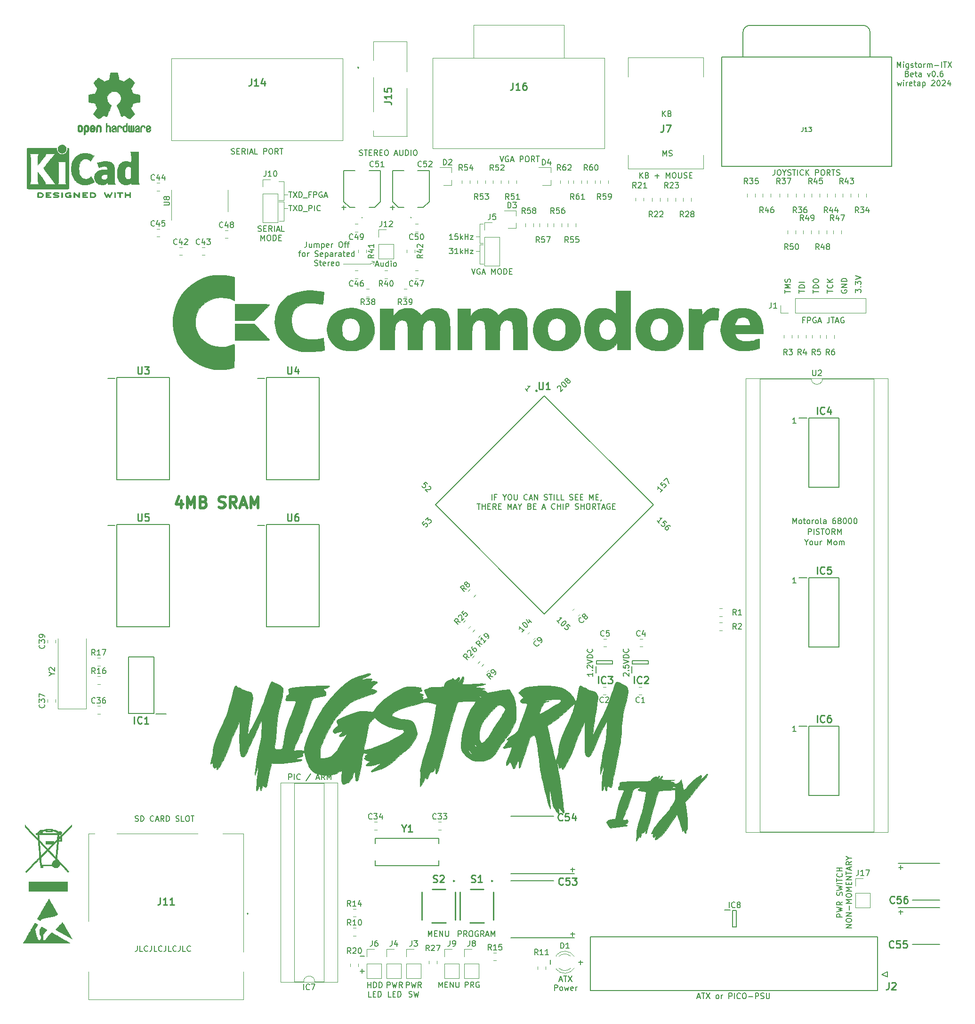
<source format=gbr>
%TF.GenerationSoftware,KiCad,Pcbnew,(5.1.6)-1*%
%TF.CreationDate,2024-05-17T16:04:08-04:00*%
%TF.ProjectId,MigStorm-ITX,4d696753-746f-4726-9d2d-4954582e6b69,rev?*%
%TF.SameCoordinates,Original*%
%TF.FileFunction,Legend,Top*%
%TF.FilePolarity,Positive*%
%FSLAX46Y46*%
G04 Gerber Fmt 4.6, Leading zero omitted, Abs format (unit mm)*
G04 Created by KiCad (PCBNEW (5.1.6)-1) date 2024-05-17 16:04:08*
%MOMM*%
%LPD*%
G01*
G04 APERTURE LIST*
%ADD10C,0.120000*%
%ADD11C,0.150000*%
%ADD12C,0.500000*%
%ADD13C,0.010000*%
%ADD14C,0.200000*%
%ADD15C,0.127000*%
%ADD16C,0.100000*%
%ADD17C,0.254000*%
%ADD18C,0.250000*%
G04 APERTURE END LIST*
D10*
X211394040Y-92059760D02*
X210718400Y-92059760D01*
X211419440Y-94391480D02*
X212039200Y-94391480D01*
X211419440Y-90871040D02*
X211419440Y-94391480D01*
X212003640Y-90871040D02*
X211419440Y-90871040D01*
X211414360Y-89448640D02*
X210718400Y-89448640D01*
X211419440Y-90627200D02*
X212008720Y-90627200D01*
X211419440Y-87203280D02*
X211419440Y-90627200D01*
X212029040Y-87203280D02*
X211419440Y-87203280D01*
X176220120Y-84348320D02*
X176819560Y-84348320D01*
X176189640Y-86639400D02*
X175300640Y-86639400D01*
X176194720Y-83210400D02*
X176194720Y-86634320D01*
X175275240Y-83200240D02*
X176194720Y-83200240D01*
X176209960Y-81894680D02*
X176814480Y-81894680D01*
X176194720Y-82971640D02*
X175280320Y-82971640D01*
X176194720Y-79512160D02*
X176194720Y-82971640D01*
X175260000Y-79512160D02*
X176194720Y-79512160D01*
D11*
X229169007Y-219857628D02*
X229930912Y-219857628D01*
X229549960Y-220238580D02*
X229549960Y-219476676D01*
X224134988Y-220212872D02*
X224134988Y-219450967D01*
X195336207Y-84247028D02*
X196098112Y-84247028D01*
X195717160Y-84627980D02*
X195717160Y-83866076D01*
X186547807Y-84247028D02*
X187309712Y-84247028D01*
X186928760Y-84627980D02*
X186928760Y-83866076D01*
X227726287Y-214792868D02*
X228488192Y-214792868D01*
X228107240Y-215173820D02*
X228107240Y-214411916D01*
X227711047Y-203200308D02*
X228472952Y-203200308D01*
X228092000Y-203581260D02*
X228092000Y-202819356D01*
X286730487Y-210810148D02*
X287492392Y-210810148D01*
X287111440Y-211191100D02*
X287111440Y-210429196D01*
X286730487Y-202798988D02*
X287492392Y-202798988D01*
X287111440Y-203179940D02*
X287111440Y-202418036D01*
X244226175Y-67874140D02*
X244226175Y-66874140D01*
X244797603Y-67874140D02*
X244369032Y-67302712D01*
X244797603Y-66874140D02*
X244226175Y-67445569D01*
X245559508Y-67350331D02*
X245702365Y-67397950D01*
X245749984Y-67445569D01*
X245797603Y-67540807D01*
X245797603Y-67683664D01*
X245749984Y-67778902D01*
X245702365Y-67826521D01*
X245607127Y-67874140D01*
X245226175Y-67874140D01*
X245226175Y-66874140D01*
X245559508Y-66874140D01*
X245654746Y-66921760D01*
X245702365Y-66969379D01*
X245749984Y-67064617D01*
X245749984Y-67159855D01*
X245702365Y-67255093D01*
X245654746Y-67302712D01*
X245559508Y-67350331D01*
X245226175Y-67350331D01*
X244320796Y-74970900D02*
X244320796Y-73970900D01*
X244654129Y-74685186D01*
X244987462Y-73970900D01*
X244987462Y-74970900D01*
X245416034Y-74923281D02*
X245558891Y-74970900D01*
X245796986Y-74970900D01*
X245892224Y-74923281D01*
X245939843Y-74875662D01*
X245987462Y-74780424D01*
X245987462Y-74685186D01*
X245939843Y-74589948D01*
X245892224Y-74542329D01*
X245796986Y-74494710D01*
X245606510Y-74447091D01*
X245511272Y-74399472D01*
X245463653Y-74351853D01*
X245416034Y-74256615D01*
X245416034Y-74161377D01*
X245463653Y-74066139D01*
X245511272Y-74018520D01*
X245606510Y-73970900D01*
X245844605Y-73970900D01*
X245987462Y-74018520D01*
X149812952Y-216876380D02*
X149812952Y-217590666D01*
X149765333Y-217733523D01*
X149670095Y-217828761D01*
X149527238Y-217876380D01*
X149432000Y-217876380D01*
X150765333Y-217876380D02*
X150289142Y-217876380D01*
X150289142Y-216876380D01*
X151670095Y-217781142D02*
X151622476Y-217828761D01*
X151479619Y-217876380D01*
X151384380Y-217876380D01*
X151241523Y-217828761D01*
X151146285Y-217733523D01*
X151098666Y-217638285D01*
X151051047Y-217447809D01*
X151051047Y-217304952D01*
X151098666Y-217114476D01*
X151146285Y-217019238D01*
X151241523Y-216924000D01*
X151384380Y-216876380D01*
X151479619Y-216876380D01*
X151622476Y-216924000D01*
X151670095Y-216971619D01*
X152384380Y-216876380D02*
X152384380Y-217590666D01*
X152336761Y-217733523D01*
X152241523Y-217828761D01*
X152098666Y-217876380D01*
X152003428Y-217876380D01*
X153336761Y-217876380D02*
X152860571Y-217876380D01*
X152860571Y-216876380D01*
X154241523Y-217781142D02*
X154193904Y-217828761D01*
X154051047Y-217876380D01*
X153955809Y-217876380D01*
X153812952Y-217828761D01*
X153717714Y-217733523D01*
X153670095Y-217638285D01*
X153622476Y-217447809D01*
X153622476Y-217304952D01*
X153670095Y-217114476D01*
X153717714Y-217019238D01*
X153812952Y-216924000D01*
X153955809Y-216876380D01*
X154051047Y-216876380D01*
X154193904Y-216924000D01*
X154241523Y-216971619D01*
X154955809Y-216876380D02*
X154955809Y-217590666D01*
X154908190Y-217733523D01*
X154812952Y-217828761D01*
X154670095Y-217876380D01*
X154574857Y-217876380D01*
X155908190Y-217876380D02*
X155432000Y-217876380D01*
X155432000Y-216876380D01*
X156812952Y-217781142D02*
X156765333Y-217828761D01*
X156622476Y-217876380D01*
X156527238Y-217876380D01*
X156384380Y-217828761D01*
X156289142Y-217733523D01*
X156241523Y-217638285D01*
X156193904Y-217447809D01*
X156193904Y-217304952D01*
X156241523Y-217114476D01*
X156289142Y-217019238D01*
X156384380Y-216924000D01*
X156527238Y-216876380D01*
X156622476Y-216876380D01*
X156765333Y-216924000D01*
X156812952Y-216971619D01*
X157527238Y-216876380D02*
X157527238Y-217590666D01*
X157479619Y-217733523D01*
X157384380Y-217828761D01*
X157241523Y-217876380D01*
X157146285Y-217876380D01*
X158479619Y-217876380D02*
X158003428Y-217876380D01*
X158003428Y-216876380D01*
X159384380Y-217781142D02*
X159336761Y-217828761D01*
X159193904Y-217876380D01*
X159098666Y-217876380D01*
X158955809Y-217828761D01*
X158860571Y-217733523D01*
X158812952Y-217638285D01*
X158765333Y-217447809D01*
X158765333Y-217304952D01*
X158812952Y-217114476D01*
X158860571Y-217019238D01*
X158955809Y-216924000D01*
X159098666Y-216876380D01*
X159193904Y-216876380D01*
X159336761Y-216924000D01*
X159384380Y-216971619D01*
X192730666Y-94527666D02*
X193206857Y-94527666D01*
X192635428Y-94813380D02*
X192968761Y-93813380D01*
X193302095Y-94813380D01*
X194064000Y-94146714D02*
X194064000Y-94813380D01*
X193635428Y-94146714D02*
X193635428Y-94670523D01*
X193683047Y-94765761D01*
X193778285Y-94813380D01*
X193921142Y-94813380D01*
X194016380Y-94765761D01*
X194064000Y-94718142D01*
X194968761Y-94813380D02*
X194968761Y-93813380D01*
X194968761Y-94765761D02*
X194873523Y-94813380D01*
X194683047Y-94813380D01*
X194587809Y-94765761D01*
X194540190Y-94718142D01*
X194492571Y-94622904D01*
X194492571Y-94337190D01*
X194540190Y-94241952D01*
X194587809Y-94194333D01*
X194683047Y-94146714D01*
X194873523Y-94146714D01*
X194968761Y-94194333D01*
X195444952Y-94813380D02*
X195444952Y-94146714D01*
X195444952Y-93813380D02*
X195397333Y-93861000D01*
X195444952Y-93908619D01*
X195492571Y-93861000D01*
X195444952Y-93813380D01*
X195444952Y-93908619D01*
X196064000Y-94813380D02*
X195968761Y-94765761D01*
X195921142Y-94718142D01*
X195873523Y-94622904D01*
X195873523Y-94337190D01*
X195921142Y-94241952D01*
X195968761Y-94194333D01*
X196064000Y-94146714D01*
X196206857Y-94146714D01*
X196302095Y-94194333D01*
X196349714Y-94241952D01*
X196397333Y-94337190D01*
X196397333Y-94622904D01*
X196349714Y-94718142D01*
X196302095Y-94765761D01*
X196206857Y-94813380D01*
X196064000Y-94813380D01*
X250548000Y-226099666D02*
X251024190Y-226099666D01*
X250452761Y-226385380D02*
X250786095Y-225385380D01*
X251119428Y-226385380D01*
X251309904Y-225385380D02*
X251881333Y-225385380D01*
X251595619Y-226385380D02*
X251595619Y-225385380D01*
X252119428Y-225385380D02*
X252786095Y-226385380D01*
X252786095Y-225385380D02*
X252119428Y-226385380D01*
X254071809Y-226385380D02*
X253976571Y-226337761D01*
X253928952Y-226290142D01*
X253881333Y-226194904D01*
X253881333Y-225909190D01*
X253928952Y-225813952D01*
X253976571Y-225766333D01*
X254071809Y-225718714D01*
X254214666Y-225718714D01*
X254309904Y-225766333D01*
X254357523Y-225813952D01*
X254405142Y-225909190D01*
X254405142Y-226194904D01*
X254357523Y-226290142D01*
X254309904Y-226337761D01*
X254214666Y-226385380D01*
X254071809Y-226385380D01*
X254833714Y-226385380D02*
X254833714Y-225718714D01*
X254833714Y-225909190D02*
X254881333Y-225813952D01*
X254928952Y-225766333D01*
X255024190Y-225718714D01*
X255119428Y-225718714D01*
X256214666Y-226385380D02*
X256214666Y-225385380D01*
X256595619Y-225385380D01*
X256690857Y-225433000D01*
X256738476Y-225480619D01*
X256786095Y-225575857D01*
X256786095Y-225718714D01*
X256738476Y-225813952D01*
X256690857Y-225861571D01*
X256595619Y-225909190D01*
X256214666Y-225909190D01*
X257214666Y-226385380D02*
X257214666Y-225385380D01*
X258262285Y-226290142D02*
X258214666Y-226337761D01*
X258071809Y-226385380D01*
X257976571Y-226385380D01*
X257833714Y-226337761D01*
X257738476Y-226242523D01*
X257690857Y-226147285D01*
X257643238Y-225956809D01*
X257643238Y-225813952D01*
X257690857Y-225623476D01*
X257738476Y-225528238D01*
X257833714Y-225433000D01*
X257976571Y-225385380D01*
X258071809Y-225385380D01*
X258214666Y-225433000D01*
X258262285Y-225480619D01*
X258881333Y-225385380D02*
X259071809Y-225385380D01*
X259167047Y-225433000D01*
X259262285Y-225528238D01*
X259309904Y-225718714D01*
X259309904Y-226052047D01*
X259262285Y-226242523D01*
X259167047Y-226337761D01*
X259071809Y-226385380D01*
X258881333Y-226385380D01*
X258786095Y-226337761D01*
X258690857Y-226242523D01*
X258643238Y-226052047D01*
X258643238Y-225718714D01*
X258690857Y-225528238D01*
X258786095Y-225433000D01*
X258881333Y-225385380D01*
X259738476Y-226004428D02*
X260500380Y-226004428D01*
X260976571Y-226385380D02*
X260976571Y-225385380D01*
X261357523Y-225385380D01*
X261452761Y-225433000D01*
X261500380Y-225480619D01*
X261548000Y-225575857D01*
X261548000Y-225718714D01*
X261500380Y-225813952D01*
X261452761Y-225861571D01*
X261357523Y-225909190D01*
X260976571Y-225909190D01*
X261928952Y-226337761D02*
X262071809Y-226385380D01*
X262309904Y-226385380D01*
X262405142Y-226337761D01*
X262452761Y-226290142D01*
X262500380Y-226194904D01*
X262500380Y-226099666D01*
X262452761Y-226004428D01*
X262405142Y-225956809D01*
X262309904Y-225909190D01*
X262119428Y-225861571D01*
X262024190Y-225813952D01*
X261976571Y-225766333D01*
X261928952Y-225671095D01*
X261928952Y-225575857D01*
X261976571Y-225480619D01*
X262024190Y-225433000D01*
X262119428Y-225385380D01*
X262357523Y-225385380D01*
X262500380Y-225433000D01*
X262928952Y-225385380D02*
X262928952Y-226194904D01*
X262976571Y-226290142D01*
X263024190Y-226337761D01*
X263119428Y-226385380D01*
X263309904Y-226385380D01*
X263405142Y-226337761D01*
X263452761Y-226290142D01*
X263500380Y-226194904D01*
X263500380Y-225385380D01*
X286460537Y-59071500D02*
X286460537Y-58071500D01*
X286793870Y-58785786D01*
X287127203Y-58071500D01*
X287127203Y-59071500D01*
X287603394Y-59071500D02*
X287603394Y-58404834D01*
X287603394Y-58071500D02*
X287555775Y-58119120D01*
X287603394Y-58166739D01*
X287651013Y-58119120D01*
X287603394Y-58071500D01*
X287603394Y-58166739D01*
X288508156Y-58404834D02*
X288508156Y-59214358D01*
X288460537Y-59309596D01*
X288412918Y-59357215D01*
X288317680Y-59404834D01*
X288174822Y-59404834D01*
X288079584Y-59357215D01*
X288508156Y-59023881D02*
X288412918Y-59071500D01*
X288222441Y-59071500D01*
X288127203Y-59023881D01*
X288079584Y-58976262D01*
X288031965Y-58881024D01*
X288031965Y-58595310D01*
X288079584Y-58500072D01*
X288127203Y-58452453D01*
X288222441Y-58404834D01*
X288412918Y-58404834D01*
X288508156Y-58452453D01*
X288936727Y-59023881D02*
X289031965Y-59071500D01*
X289222441Y-59071500D01*
X289317680Y-59023881D01*
X289365299Y-58928643D01*
X289365299Y-58881024D01*
X289317680Y-58785786D01*
X289222441Y-58738167D01*
X289079584Y-58738167D01*
X288984346Y-58690548D01*
X288936727Y-58595310D01*
X288936727Y-58547691D01*
X288984346Y-58452453D01*
X289079584Y-58404834D01*
X289222441Y-58404834D01*
X289317680Y-58452453D01*
X289651013Y-58404834D02*
X290031965Y-58404834D01*
X289793870Y-58071500D02*
X289793870Y-58928643D01*
X289841489Y-59023881D01*
X289936727Y-59071500D01*
X290031965Y-59071500D01*
X290508156Y-59071500D02*
X290412918Y-59023881D01*
X290365299Y-58976262D01*
X290317680Y-58881024D01*
X290317680Y-58595310D01*
X290365299Y-58500072D01*
X290412918Y-58452453D01*
X290508156Y-58404834D01*
X290651013Y-58404834D01*
X290746251Y-58452453D01*
X290793870Y-58500072D01*
X290841489Y-58595310D01*
X290841489Y-58881024D01*
X290793870Y-58976262D01*
X290746251Y-59023881D01*
X290651013Y-59071500D01*
X290508156Y-59071500D01*
X291270060Y-59071500D02*
X291270060Y-58404834D01*
X291270060Y-58595310D02*
X291317680Y-58500072D01*
X291365299Y-58452453D01*
X291460537Y-58404834D01*
X291555775Y-58404834D01*
X291889108Y-59071500D02*
X291889108Y-58404834D01*
X291889108Y-58500072D02*
X291936727Y-58452453D01*
X292031965Y-58404834D01*
X292174822Y-58404834D01*
X292270060Y-58452453D01*
X292317680Y-58547691D01*
X292317680Y-59071500D01*
X292317680Y-58547691D02*
X292365299Y-58452453D01*
X292460537Y-58404834D01*
X292603394Y-58404834D01*
X292698632Y-58452453D01*
X292746251Y-58547691D01*
X292746251Y-59071500D01*
X293222441Y-58690548D02*
X293984346Y-58690548D01*
X294460537Y-59071500D02*
X294460537Y-58071500D01*
X294793870Y-58071500D02*
X295365299Y-58071500D01*
X295079584Y-59071500D02*
X295079584Y-58071500D01*
X295603394Y-58071500D02*
X296270060Y-59071500D01*
X296270060Y-58071500D02*
X295603394Y-59071500D01*
X288270060Y-60197691D02*
X288412918Y-60245310D01*
X288460537Y-60292929D01*
X288508156Y-60388167D01*
X288508156Y-60531024D01*
X288460537Y-60626262D01*
X288412918Y-60673881D01*
X288317680Y-60721500D01*
X287936727Y-60721500D01*
X287936727Y-59721500D01*
X288270060Y-59721500D01*
X288365299Y-59769120D01*
X288412918Y-59816739D01*
X288460537Y-59911977D01*
X288460537Y-60007215D01*
X288412918Y-60102453D01*
X288365299Y-60150072D01*
X288270060Y-60197691D01*
X287936727Y-60197691D01*
X289317680Y-60673881D02*
X289222441Y-60721500D01*
X289031965Y-60721500D01*
X288936727Y-60673881D01*
X288889108Y-60578643D01*
X288889108Y-60197691D01*
X288936727Y-60102453D01*
X289031965Y-60054834D01*
X289222441Y-60054834D01*
X289317680Y-60102453D01*
X289365299Y-60197691D01*
X289365299Y-60292929D01*
X288889108Y-60388167D01*
X289651013Y-60054834D02*
X290031965Y-60054834D01*
X289793870Y-59721500D02*
X289793870Y-60578643D01*
X289841489Y-60673881D01*
X289936727Y-60721500D01*
X290031965Y-60721500D01*
X290793870Y-60721500D02*
X290793870Y-60197691D01*
X290746251Y-60102453D01*
X290651013Y-60054834D01*
X290460537Y-60054834D01*
X290365299Y-60102453D01*
X290793870Y-60673881D02*
X290698632Y-60721500D01*
X290460537Y-60721500D01*
X290365299Y-60673881D01*
X290317680Y-60578643D01*
X290317680Y-60483405D01*
X290365299Y-60388167D01*
X290460537Y-60340548D01*
X290698632Y-60340548D01*
X290793870Y-60292929D01*
X291936727Y-60054834D02*
X292174822Y-60721500D01*
X292412918Y-60054834D01*
X292984346Y-59721500D02*
X293079584Y-59721500D01*
X293174822Y-59769120D01*
X293222441Y-59816739D01*
X293270060Y-59911977D01*
X293317680Y-60102453D01*
X293317680Y-60340548D01*
X293270060Y-60531024D01*
X293222441Y-60626262D01*
X293174822Y-60673881D01*
X293079584Y-60721500D01*
X292984346Y-60721500D01*
X292889108Y-60673881D01*
X292841489Y-60626262D01*
X292793870Y-60531024D01*
X292746251Y-60340548D01*
X292746251Y-60102453D01*
X292793870Y-59911977D01*
X292841489Y-59816739D01*
X292889108Y-59769120D01*
X292984346Y-59721500D01*
X293746251Y-60626262D02*
X293793870Y-60673881D01*
X293746251Y-60721500D01*
X293698632Y-60673881D01*
X293746251Y-60626262D01*
X293746251Y-60721500D01*
X294651013Y-59721500D02*
X294460537Y-59721500D01*
X294365299Y-59769120D01*
X294317680Y-59816739D01*
X294222441Y-59959596D01*
X294174822Y-60150072D01*
X294174822Y-60531024D01*
X294222441Y-60626262D01*
X294270060Y-60673881D01*
X294365299Y-60721500D01*
X294555775Y-60721500D01*
X294651013Y-60673881D01*
X294698632Y-60626262D01*
X294746251Y-60531024D01*
X294746251Y-60292929D01*
X294698632Y-60197691D01*
X294651013Y-60150072D01*
X294555775Y-60102453D01*
X294365299Y-60102453D01*
X294270060Y-60150072D01*
X294222441Y-60197691D01*
X294174822Y-60292929D01*
X286484346Y-61704834D02*
X286674822Y-62371500D01*
X286865299Y-61895310D01*
X287055775Y-62371500D01*
X287246251Y-61704834D01*
X287627203Y-62371500D02*
X287627203Y-61704834D01*
X287627203Y-61371500D02*
X287579584Y-61419120D01*
X287627203Y-61466739D01*
X287674822Y-61419120D01*
X287627203Y-61371500D01*
X287627203Y-61466739D01*
X288103394Y-62371500D02*
X288103394Y-61704834D01*
X288103394Y-61895310D02*
X288151013Y-61800072D01*
X288198632Y-61752453D01*
X288293870Y-61704834D01*
X288389108Y-61704834D01*
X289103394Y-62323881D02*
X289008156Y-62371500D01*
X288817680Y-62371500D01*
X288722441Y-62323881D01*
X288674822Y-62228643D01*
X288674822Y-61847691D01*
X288722441Y-61752453D01*
X288817680Y-61704834D01*
X289008156Y-61704834D01*
X289103394Y-61752453D01*
X289151013Y-61847691D01*
X289151013Y-61942929D01*
X288674822Y-62038167D01*
X289436727Y-61704834D02*
X289817680Y-61704834D01*
X289579584Y-61371500D02*
X289579584Y-62228643D01*
X289627203Y-62323881D01*
X289722441Y-62371500D01*
X289817680Y-62371500D01*
X290579584Y-62371500D02*
X290579584Y-61847691D01*
X290531965Y-61752453D01*
X290436727Y-61704834D01*
X290246251Y-61704834D01*
X290151013Y-61752453D01*
X290579584Y-62323881D02*
X290484346Y-62371500D01*
X290246251Y-62371500D01*
X290151013Y-62323881D01*
X290103394Y-62228643D01*
X290103394Y-62133405D01*
X290151013Y-62038167D01*
X290246251Y-61990548D01*
X290484346Y-61990548D01*
X290579584Y-61942929D01*
X291055775Y-61704834D02*
X291055775Y-62704834D01*
X291055775Y-61752453D02*
X291151013Y-61704834D01*
X291341489Y-61704834D01*
X291436727Y-61752453D01*
X291484346Y-61800072D01*
X291531965Y-61895310D01*
X291531965Y-62181024D01*
X291484346Y-62276262D01*
X291436727Y-62323881D01*
X291341489Y-62371500D01*
X291151013Y-62371500D01*
X291055775Y-62323881D01*
X292674822Y-61466739D02*
X292722441Y-61419120D01*
X292817680Y-61371500D01*
X293055775Y-61371500D01*
X293151013Y-61419120D01*
X293198632Y-61466739D01*
X293246251Y-61561977D01*
X293246251Y-61657215D01*
X293198632Y-61800072D01*
X292627203Y-62371500D01*
X293246251Y-62371500D01*
X293865299Y-61371500D02*
X293960537Y-61371500D01*
X294055775Y-61419120D01*
X294103394Y-61466739D01*
X294151013Y-61561977D01*
X294198632Y-61752453D01*
X294198632Y-61990548D01*
X294151013Y-62181024D01*
X294103394Y-62276262D01*
X294055775Y-62323881D01*
X293960537Y-62371500D01*
X293865299Y-62371500D01*
X293770060Y-62323881D01*
X293722441Y-62276262D01*
X293674822Y-62181024D01*
X293627203Y-61990548D01*
X293627203Y-61752453D01*
X293674822Y-61561977D01*
X293722441Y-61466739D01*
X293770060Y-61419120D01*
X293865299Y-61371500D01*
X294579584Y-61466739D02*
X294627203Y-61419120D01*
X294722441Y-61371500D01*
X294960537Y-61371500D01*
X295055775Y-61419120D01*
X295103394Y-61466739D01*
X295151013Y-61561977D01*
X295151013Y-61657215D01*
X295103394Y-61800072D01*
X294531965Y-62371500D01*
X295151013Y-62371500D01*
X296008156Y-61704834D02*
X296008156Y-62371500D01*
X295770060Y-61323881D02*
X295531965Y-62038167D01*
X296151013Y-62038167D01*
X276614380Y-211694161D02*
X275614380Y-211694161D01*
X275614380Y-211313209D01*
X275662000Y-211217971D01*
X275709619Y-211170352D01*
X275804857Y-211122733D01*
X275947714Y-211122733D01*
X276042952Y-211170352D01*
X276090571Y-211217971D01*
X276138190Y-211313209D01*
X276138190Y-211694161D01*
X275614380Y-210789400D02*
X276614380Y-210551304D01*
X275900095Y-210360828D01*
X276614380Y-210170352D01*
X275614380Y-209932257D01*
X276614380Y-208979876D02*
X276138190Y-209313209D01*
X276614380Y-209551304D02*
X275614380Y-209551304D01*
X275614380Y-209170352D01*
X275662000Y-209075114D01*
X275709619Y-209027495D01*
X275804857Y-208979876D01*
X275947714Y-208979876D01*
X276042952Y-209027495D01*
X276090571Y-209075114D01*
X276138190Y-209170352D01*
X276138190Y-209551304D01*
X276566761Y-207837019D02*
X276614380Y-207694161D01*
X276614380Y-207456066D01*
X276566761Y-207360828D01*
X276519142Y-207313209D01*
X276423904Y-207265590D01*
X276328666Y-207265590D01*
X276233428Y-207313209D01*
X276185809Y-207360828D01*
X276138190Y-207456066D01*
X276090571Y-207646542D01*
X276042952Y-207741780D01*
X275995333Y-207789400D01*
X275900095Y-207837019D01*
X275804857Y-207837019D01*
X275709619Y-207789400D01*
X275662000Y-207741780D01*
X275614380Y-207646542D01*
X275614380Y-207408447D01*
X275662000Y-207265590D01*
X275614380Y-206932257D02*
X276614380Y-206694161D01*
X275900095Y-206503685D01*
X276614380Y-206313209D01*
X275614380Y-206075114D01*
X276614380Y-205694161D02*
X275614380Y-205694161D01*
X275614380Y-205360828D02*
X275614380Y-204789400D01*
X276614380Y-205075114D02*
X275614380Y-205075114D01*
X276519142Y-203884638D02*
X276566761Y-203932257D01*
X276614380Y-204075114D01*
X276614380Y-204170352D01*
X276566761Y-204313209D01*
X276471523Y-204408447D01*
X276376285Y-204456066D01*
X276185809Y-204503685D01*
X276042952Y-204503685D01*
X275852476Y-204456066D01*
X275757238Y-204408447D01*
X275662000Y-204313209D01*
X275614380Y-204170352D01*
X275614380Y-204075114D01*
X275662000Y-203932257D01*
X275709619Y-203884638D01*
X276614380Y-203456066D02*
X275614380Y-203456066D01*
X276090571Y-203456066D02*
X276090571Y-202884638D01*
X276614380Y-202884638D02*
X275614380Y-202884638D01*
X278264380Y-213622733D02*
X277264380Y-213622733D01*
X278264380Y-213051304D01*
X277264380Y-213051304D01*
X277264380Y-212384638D02*
X277264380Y-212194161D01*
X277312000Y-212098923D01*
X277407238Y-212003685D01*
X277597714Y-211956066D01*
X277931047Y-211956066D01*
X278121523Y-212003685D01*
X278216761Y-212098923D01*
X278264380Y-212194161D01*
X278264380Y-212384638D01*
X278216761Y-212479876D01*
X278121523Y-212575114D01*
X277931047Y-212622733D01*
X277597714Y-212622733D01*
X277407238Y-212575114D01*
X277312000Y-212479876D01*
X277264380Y-212384638D01*
X278264380Y-211527495D02*
X277264380Y-211527495D01*
X278264380Y-210956066D01*
X277264380Y-210956066D01*
X277883428Y-210479876D02*
X277883428Y-209717971D01*
X278264380Y-209241780D02*
X277264380Y-209241780D01*
X277978666Y-208908447D01*
X277264380Y-208575114D01*
X278264380Y-208575114D01*
X277264380Y-207908447D02*
X277264380Y-207717971D01*
X277312000Y-207622733D01*
X277407238Y-207527495D01*
X277597714Y-207479876D01*
X277931047Y-207479876D01*
X278121523Y-207527495D01*
X278216761Y-207622733D01*
X278264380Y-207717971D01*
X278264380Y-207908447D01*
X278216761Y-208003685D01*
X278121523Y-208098923D01*
X277931047Y-208146542D01*
X277597714Y-208146542D01*
X277407238Y-208098923D01*
X277312000Y-208003685D01*
X277264380Y-207908447D01*
X278264380Y-207051304D02*
X277264380Y-207051304D01*
X277978666Y-206717971D01*
X277264380Y-206384638D01*
X278264380Y-206384638D01*
X277740571Y-205908447D02*
X277740571Y-205575114D01*
X278264380Y-205432257D02*
X278264380Y-205908447D01*
X277264380Y-205908447D01*
X277264380Y-205432257D01*
X278264380Y-205003685D02*
X277264380Y-205003685D01*
X278264380Y-204432257D01*
X277264380Y-204432257D01*
X277264380Y-204098923D02*
X277264380Y-203527495D01*
X278264380Y-203813209D02*
X277264380Y-203813209D01*
X277978666Y-203241780D02*
X277978666Y-202765590D01*
X278264380Y-203337019D02*
X277264380Y-203003685D01*
X278264380Y-202670352D01*
X278264380Y-201765590D02*
X277788190Y-202098923D01*
X278264380Y-202337019D02*
X277264380Y-202337019D01*
X277264380Y-201956066D01*
X277312000Y-201860828D01*
X277359619Y-201813209D01*
X277454857Y-201765590D01*
X277597714Y-201765590D01*
X277692952Y-201813209D01*
X277740571Y-201860828D01*
X277788190Y-201956066D01*
X277788190Y-202337019D01*
X277788190Y-201146542D02*
X278264380Y-201146542D01*
X277264380Y-201479876D02*
X277788190Y-201146542D01*
X277264380Y-200813209D01*
X177062285Y-187015380D02*
X177062285Y-186015380D01*
X177443238Y-186015380D01*
X177538476Y-186063000D01*
X177586095Y-186110619D01*
X177633714Y-186205857D01*
X177633714Y-186348714D01*
X177586095Y-186443952D01*
X177538476Y-186491571D01*
X177443238Y-186539190D01*
X177062285Y-186539190D01*
X178062285Y-187015380D02*
X178062285Y-186015380D01*
X179109904Y-186920142D02*
X179062285Y-186967761D01*
X178919428Y-187015380D01*
X178824190Y-187015380D01*
X178681333Y-186967761D01*
X178586095Y-186872523D01*
X178538476Y-186777285D01*
X178490857Y-186586809D01*
X178490857Y-186443952D01*
X178538476Y-186253476D01*
X178586095Y-186158238D01*
X178681333Y-186063000D01*
X178824190Y-186015380D01*
X178919428Y-186015380D01*
X179062285Y-186063000D01*
X179109904Y-186110619D01*
X181014666Y-185967761D02*
X180157523Y-187253476D01*
X182062285Y-186729666D02*
X182538476Y-186729666D01*
X181967047Y-187015380D02*
X182300380Y-186015380D01*
X182633714Y-187015380D01*
X183538476Y-187015380D02*
X183205142Y-186539190D01*
X182967047Y-187015380D02*
X182967047Y-186015380D01*
X183348000Y-186015380D01*
X183443238Y-186063000D01*
X183490857Y-186110619D01*
X183538476Y-186205857D01*
X183538476Y-186348714D01*
X183490857Y-186443952D01*
X183443238Y-186491571D01*
X183348000Y-186539190D01*
X182967047Y-186539190D01*
X183967047Y-187015380D02*
X183967047Y-186015380D01*
X184300380Y-186729666D01*
X184633714Y-186015380D01*
X184633714Y-187015380D01*
X149424095Y-194460761D02*
X149566952Y-194508380D01*
X149805047Y-194508380D01*
X149900285Y-194460761D01*
X149947904Y-194413142D01*
X149995523Y-194317904D01*
X149995523Y-194222666D01*
X149947904Y-194127428D01*
X149900285Y-194079809D01*
X149805047Y-194032190D01*
X149614571Y-193984571D01*
X149519333Y-193936952D01*
X149471714Y-193889333D01*
X149424095Y-193794095D01*
X149424095Y-193698857D01*
X149471714Y-193603619D01*
X149519333Y-193556000D01*
X149614571Y-193508380D01*
X149852666Y-193508380D01*
X149995523Y-193556000D01*
X150424095Y-194508380D02*
X150424095Y-193508380D01*
X150662190Y-193508380D01*
X150805047Y-193556000D01*
X150900285Y-193651238D01*
X150947904Y-193746476D01*
X150995523Y-193936952D01*
X150995523Y-194079809D01*
X150947904Y-194270285D01*
X150900285Y-194365523D01*
X150805047Y-194460761D01*
X150662190Y-194508380D01*
X150424095Y-194508380D01*
X152757428Y-194413142D02*
X152709809Y-194460761D01*
X152566952Y-194508380D01*
X152471714Y-194508380D01*
X152328857Y-194460761D01*
X152233619Y-194365523D01*
X152186000Y-194270285D01*
X152138380Y-194079809D01*
X152138380Y-193936952D01*
X152186000Y-193746476D01*
X152233619Y-193651238D01*
X152328857Y-193556000D01*
X152471714Y-193508380D01*
X152566952Y-193508380D01*
X152709809Y-193556000D01*
X152757428Y-193603619D01*
X153138380Y-194222666D02*
X153614571Y-194222666D01*
X153043142Y-194508380D02*
X153376476Y-193508380D01*
X153709809Y-194508380D01*
X154614571Y-194508380D02*
X154281238Y-194032190D01*
X154043142Y-194508380D02*
X154043142Y-193508380D01*
X154424095Y-193508380D01*
X154519333Y-193556000D01*
X154566952Y-193603619D01*
X154614571Y-193698857D01*
X154614571Y-193841714D01*
X154566952Y-193936952D01*
X154519333Y-193984571D01*
X154424095Y-194032190D01*
X154043142Y-194032190D01*
X155043142Y-194508380D02*
X155043142Y-193508380D01*
X155281238Y-193508380D01*
X155424095Y-193556000D01*
X155519333Y-193651238D01*
X155566952Y-193746476D01*
X155614571Y-193936952D01*
X155614571Y-194079809D01*
X155566952Y-194270285D01*
X155519333Y-194365523D01*
X155424095Y-194460761D01*
X155281238Y-194508380D01*
X155043142Y-194508380D01*
X156757428Y-194460761D02*
X156900285Y-194508380D01*
X157138380Y-194508380D01*
X157233619Y-194460761D01*
X157281238Y-194413142D01*
X157328857Y-194317904D01*
X157328857Y-194222666D01*
X157281238Y-194127428D01*
X157233619Y-194079809D01*
X157138380Y-194032190D01*
X156947904Y-193984571D01*
X156852666Y-193936952D01*
X156805047Y-193889333D01*
X156757428Y-193794095D01*
X156757428Y-193698857D01*
X156805047Y-193603619D01*
X156852666Y-193556000D01*
X156947904Y-193508380D01*
X157186000Y-193508380D01*
X157328857Y-193556000D01*
X158233619Y-194508380D02*
X157757428Y-194508380D01*
X157757428Y-193508380D01*
X158757428Y-193508380D02*
X158947904Y-193508380D01*
X159043142Y-193556000D01*
X159138380Y-193651238D01*
X159186000Y-193841714D01*
X159186000Y-194175047D01*
X159138380Y-194365523D01*
X159043142Y-194460761D01*
X158947904Y-194508380D01*
X158757428Y-194508380D01*
X158662190Y-194460761D01*
X158566952Y-194365523D01*
X158519333Y-194175047D01*
X158519333Y-193841714D01*
X158566952Y-193651238D01*
X158662190Y-193556000D01*
X158757428Y-193508380D01*
X159471714Y-193508380D02*
X160043142Y-193508380D01*
X159757428Y-194508380D02*
X159757428Y-193508380D01*
X237291619Y-168417571D02*
X237244000Y-168369952D01*
X237196380Y-168274714D01*
X237196380Y-168036619D01*
X237244000Y-167941380D01*
X237291619Y-167893761D01*
X237386857Y-167846142D01*
X237482095Y-167846142D01*
X237624952Y-167893761D01*
X238196380Y-168465190D01*
X238196380Y-167846142D01*
X238101142Y-167417571D02*
X238148761Y-167369952D01*
X238196380Y-167417571D01*
X238148761Y-167465190D01*
X238101142Y-167417571D01*
X238196380Y-167417571D01*
X237196380Y-166465190D02*
X237196380Y-166941380D01*
X237672571Y-166989000D01*
X237624952Y-166941380D01*
X237577333Y-166846142D01*
X237577333Y-166608047D01*
X237624952Y-166512809D01*
X237672571Y-166465190D01*
X237767809Y-166417571D01*
X238005904Y-166417571D01*
X238101142Y-166465190D01*
X238148761Y-166512809D01*
X238196380Y-166608047D01*
X238196380Y-166846142D01*
X238148761Y-166941380D01*
X238101142Y-166989000D01*
X237196380Y-166131857D02*
X238196380Y-165798523D01*
X237196380Y-165465190D01*
X238196380Y-165131857D02*
X237196380Y-165131857D01*
X237196380Y-164893761D01*
X237244000Y-164750904D01*
X237339238Y-164655666D01*
X237434476Y-164608047D01*
X237624952Y-164560428D01*
X237767809Y-164560428D01*
X237958285Y-164608047D01*
X238053523Y-164655666D01*
X238148761Y-164750904D01*
X238196380Y-164893761D01*
X238196380Y-165131857D01*
X238101142Y-163560428D02*
X238148761Y-163608047D01*
X238196380Y-163750904D01*
X238196380Y-163846142D01*
X238148761Y-163989000D01*
X238053523Y-164084238D01*
X237958285Y-164131857D01*
X237767809Y-164179476D01*
X237624952Y-164179476D01*
X237434476Y-164131857D01*
X237339238Y-164084238D01*
X237244000Y-163989000D01*
X237196380Y-163846142D01*
X237196380Y-163750904D01*
X237244000Y-163608047D01*
X237291619Y-163560428D01*
X231719380Y-167846142D02*
X231719380Y-168417571D01*
X231719380Y-168131857D02*
X230719380Y-168131857D01*
X230862238Y-168227095D01*
X230957476Y-168322333D01*
X231005095Y-168417571D01*
X231624142Y-167417571D02*
X231671761Y-167369952D01*
X231719380Y-167417571D01*
X231671761Y-167465190D01*
X231624142Y-167417571D01*
X231719380Y-167417571D01*
X230814619Y-166989000D02*
X230767000Y-166941380D01*
X230719380Y-166846142D01*
X230719380Y-166608047D01*
X230767000Y-166512809D01*
X230814619Y-166465190D01*
X230909857Y-166417571D01*
X231005095Y-166417571D01*
X231147952Y-166465190D01*
X231719380Y-167036619D01*
X231719380Y-166417571D01*
X230719380Y-166131857D02*
X231719380Y-165798523D01*
X230719380Y-165465190D01*
X231719380Y-165131857D02*
X230719380Y-165131857D01*
X230719380Y-164893761D01*
X230767000Y-164750904D01*
X230862238Y-164655666D01*
X230957476Y-164608047D01*
X231147952Y-164560428D01*
X231290809Y-164560428D01*
X231481285Y-164608047D01*
X231576523Y-164655666D01*
X231671761Y-164750904D01*
X231719380Y-164893761D01*
X231719380Y-165131857D01*
X231624142Y-163560428D02*
X231671761Y-163608047D01*
X231719380Y-163750904D01*
X231719380Y-163846142D01*
X231671761Y-163989000D01*
X231576523Y-164084238D01*
X231481285Y-164131857D01*
X231290809Y-164179476D01*
X231147952Y-164179476D01*
X230957476Y-164131857D01*
X230862238Y-164084238D01*
X230767000Y-163989000D01*
X230719380Y-163846142D01*
X230719380Y-163750904D01*
X230767000Y-163608047D01*
X230814619Y-163560428D01*
X189865047Y-221432428D02*
X190626952Y-221432428D01*
X190246000Y-221813380D02*
X190246000Y-221051476D01*
X189865047Y-218765428D02*
X190626952Y-218765428D01*
X207534285Y-215209380D02*
X207534285Y-214209380D01*
X207915238Y-214209380D01*
X208010476Y-214257000D01*
X208058095Y-214304619D01*
X208105714Y-214399857D01*
X208105714Y-214542714D01*
X208058095Y-214637952D01*
X208010476Y-214685571D01*
X207915238Y-214733190D01*
X207534285Y-214733190D01*
X209105714Y-215209380D02*
X208772380Y-214733190D01*
X208534285Y-215209380D02*
X208534285Y-214209380D01*
X208915238Y-214209380D01*
X209010476Y-214257000D01*
X209058095Y-214304619D01*
X209105714Y-214399857D01*
X209105714Y-214542714D01*
X209058095Y-214637952D01*
X209010476Y-214685571D01*
X208915238Y-214733190D01*
X208534285Y-214733190D01*
X209724761Y-214209380D02*
X209915238Y-214209380D01*
X210010476Y-214257000D01*
X210105714Y-214352238D01*
X210153333Y-214542714D01*
X210153333Y-214876047D01*
X210105714Y-215066523D01*
X210010476Y-215161761D01*
X209915238Y-215209380D01*
X209724761Y-215209380D01*
X209629523Y-215161761D01*
X209534285Y-215066523D01*
X209486666Y-214876047D01*
X209486666Y-214542714D01*
X209534285Y-214352238D01*
X209629523Y-214257000D01*
X209724761Y-214209380D01*
X211105714Y-214257000D02*
X211010476Y-214209380D01*
X210867619Y-214209380D01*
X210724761Y-214257000D01*
X210629523Y-214352238D01*
X210581904Y-214447476D01*
X210534285Y-214637952D01*
X210534285Y-214780809D01*
X210581904Y-214971285D01*
X210629523Y-215066523D01*
X210724761Y-215161761D01*
X210867619Y-215209380D01*
X210962857Y-215209380D01*
X211105714Y-215161761D01*
X211153333Y-215114142D01*
X211153333Y-214780809D01*
X210962857Y-214780809D01*
X212153333Y-215209380D02*
X211820000Y-214733190D01*
X211581904Y-215209380D02*
X211581904Y-214209380D01*
X211962857Y-214209380D01*
X212058095Y-214257000D01*
X212105714Y-214304619D01*
X212153333Y-214399857D01*
X212153333Y-214542714D01*
X212105714Y-214637952D01*
X212058095Y-214685571D01*
X211962857Y-214733190D01*
X211581904Y-214733190D01*
X212534285Y-214923666D02*
X213010476Y-214923666D01*
X212439047Y-215209380D02*
X212772380Y-214209380D01*
X213105714Y-215209380D01*
X213439047Y-215209380D02*
X213439047Y-214209380D01*
X213772380Y-214923666D01*
X214105714Y-214209380D01*
X214105714Y-215209380D01*
X202128666Y-215209380D02*
X202128666Y-214209380D01*
X202462000Y-214923666D01*
X202795333Y-214209380D01*
X202795333Y-215209380D01*
X203271523Y-214685571D02*
X203604857Y-214685571D01*
X203747714Y-215209380D02*
X203271523Y-215209380D01*
X203271523Y-214209380D01*
X203747714Y-214209380D01*
X204176285Y-215209380D02*
X204176285Y-214209380D01*
X204747714Y-215209380D01*
X204747714Y-214209380D01*
X205223904Y-214209380D02*
X205223904Y-215018904D01*
X205271523Y-215114142D01*
X205319142Y-215161761D01*
X205414380Y-215209380D01*
X205604857Y-215209380D01*
X205700095Y-215161761D01*
X205747714Y-215114142D01*
X205795333Y-215018904D01*
X205795333Y-214209380D01*
X208755455Y-224358460D02*
X208755455Y-223358460D01*
X209136407Y-223358460D01*
X209231645Y-223406080D01*
X209279264Y-223453699D01*
X209326883Y-223548937D01*
X209326883Y-223691794D01*
X209279264Y-223787032D01*
X209231645Y-223834651D01*
X209136407Y-223882270D01*
X208755455Y-223882270D01*
X210326883Y-224358460D02*
X209993550Y-223882270D01*
X209755455Y-224358460D02*
X209755455Y-223358460D01*
X210136407Y-223358460D01*
X210231645Y-223406080D01*
X210279264Y-223453699D01*
X210326883Y-223548937D01*
X210326883Y-223691794D01*
X210279264Y-223787032D01*
X210231645Y-223834651D01*
X210136407Y-223882270D01*
X209755455Y-223882270D01*
X211279264Y-223406080D02*
X211184026Y-223358460D01*
X211041169Y-223358460D01*
X210898312Y-223406080D01*
X210803074Y-223501318D01*
X210755455Y-223596556D01*
X210707836Y-223787032D01*
X210707836Y-223929889D01*
X210755455Y-224120365D01*
X210803074Y-224215603D01*
X210898312Y-224310841D01*
X211041169Y-224358460D01*
X211136407Y-224358460D01*
X211279264Y-224310841D01*
X211326883Y-224263222D01*
X211326883Y-223929889D01*
X211136407Y-223929889D01*
X204013346Y-224368620D02*
X204013346Y-223368620D01*
X204346680Y-224082906D01*
X204680013Y-223368620D01*
X204680013Y-224368620D01*
X205156203Y-223844811D02*
X205489537Y-223844811D01*
X205632394Y-224368620D02*
X205156203Y-224368620D01*
X205156203Y-223368620D01*
X205632394Y-223368620D01*
X206060965Y-224368620D02*
X206060965Y-223368620D01*
X206632394Y-224368620D01*
X206632394Y-223368620D01*
X207108584Y-223368620D02*
X207108584Y-224178144D01*
X207156203Y-224273382D01*
X207203822Y-224321001D01*
X207299060Y-224368620D01*
X207489537Y-224368620D01*
X207584775Y-224321001D01*
X207632394Y-224273382D01*
X207680013Y-224178144D01*
X207680013Y-223368620D01*
X264462333Y-77430380D02*
X264462333Y-78144666D01*
X264414714Y-78287523D01*
X264319476Y-78382761D01*
X264176619Y-78430380D01*
X264081380Y-78430380D01*
X265129000Y-77430380D02*
X265319476Y-77430380D01*
X265414714Y-77478000D01*
X265509952Y-77573238D01*
X265557571Y-77763714D01*
X265557571Y-78097047D01*
X265509952Y-78287523D01*
X265414714Y-78382761D01*
X265319476Y-78430380D01*
X265129000Y-78430380D01*
X265033761Y-78382761D01*
X264938523Y-78287523D01*
X264890904Y-78097047D01*
X264890904Y-77763714D01*
X264938523Y-77573238D01*
X265033761Y-77478000D01*
X265129000Y-77430380D01*
X266176619Y-77954190D02*
X266176619Y-78430380D01*
X265843285Y-77430380D02*
X266176619Y-77954190D01*
X266509952Y-77430380D01*
X266795666Y-78382761D02*
X266938523Y-78430380D01*
X267176619Y-78430380D01*
X267271857Y-78382761D01*
X267319476Y-78335142D01*
X267367095Y-78239904D01*
X267367095Y-78144666D01*
X267319476Y-78049428D01*
X267271857Y-78001809D01*
X267176619Y-77954190D01*
X266986142Y-77906571D01*
X266890904Y-77858952D01*
X266843285Y-77811333D01*
X266795666Y-77716095D01*
X266795666Y-77620857D01*
X266843285Y-77525619D01*
X266890904Y-77478000D01*
X266986142Y-77430380D01*
X267224238Y-77430380D01*
X267367095Y-77478000D01*
X267652809Y-77430380D02*
X268224238Y-77430380D01*
X267938523Y-78430380D02*
X267938523Y-77430380D01*
X268557571Y-78430380D02*
X268557571Y-77430380D01*
X269605190Y-78335142D02*
X269557571Y-78382761D01*
X269414714Y-78430380D01*
X269319476Y-78430380D01*
X269176619Y-78382761D01*
X269081380Y-78287523D01*
X269033761Y-78192285D01*
X268986142Y-78001809D01*
X268986142Y-77858952D01*
X269033761Y-77668476D01*
X269081380Y-77573238D01*
X269176619Y-77478000D01*
X269319476Y-77430380D01*
X269414714Y-77430380D01*
X269557571Y-77478000D01*
X269605190Y-77525619D01*
X270033761Y-78430380D02*
X270033761Y-77430380D01*
X270605190Y-78430380D02*
X270176619Y-77858952D01*
X270605190Y-77430380D02*
X270033761Y-78001809D01*
X271795666Y-78430380D02*
X271795666Y-77430380D01*
X272176619Y-77430380D01*
X272271857Y-77478000D01*
X272319476Y-77525619D01*
X272367095Y-77620857D01*
X272367095Y-77763714D01*
X272319476Y-77858952D01*
X272271857Y-77906571D01*
X272176619Y-77954190D01*
X271795666Y-77954190D01*
X272986142Y-77430380D02*
X273176619Y-77430380D01*
X273271857Y-77478000D01*
X273367095Y-77573238D01*
X273414714Y-77763714D01*
X273414714Y-78097047D01*
X273367095Y-78287523D01*
X273271857Y-78382761D01*
X273176619Y-78430380D01*
X272986142Y-78430380D01*
X272890904Y-78382761D01*
X272795666Y-78287523D01*
X272748047Y-78097047D01*
X272748047Y-77763714D01*
X272795666Y-77573238D01*
X272890904Y-77478000D01*
X272986142Y-77430380D01*
X274414714Y-78430380D02*
X274081380Y-77954190D01*
X273843285Y-78430380D02*
X273843285Y-77430380D01*
X274224238Y-77430380D01*
X274319476Y-77478000D01*
X274367095Y-77525619D01*
X274414714Y-77620857D01*
X274414714Y-77763714D01*
X274367095Y-77858952D01*
X274319476Y-77906571D01*
X274224238Y-77954190D01*
X273843285Y-77954190D01*
X274700428Y-77430380D02*
X275271857Y-77430380D01*
X274986142Y-78430380D02*
X274986142Y-77430380D01*
X275557571Y-78382761D02*
X275700428Y-78430380D01*
X275938523Y-78430380D01*
X276033761Y-78382761D01*
X276081380Y-78335142D01*
X276129000Y-78239904D01*
X276129000Y-78144666D01*
X276081380Y-78049428D01*
X276033761Y-78001809D01*
X275938523Y-77954190D01*
X275748047Y-77906571D01*
X275652809Y-77858952D01*
X275605190Y-77811333D01*
X275557571Y-77716095D01*
X275557571Y-77620857D01*
X275605190Y-77525619D01*
X275652809Y-77478000D01*
X275748047Y-77430380D01*
X275986142Y-77430380D01*
X276129000Y-77478000D01*
X240165523Y-78938380D02*
X240165523Y-77938380D01*
X240736952Y-78938380D02*
X240308380Y-78366952D01*
X240736952Y-77938380D02*
X240165523Y-78509809D01*
X241498857Y-78414571D02*
X241641714Y-78462190D01*
X241689333Y-78509809D01*
X241736952Y-78605047D01*
X241736952Y-78747904D01*
X241689333Y-78843142D01*
X241641714Y-78890761D01*
X241546476Y-78938380D01*
X241165523Y-78938380D01*
X241165523Y-77938380D01*
X241498857Y-77938380D01*
X241594095Y-77986000D01*
X241641714Y-78033619D01*
X241689333Y-78128857D01*
X241689333Y-78224095D01*
X241641714Y-78319333D01*
X241594095Y-78366952D01*
X241498857Y-78414571D01*
X241165523Y-78414571D01*
X242927428Y-78557428D02*
X243689333Y-78557428D01*
X243308380Y-78938380D02*
X243308380Y-78176476D01*
X244927428Y-78938380D02*
X244927428Y-77938380D01*
X245260761Y-78652666D01*
X245594095Y-77938380D01*
X245594095Y-78938380D01*
X246260761Y-77938380D02*
X246451238Y-77938380D01*
X246546476Y-77986000D01*
X246641714Y-78081238D01*
X246689333Y-78271714D01*
X246689333Y-78605047D01*
X246641714Y-78795523D01*
X246546476Y-78890761D01*
X246451238Y-78938380D01*
X246260761Y-78938380D01*
X246165523Y-78890761D01*
X246070285Y-78795523D01*
X246022666Y-78605047D01*
X246022666Y-78271714D01*
X246070285Y-78081238D01*
X246165523Y-77986000D01*
X246260761Y-77938380D01*
X247117904Y-77938380D02*
X247117904Y-78747904D01*
X247165523Y-78843142D01*
X247213142Y-78890761D01*
X247308380Y-78938380D01*
X247498857Y-78938380D01*
X247594095Y-78890761D01*
X247641714Y-78843142D01*
X247689333Y-78747904D01*
X247689333Y-77938380D01*
X248117904Y-78890761D02*
X248260761Y-78938380D01*
X248498857Y-78938380D01*
X248594095Y-78890761D01*
X248641714Y-78843142D01*
X248689333Y-78747904D01*
X248689333Y-78652666D01*
X248641714Y-78557428D01*
X248594095Y-78509809D01*
X248498857Y-78462190D01*
X248308380Y-78414571D01*
X248213142Y-78366952D01*
X248165523Y-78319333D01*
X248117904Y-78224095D01*
X248117904Y-78128857D01*
X248165523Y-78033619D01*
X248213142Y-77986000D01*
X248308380Y-77938380D01*
X248546476Y-77938380D01*
X248689333Y-77986000D01*
X249117904Y-78414571D02*
X249451238Y-78414571D01*
X249594095Y-78938380D02*
X249117904Y-78938380D01*
X249117904Y-77938380D01*
X249594095Y-77938380D01*
X205928862Y-91537540D02*
X206547910Y-91537540D01*
X206214577Y-91918493D01*
X206357434Y-91918493D01*
X206452672Y-91966112D01*
X206500291Y-92013731D01*
X206547910Y-92108969D01*
X206547910Y-92347064D01*
X206500291Y-92442302D01*
X206452672Y-92489921D01*
X206357434Y-92537540D01*
X206071720Y-92537540D01*
X205976481Y-92489921D01*
X205928862Y-92442302D01*
X207500291Y-92537540D02*
X206928862Y-92537540D01*
X207214577Y-92537540D02*
X207214577Y-91537540D01*
X207119339Y-91680398D01*
X207024100Y-91775636D01*
X206928862Y-91823255D01*
X207928862Y-92537540D02*
X207928862Y-91537540D01*
X208024100Y-92156588D02*
X208309815Y-92537540D01*
X208309815Y-91870874D02*
X207928862Y-92251826D01*
X208738386Y-92537540D02*
X208738386Y-91537540D01*
X208738386Y-92013731D02*
X209309815Y-92013731D01*
X209309815Y-92537540D02*
X209309815Y-91537540D01*
X209690767Y-91870874D02*
X210214577Y-91870874D01*
X209690767Y-92537540D01*
X210214577Y-92537540D01*
X206547910Y-89982300D02*
X205976481Y-89982300D01*
X206262196Y-89982300D02*
X206262196Y-88982300D01*
X206166958Y-89125158D01*
X206071720Y-89220396D01*
X205976481Y-89268015D01*
X207452672Y-88982300D02*
X206976481Y-88982300D01*
X206928862Y-89458491D01*
X206976481Y-89410872D01*
X207071720Y-89363253D01*
X207309815Y-89363253D01*
X207405053Y-89410872D01*
X207452672Y-89458491D01*
X207500291Y-89553729D01*
X207500291Y-89791824D01*
X207452672Y-89887062D01*
X207405053Y-89934681D01*
X207309815Y-89982300D01*
X207071720Y-89982300D01*
X206976481Y-89934681D01*
X206928862Y-89887062D01*
X207928862Y-89982300D02*
X207928862Y-88982300D01*
X208024100Y-89601348D02*
X208309815Y-89982300D01*
X208309815Y-89315634D02*
X207928862Y-89696586D01*
X208738386Y-89982300D02*
X208738386Y-88982300D01*
X208738386Y-89458491D02*
X209309815Y-89458491D01*
X209309815Y-89982300D02*
X209309815Y-88982300D01*
X209690767Y-89315634D02*
X210214577Y-89315634D01*
X209690767Y-89982300D01*
X210214577Y-89982300D01*
X209923523Y-95210380D02*
X210256857Y-96210380D01*
X210590190Y-95210380D01*
X211447333Y-95258000D02*
X211352095Y-95210380D01*
X211209238Y-95210380D01*
X211066380Y-95258000D01*
X210971142Y-95353238D01*
X210923523Y-95448476D01*
X210875904Y-95638952D01*
X210875904Y-95781809D01*
X210923523Y-95972285D01*
X210971142Y-96067523D01*
X211066380Y-96162761D01*
X211209238Y-96210380D01*
X211304476Y-96210380D01*
X211447333Y-96162761D01*
X211494952Y-96115142D01*
X211494952Y-95781809D01*
X211304476Y-95781809D01*
X211875904Y-95924666D02*
X212352095Y-95924666D01*
X211780666Y-96210380D02*
X212114000Y-95210380D01*
X212447333Y-96210380D01*
X213542571Y-96210380D02*
X213542571Y-95210380D01*
X213875904Y-95924666D01*
X214209238Y-95210380D01*
X214209238Y-96210380D01*
X214875904Y-95210380D02*
X215066380Y-95210380D01*
X215161619Y-95258000D01*
X215256857Y-95353238D01*
X215304476Y-95543714D01*
X215304476Y-95877047D01*
X215256857Y-96067523D01*
X215161619Y-96162761D01*
X215066380Y-96210380D01*
X214875904Y-96210380D01*
X214780666Y-96162761D01*
X214685428Y-96067523D01*
X214637809Y-95877047D01*
X214637809Y-95543714D01*
X214685428Y-95353238D01*
X214780666Y-95258000D01*
X214875904Y-95210380D01*
X215733047Y-96210380D02*
X215733047Y-95210380D01*
X215971142Y-95210380D01*
X216114000Y-95258000D01*
X216209238Y-95353238D01*
X216256857Y-95448476D01*
X216304476Y-95638952D01*
X216304476Y-95781809D01*
X216256857Y-95972285D01*
X216209238Y-96067523D01*
X216114000Y-96162761D01*
X215971142Y-96210380D01*
X215733047Y-96210380D01*
X216733047Y-95686571D02*
X217066380Y-95686571D01*
X217209238Y-96210380D02*
X216733047Y-96210380D01*
X216733047Y-95210380D01*
X217209238Y-95210380D01*
D10*
X192405000Y-93980000D02*
X191897000Y-93853000D01*
X192405000Y-93980000D02*
X192278000Y-94488000D01*
X191643000Y-94361000D02*
X192405000Y-93980000D01*
X186817000Y-94361000D02*
X191643000Y-94361000D01*
D11*
X215019380Y-75017380D02*
X215352714Y-76017380D01*
X215686047Y-75017380D01*
X216543190Y-75065000D02*
X216447952Y-75017380D01*
X216305095Y-75017380D01*
X216162238Y-75065000D01*
X216067000Y-75160238D01*
X216019380Y-75255476D01*
X215971761Y-75445952D01*
X215971761Y-75588809D01*
X216019380Y-75779285D01*
X216067000Y-75874523D01*
X216162238Y-75969761D01*
X216305095Y-76017380D01*
X216400333Y-76017380D01*
X216543190Y-75969761D01*
X216590809Y-75922142D01*
X216590809Y-75588809D01*
X216400333Y-75588809D01*
X216971761Y-75731666D02*
X217447952Y-75731666D01*
X216876523Y-76017380D02*
X217209857Y-75017380D01*
X217543190Y-76017380D01*
X218638428Y-76017380D02*
X218638428Y-75017380D01*
X219019380Y-75017380D01*
X219114619Y-75065000D01*
X219162238Y-75112619D01*
X219209857Y-75207857D01*
X219209857Y-75350714D01*
X219162238Y-75445952D01*
X219114619Y-75493571D01*
X219019380Y-75541190D01*
X218638428Y-75541190D01*
X219828904Y-75017380D02*
X220019380Y-75017380D01*
X220114619Y-75065000D01*
X220209857Y-75160238D01*
X220257476Y-75350714D01*
X220257476Y-75684047D01*
X220209857Y-75874523D01*
X220114619Y-75969761D01*
X220019380Y-76017380D01*
X219828904Y-76017380D01*
X219733666Y-75969761D01*
X219638428Y-75874523D01*
X219590809Y-75684047D01*
X219590809Y-75350714D01*
X219638428Y-75160238D01*
X219733666Y-75065000D01*
X219828904Y-75017380D01*
X221257476Y-76017380D02*
X220924142Y-75541190D01*
X220686047Y-76017380D02*
X220686047Y-75017380D01*
X221067000Y-75017380D01*
X221162238Y-75065000D01*
X221209857Y-75112619D01*
X221257476Y-75207857D01*
X221257476Y-75350714D01*
X221209857Y-75445952D01*
X221162238Y-75493571D01*
X221067000Y-75541190D01*
X220686047Y-75541190D01*
X221543190Y-75017380D02*
X222114619Y-75017380D01*
X221828904Y-76017380D02*
X221828904Y-75017380D01*
X189754523Y-74826761D02*
X189897380Y-74874380D01*
X190135476Y-74874380D01*
X190230714Y-74826761D01*
X190278333Y-74779142D01*
X190325952Y-74683904D01*
X190325952Y-74588666D01*
X190278333Y-74493428D01*
X190230714Y-74445809D01*
X190135476Y-74398190D01*
X189945000Y-74350571D01*
X189849761Y-74302952D01*
X189802142Y-74255333D01*
X189754523Y-74160095D01*
X189754523Y-74064857D01*
X189802142Y-73969619D01*
X189849761Y-73922000D01*
X189945000Y-73874380D01*
X190183095Y-73874380D01*
X190325952Y-73922000D01*
X190611666Y-73874380D02*
X191183095Y-73874380D01*
X190897380Y-74874380D02*
X190897380Y-73874380D01*
X191516428Y-74350571D02*
X191849761Y-74350571D01*
X191992619Y-74874380D02*
X191516428Y-74874380D01*
X191516428Y-73874380D01*
X191992619Y-73874380D01*
X192992619Y-74874380D02*
X192659285Y-74398190D01*
X192421190Y-74874380D02*
X192421190Y-73874380D01*
X192802142Y-73874380D01*
X192897380Y-73922000D01*
X192945000Y-73969619D01*
X192992619Y-74064857D01*
X192992619Y-74207714D01*
X192945000Y-74302952D01*
X192897380Y-74350571D01*
X192802142Y-74398190D01*
X192421190Y-74398190D01*
X193421190Y-74350571D02*
X193754523Y-74350571D01*
X193897380Y-74874380D02*
X193421190Y-74874380D01*
X193421190Y-73874380D01*
X193897380Y-73874380D01*
X194516428Y-73874380D02*
X194706904Y-73874380D01*
X194802142Y-73922000D01*
X194897380Y-74017238D01*
X194945000Y-74207714D01*
X194945000Y-74541047D01*
X194897380Y-74731523D01*
X194802142Y-74826761D01*
X194706904Y-74874380D01*
X194516428Y-74874380D01*
X194421190Y-74826761D01*
X194325952Y-74731523D01*
X194278333Y-74541047D01*
X194278333Y-74207714D01*
X194325952Y-74017238D01*
X194421190Y-73922000D01*
X194516428Y-73874380D01*
X196087857Y-74588666D02*
X196564047Y-74588666D01*
X195992619Y-74874380D02*
X196325952Y-73874380D01*
X196659285Y-74874380D01*
X196992619Y-73874380D02*
X196992619Y-74683904D01*
X197040238Y-74779142D01*
X197087857Y-74826761D01*
X197183095Y-74874380D01*
X197373571Y-74874380D01*
X197468809Y-74826761D01*
X197516428Y-74779142D01*
X197564047Y-74683904D01*
X197564047Y-73874380D01*
X198040238Y-74874380D02*
X198040238Y-73874380D01*
X198278333Y-73874380D01*
X198421190Y-73922000D01*
X198516428Y-74017238D01*
X198564047Y-74112476D01*
X198611666Y-74302952D01*
X198611666Y-74445809D01*
X198564047Y-74636285D01*
X198516428Y-74731523D01*
X198421190Y-74826761D01*
X198278333Y-74874380D01*
X198040238Y-74874380D01*
X199040238Y-74874380D02*
X199040238Y-73874380D01*
X199706904Y-73874380D02*
X199897380Y-73874380D01*
X199992619Y-73922000D01*
X200087857Y-74017238D01*
X200135476Y-74207714D01*
X200135476Y-74541047D01*
X200087857Y-74731523D01*
X199992619Y-74826761D01*
X199897380Y-74874380D01*
X199706904Y-74874380D01*
X199611666Y-74826761D01*
X199516428Y-74731523D01*
X199468809Y-74541047D01*
X199468809Y-74207714D01*
X199516428Y-74017238D01*
X199611666Y-73922000D01*
X199706904Y-73874380D01*
X180253142Y-90385380D02*
X180253142Y-91099666D01*
X180205523Y-91242523D01*
X180110285Y-91337761D01*
X179967428Y-91385380D01*
X179872190Y-91385380D01*
X181157904Y-90718714D02*
X181157904Y-91385380D01*
X180729333Y-90718714D02*
X180729333Y-91242523D01*
X180776952Y-91337761D01*
X180872190Y-91385380D01*
X181015047Y-91385380D01*
X181110285Y-91337761D01*
X181157904Y-91290142D01*
X181634095Y-91385380D02*
X181634095Y-90718714D01*
X181634095Y-90813952D02*
X181681714Y-90766333D01*
X181776952Y-90718714D01*
X181919809Y-90718714D01*
X182015047Y-90766333D01*
X182062666Y-90861571D01*
X182062666Y-91385380D01*
X182062666Y-90861571D02*
X182110285Y-90766333D01*
X182205523Y-90718714D01*
X182348380Y-90718714D01*
X182443619Y-90766333D01*
X182491238Y-90861571D01*
X182491238Y-91385380D01*
X182967428Y-90718714D02*
X182967428Y-91718714D01*
X182967428Y-90766333D02*
X183062666Y-90718714D01*
X183253142Y-90718714D01*
X183348380Y-90766333D01*
X183396000Y-90813952D01*
X183443619Y-90909190D01*
X183443619Y-91194904D01*
X183396000Y-91290142D01*
X183348380Y-91337761D01*
X183253142Y-91385380D01*
X183062666Y-91385380D01*
X182967428Y-91337761D01*
X184253142Y-91337761D02*
X184157904Y-91385380D01*
X183967428Y-91385380D01*
X183872190Y-91337761D01*
X183824571Y-91242523D01*
X183824571Y-90861571D01*
X183872190Y-90766333D01*
X183967428Y-90718714D01*
X184157904Y-90718714D01*
X184253142Y-90766333D01*
X184300761Y-90861571D01*
X184300761Y-90956809D01*
X183824571Y-91052047D01*
X184729333Y-91385380D02*
X184729333Y-90718714D01*
X184729333Y-90909190D02*
X184776952Y-90813952D01*
X184824571Y-90766333D01*
X184919809Y-90718714D01*
X185015047Y-90718714D01*
X186300761Y-90385380D02*
X186491238Y-90385380D01*
X186586476Y-90433000D01*
X186681714Y-90528238D01*
X186729333Y-90718714D01*
X186729333Y-91052047D01*
X186681714Y-91242523D01*
X186586476Y-91337761D01*
X186491238Y-91385380D01*
X186300761Y-91385380D01*
X186205523Y-91337761D01*
X186110285Y-91242523D01*
X186062666Y-91052047D01*
X186062666Y-90718714D01*
X186110285Y-90528238D01*
X186205523Y-90433000D01*
X186300761Y-90385380D01*
X187015047Y-90718714D02*
X187396000Y-90718714D01*
X187157904Y-91385380D02*
X187157904Y-90528238D01*
X187205523Y-90433000D01*
X187300761Y-90385380D01*
X187396000Y-90385380D01*
X187586476Y-90718714D02*
X187967428Y-90718714D01*
X187729333Y-91385380D02*
X187729333Y-90528238D01*
X187776952Y-90433000D01*
X187872190Y-90385380D01*
X187967428Y-90385380D01*
X178824571Y-92368714D02*
X179205523Y-92368714D01*
X178967428Y-93035380D02*
X178967428Y-92178238D01*
X179015047Y-92083000D01*
X179110285Y-92035380D01*
X179205523Y-92035380D01*
X179681714Y-93035380D02*
X179586476Y-92987761D01*
X179538857Y-92940142D01*
X179491238Y-92844904D01*
X179491238Y-92559190D01*
X179538857Y-92463952D01*
X179586476Y-92416333D01*
X179681714Y-92368714D01*
X179824571Y-92368714D01*
X179919809Y-92416333D01*
X179967428Y-92463952D01*
X180015047Y-92559190D01*
X180015047Y-92844904D01*
X179967428Y-92940142D01*
X179919809Y-92987761D01*
X179824571Y-93035380D01*
X179681714Y-93035380D01*
X180443619Y-93035380D02*
X180443619Y-92368714D01*
X180443619Y-92559190D02*
X180491238Y-92463952D01*
X180538857Y-92416333D01*
X180634095Y-92368714D01*
X180729333Y-92368714D01*
X181776952Y-92987761D02*
X181919809Y-93035380D01*
X182157904Y-93035380D01*
X182253142Y-92987761D01*
X182300761Y-92940142D01*
X182348380Y-92844904D01*
X182348380Y-92749666D01*
X182300761Y-92654428D01*
X182253142Y-92606809D01*
X182157904Y-92559190D01*
X181967428Y-92511571D01*
X181872190Y-92463952D01*
X181824571Y-92416333D01*
X181776952Y-92321095D01*
X181776952Y-92225857D01*
X181824571Y-92130619D01*
X181872190Y-92083000D01*
X181967428Y-92035380D01*
X182205523Y-92035380D01*
X182348380Y-92083000D01*
X183157904Y-92987761D02*
X183062666Y-93035380D01*
X182872190Y-93035380D01*
X182776952Y-92987761D01*
X182729333Y-92892523D01*
X182729333Y-92511571D01*
X182776952Y-92416333D01*
X182872190Y-92368714D01*
X183062666Y-92368714D01*
X183157904Y-92416333D01*
X183205523Y-92511571D01*
X183205523Y-92606809D01*
X182729333Y-92702047D01*
X183634095Y-92368714D02*
X183634095Y-93368714D01*
X183634095Y-92416333D02*
X183729333Y-92368714D01*
X183919809Y-92368714D01*
X184015047Y-92416333D01*
X184062666Y-92463952D01*
X184110285Y-92559190D01*
X184110285Y-92844904D01*
X184062666Y-92940142D01*
X184015047Y-92987761D01*
X183919809Y-93035380D01*
X183729333Y-93035380D01*
X183634095Y-92987761D01*
X184967428Y-93035380D02*
X184967428Y-92511571D01*
X184919809Y-92416333D01*
X184824571Y-92368714D01*
X184634095Y-92368714D01*
X184538857Y-92416333D01*
X184967428Y-92987761D02*
X184872190Y-93035380D01*
X184634095Y-93035380D01*
X184538857Y-92987761D01*
X184491238Y-92892523D01*
X184491238Y-92797285D01*
X184538857Y-92702047D01*
X184634095Y-92654428D01*
X184872190Y-92654428D01*
X184967428Y-92606809D01*
X185443619Y-93035380D02*
X185443619Y-92368714D01*
X185443619Y-92559190D02*
X185491238Y-92463952D01*
X185538857Y-92416333D01*
X185634095Y-92368714D01*
X185729333Y-92368714D01*
X186491238Y-93035380D02*
X186491238Y-92511571D01*
X186443619Y-92416333D01*
X186348380Y-92368714D01*
X186157904Y-92368714D01*
X186062666Y-92416333D01*
X186491238Y-92987761D02*
X186396000Y-93035380D01*
X186157904Y-93035380D01*
X186062666Y-92987761D01*
X186015047Y-92892523D01*
X186015047Y-92797285D01*
X186062666Y-92702047D01*
X186157904Y-92654428D01*
X186396000Y-92654428D01*
X186491238Y-92606809D01*
X186824571Y-92368714D02*
X187205523Y-92368714D01*
X186967428Y-92035380D02*
X186967428Y-92892523D01*
X187015047Y-92987761D01*
X187110285Y-93035380D01*
X187205523Y-93035380D01*
X187919809Y-92987761D02*
X187824571Y-93035380D01*
X187634095Y-93035380D01*
X187538857Y-92987761D01*
X187491238Y-92892523D01*
X187491238Y-92511571D01*
X187538857Y-92416333D01*
X187634095Y-92368714D01*
X187824571Y-92368714D01*
X187919809Y-92416333D01*
X187967428Y-92511571D01*
X187967428Y-92606809D01*
X187491238Y-92702047D01*
X188824571Y-93035380D02*
X188824571Y-92035380D01*
X188824571Y-92987761D02*
X188729333Y-93035380D01*
X188538857Y-93035380D01*
X188443619Y-92987761D01*
X188396000Y-92940142D01*
X188348380Y-92844904D01*
X188348380Y-92559190D01*
X188396000Y-92463952D01*
X188443619Y-92416333D01*
X188538857Y-92368714D01*
X188729333Y-92368714D01*
X188824571Y-92416333D01*
X181705523Y-94637761D02*
X181848380Y-94685380D01*
X182086476Y-94685380D01*
X182181714Y-94637761D01*
X182229333Y-94590142D01*
X182276952Y-94494904D01*
X182276952Y-94399666D01*
X182229333Y-94304428D01*
X182181714Y-94256809D01*
X182086476Y-94209190D01*
X181896000Y-94161571D01*
X181800761Y-94113952D01*
X181753142Y-94066333D01*
X181705523Y-93971095D01*
X181705523Y-93875857D01*
X181753142Y-93780619D01*
X181800761Y-93733000D01*
X181896000Y-93685380D01*
X182134095Y-93685380D01*
X182276952Y-93733000D01*
X182562666Y-94018714D02*
X182943619Y-94018714D01*
X182705523Y-93685380D02*
X182705523Y-94542523D01*
X182753142Y-94637761D01*
X182848380Y-94685380D01*
X182943619Y-94685380D01*
X183657904Y-94637761D02*
X183562666Y-94685380D01*
X183372190Y-94685380D01*
X183276952Y-94637761D01*
X183229333Y-94542523D01*
X183229333Y-94161571D01*
X183276952Y-94066333D01*
X183372190Y-94018714D01*
X183562666Y-94018714D01*
X183657904Y-94066333D01*
X183705523Y-94161571D01*
X183705523Y-94256809D01*
X183229333Y-94352047D01*
X184134095Y-94685380D02*
X184134095Y-94018714D01*
X184134095Y-94209190D02*
X184181714Y-94113952D01*
X184229333Y-94066333D01*
X184324571Y-94018714D01*
X184419809Y-94018714D01*
X185134095Y-94637761D02*
X185038857Y-94685380D01*
X184848380Y-94685380D01*
X184753142Y-94637761D01*
X184705523Y-94542523D01*
X184705523Y-94161571D01*
X184753142Y-94066333D01*
X184848380Y-94018714D01*
X185038857Y-94018714D01*
X185134095Y-94066333D01*
X185181714Y-94161571D01*
X185181714Y-94256809D01*
X184705523Y-94352047D01*
X185753142Y-94685380D02*
X185657904Y-94637761D01*
X185610285Y-94590142D01*
X185562666Y-94494904D01*
X185562666Y-94209190D01*
X185610285Y-94113952D01*
X185657904Y-94066333D01*
X185753142Y-94018714D01*
X185896000Y-94018714D01*
X185991238Y-94066333D01*
X186038857Y-94113952D01*
X186086476Y-94209190D01*
X186086476Y-94494904D01*
X186038857Y-94590142D01*
X185991238Y-94637761D01*
X185896000Y-94685380D01*
X185753142Y-94685380D01*
X166727761Y-74572761D02*
X166870619Y-74620380D01*
X167108714Y-74620380D01*
X167203952Y-74572761D01*
X167251571Y-74525142D01*
X167299190Y-74429904D01*
X167299190Y-74334666D01*
X167251571Y-74239428D01*
X167203952Y-74191809D01*
X167108714Y-74144190D01*
X166918238Y-74096571D01*
X166823000Y-74048952D01*
X166775380Y-74001333D01*
X166727761Y-73906095D01*
X166727761Y-73810857D01*
X166775380Y-73715619D01*
X166823000Y-73668000D01*
X166918238Y-73620380D01*
X167156333Y-73620380D01*
X167299190Y-73668000D01*
X167727761Y-74096571D02*
X168061095Y-74096571D01*
X168203952Y-74620380D02*
X167727761Y-74620380D01*
X167727761Y-73620380D01*
X168203952Y-73620380D01*
X169203952Y-74620380D02*
X168870619Y-74144190D01*
X168632523Y-74620380D02*
X168632523Y-73620380D01*
X169013476Y-73620380D01*
X169108714Y-73668000D01*
X169156333Y-73715619D01*
X169203952Y-73810857D01*
X169203952Y-73953714D01*
X169156333Y-74048952D01*
X169108714Y-74096571D01*
X169013476Y-74144190D01*
X168632523Y-74144190D01*
X169632523Y-74620380D02*
X169632523Y-73620380D01*
X170061095Y-74334666D02*
X170537285Y-74334666D01*
X169965857Y-74620380D02*
X170299190Y-73620380D01*
X170632523Y-74620380D01*
X171442047Y-74620380D02*
X170965857Y-74620380D01*
X170965857Y-73620380D01*
X172537285Y-74620380D02*
X172537285Y-73620380D01*
X172918238Y-73620380D01*
X173013476Y-73668000D01*
X173061095Y-73715619D01*
X173108714Y-73810857D01*
X173108714Y-73953714D01*
X173061095Y-74048952D01*
X173013476Y-74096571D01*
X172918238Y-74144190D01*
X172537285Y-74144190D01*
X173727761Y-73620380D02*
X173918238Y-73620380D01*
X174013476Y-73668000D01*
X174108714Y-73763238D01*
X174156333Y-73953714D01*
X174156333Y-74287047D01*
X174108714Y-74477523D01*
X174013476Y-74572761D01*
X173918238Y-74620380D01*
X173727761Y-74620380D01*
X173632523Y-74572761D01*
X173537285Y-74477523D01*
X173489666Y-74287047D01*
X173489666Y-73953714D01*
X173537285Y-73763238D01*
X173632523Y-73668000D01*
X173727761Y-73620380D01*
X175156333Y-74620380D02*
X174823000Y-74144190D01*
X174584904Y-74620380D02*
X174584904Y-73620380D01*
X174965857Y-73620380D01*
X175061095Y-73668000D01*
X175108714Y-73715619D01*
X175156333Y-73810857D01*
X175156333Y-73953714D01*
X175108714Y-74048952D01*
X175061095Y-74096571D01*
X174965857Y-74144190D01*
X174584904Y-74144190D01*
X175442047Y-73620380D02*
X176013476Y-73620380D01*
X175727761Y-74620380D02*
X175727761Y-73620380D01*
X177052647Y-83831180D02*
X177624076Y-83831180D01*
X177338361Y-84831180D02*
X177338361Y-83831180D01*
X177862171Y-83831180D02*
X178528838Y-84831180D01*
X178528838Y-83831180D02*
X177862171Y-84831180D01*
X178909790Y-84831180D02*
X178909790Y-83831180D01*
X179147885Y-83831180D01*
X179290742Y-83878800D01*
X179385980Y-83974038D01*
X179433600Y-84069276D01*
X179481219Y-84259752D01*
X179481219Y-84402609D01*
X179433600Y-84593085D01*
X179385980Y-84688323D01*
X179290742Y-84783561D01*
X179147885Y-84831180D01*
X178909790Y-84831180D01*
X179671695Y-84926419D02*
X180433600Y-84926419D01*
X180671695Y-84831180D02*
X180671695Y-83831180D01*
X181052647Y-83831180D01*
X181147885Y-83878800D01*
X181195504Y-83926419D01*
X181243123Y-84021657D01*
X181243123Y-84164514D01*
X181195504Y-84259752D01*
X181147885Y-84307371D01*
X181052647Y-84354990D01*
X180671695Y-84354990D01*
X181671695Y-84831180D02*
X181671695Y-83831180D01*
X182719314Y-84735942D02*
X182671695Y-84783561D01*
X182528838Y-84831180D01*
X182433600Y-84831180D01*
X182290742Y-84783561D01*
X182195504Y-84688323D01*
X182147885Y-84593085D01*
X182100266Y-84402609D01*
X182100266Y-84259752D01*
X182147885Y-84069276D01*
X182195504Y-83974038D01*
X182290742Y-83878800D01*
X182433600Y-83831180D01*
X182528838Y-83831180D01*
X182671695Y-83878800D01*
X182719314Y-83926419D01*
X177033040Y-81433420D02*
X177604468Y-81433420D01*
X177318754Y-82433420D02*
X177318754Y-81433420D01*
X177842563Y-81433420D02*
X178509230Y-82433420D01*
X178509230Y-81433420D02*
X177842563Y-82433420D01*
X178890182Y-82433420D02*
X178890182Y-81433420D01*
X179128278Y-81433420D01*
X179271135Y-81481040D01*
X179366373Y-81576278D01*
X179413992Y-81671516D01*
X179461611Y-81861992D01*
X179461611Y-82004849D01*
X179413992Y-82195325D01*
X179366373Y-82290563D01*
X179271135Y-82385801D01*
X179128278Y-82433420D01*
X178890182Y-82433420D01*
X179652087Y-82528659D02*
X180413992Y-82528659D01*
X180985420Y-81909611D02*
X180652087Y-81909611D01*
X180652087Y-82433420D02*
X180652087Y-81433420D01*
X181128278Y-81433420D01*
X181509230Y-82433420D02*
X181509230Y-81433420D01*
X181890182Y-81433420D01*
X181985420Y-81481040D01*
X182033040Y-81528659D01*
X182080659Y-81623897D01*
X182080659Y-81766754D01*
X182033040Y-81861992D01*
X181985420Y-81909611D01*
X181890182Y-81957230D01*
X181509230Y-81957230D01*
X183033040Y-81481040D02*
X182937801Y-81433420D01*
X182794944Y-81433420D01*
X182652087Y-81481040D01*
X182556849Y-81576278D01*
X182509230Y-81671516D01*
X182461611Y-81861992D01*
X182461611Y-82004849D01*
X182509230Y-82195325D01*
X182556849Y-82290563D01*
X182652087Y-82385801D01*
X182794944Y-82433420D01*
X182890182Y-82433420D01*
X183033040Y-82385801D01*
X183080659Y-82338182D01*
X183080659Y-82004849D01*
X182890182Y-82004849D01*
X183461611Y-82147706D02*
X183937801Y-82147706D01*
X183366373Y-82433420D02*
X183699706Y-81433420D01*
X184033040Y-82433420D01*
X171553476Y-88479761D02*
X171696333Y-88527380D01*
X171934428Y-88527380D01*
X172029666Y-88479761D01*
X172077285Y-88432142D01*
X172124904Y-88336904D01*
X172124904Y-88241666D01*
X172077285Y-88146428D01*
X172029666Y-88098809D01*
X171934428Y-88051190D01*
X171743952Y-88003571D01*
X171648714Y-87955952D01*
X171601095Y-87908333D01*
X171553476Y-87813095D01*
X171553476Y-87717857D01*
X171601095Y-87622619D01*
X171648714Y-87575000D01*
X171743952Y-87527380D01*
X171982047Y-87527380D01*
X172124904Y-87575000D01*
X172553476Y-88003571D02*
X172886809Y-88003571D01*
X173029666Y-88527380D02*
X172553476Y-88527380D01*
X172553476Y-87527380D01*
X173029666Y-87527380D01*
X174029666Y-88527380D02*
X173696333Y-88051190D01*
X173458238Y-88527380D02*
X173458238Y-87527380D01*
X173839190Y-87527380D01*
X173934428Y-87575000D01*
X173982047Y-87622619D01*
X174029666Y-87717857D01*
X174029666Y-87860714D01*
X173982047Y-87955952D01*
X173934428Y-88003571D01*
X173839190Y-88051190D01*
X173458238Y-88051190D01*
X174458238Y-88527380D02*
X174458238Y-87527380D01*
X174886809Y-88241666D02*
X175363000Y-88241666D01*
X174791571Y-88527380D02*
X175124904Y-87527380D01*
X175458238Y-88527380D01*
X176267761Y-88527380D02*
X175791571Y-88527380D01*
X175791571Y-87527380D01*
X172053476Y-90177380D02*
X172053476Y-89177380D01*
X172386809Y-89891666D01*
X172720142Y-89177380D01*
X172720142Y-90177380D01*
X173386809Y-89177380D02*
X173577285Y-89177380D01*
X173672523Y-89225000D01*
X173767761Y-89320238D01*
X173815380Y-89510714D01*
X173815380Y-89844047D01*
X173767761Y-90034523D01*
X173672523Y-90129761D01*
X173577285Y-90177380D01*
X173386809Y-90177380D01*
X173291571Y-90129761D01*
X173196333Y-90034523D01*
X173148714Y-89844047D01*
X173148714Y-89510714D01*
X173196333Y-89320238D01*
X173291571Y-89225000D01*
X173386809Y-89177380D01*
X174243952Y-90177380D02*
X174243952Y-89177380D01*
X174482047Y-89177380D01*
X174624904Y-89225000D01*
X174720142Y-89320238D01*
X174767761Y-89415476D01*
X174815380Y-89605952D01*
X174815380Y-89748809D01*
X174767761Y-89939285D01*
X174720142Y-90034523D01*
X174624904Y-90129761D01*
X174482047Y-90177380D01*
X174243952Y-90177380D01*
X175243952Y-89653571D02*
X175577285Y-89653571D01*
X175720142Y-90177380D02*
X175243952Y-90177380D01*
X175243952Y-89177380D01*
X175720142Y-89177380D01*
X198183666Y-224417380D02*
X198183666Y-223417380D01*
X198564619Y-223417380D01*
X198659857Y-223465000D01*
X198707476Y-223512619D01*
X198755095Y-223607857D01*
X198755095Y-223750714D01*
X198707476Y-223845952D01*
X198659857Y-223893571D01*
X198564619Y-223941190D01*
X198183666Y-223941190D01*
X199088428Y-223417380D02*
X199326523Y-224417380D01*
X199517000Y-223703095D01*
X199707476Y-224417380D01*
X199945571Y-223417380D01*
X200897952Y-224417380D02*
X200564619Y-223941190D01*
X200326523Y-224417380D02*
X200326523Y-223417380D01*
X200707476Y-223417380D01*
X200802714Y-223465000D01*
X200850333Y-223512619D01*
X200897952Y-223607857D01*
X200897952Y-223750714D01*
X200850333Y-223845952D01*
X200802714Y-223893571D01*
X200707476Y-223941190D01*
X200326523Y-223941190D01*
X198659857Y-226019761D02*
X198802714Y-226067380D01*
X199040809Y-226067380D01*
X199136047Y-226019761D01*
X199183666Y-225972142D01*
X199231285Y-225876904D01*
X199231285Y-225781666D01*
X199183666Y-225686428D01*
X199136047Y-225638809D01*
X199040809Y-225591190D01*
X198850333Y-225543571D01*
X198755095Y-225495952D01*
X198707476Y-225448333D01*
X198659857Y-225353095D01*
X198659857Y-225257857D01*
X198707476Y-225162619D01*
X198755095Y-225115000D01*
X198850333Y-225067380D01*
X199088428Y-225067380D01*
X199231285Y-225115000D01*
X199564619Y-225067380D02*
X199802714Y-226067380D01*
X199993190Y-225353095D01*
X200183666Y-226067380D01*
X200421761Y-225067380D01*
X194754666Y-224417380D02*
X194754666Y-223417380D01*
X195135619Y-223417380D01*
X195230857Y-223465000D01*
X195278476Y-223512619D01*
X195326095Y-223607857D01*
X195326095Y-223750714D01*
X195278476Y-223845952D01*
X195230857Y-223893571D01*
X195135619Y-223941190D01*
X194754666Y-223941190D01*
X195659428Y-223417380D02*
X195897523Y-224417380D01*
X196088000Y-223703095D01*
X196278476Y-224417380D01*
X196516571Y-223417380D01*
X197468952Y-224417380D02*
X197135619Y-223941190D01*
X196897523Y-224417380D02*
X196897523Y-223417380D01*
X197278476Y-223417380D01*
X197373714Y-223465000D01*
X197421333Y-223512619D01*
X197468952Y-223607857D01*
X197468952Y-223750714D01*
X197421333Y-223845952D01*
X197373714Y-223893571D01*
X197278476Y-223941190D01*
X196897523Y-223941190D01*
X195445142Y-226067380D02*
X194968952Y-226067380D01*
X194968952Y-225067380D01*
X195778476Y-225543571D02*
X196111809Y-225543571D01*
X196254666Y-226067380D02*
X195778476Y-226067380D01*
X195778476Y-225067380D01*
X196254666Y-225067380D01*
X196683238Y-226067380D02*
X196683238Y-225067380D01*
X196921333Y-225067380D01*
X197064190Y-225115000D01*
X197159428Y-225210238D01*
X197207047Y-225305476D01*
X197254666Y-225495952D01*
X197254666Y-225638809D01*
X197207047Y-225829285D01*
X197159428Y-225924523D01*
X197064190Y-226019761D01*
X196921333Y-226067380D01*
X196683238Y-226067380D01*
X191246285Y-224417380D02*
X191246285Y-223417380D01*
X191246285Y-223893571D02*
X191817714Y-223893571D01*
X191817714Y-224417380D02*
X191817714Y-223417380D01*
X192293904Y-224417380D02*
X192293904Y-223417380D01*
X192532000Y-223417380D01*
X192674857Y-223465000D01*
X192770095Y-223560238D01*
X192817714Y-223655476D01*
X192865333Y-223845952D01*
X192865333Y-223988809D01*
X192817714Y-224179285D01*
X192770095Y-224274523D01*
X192674857Y-224369761D01*
X192532000Y-224417380D01*
X192293904Y-224417380D01*
X193293904Y-224417380D02*
X193293904Y-223417380D01*
X193532000Y-223417380D01*
X193674857Y-223465000D01*
X193770095Y-223560238D01*
X193817714Y-223655476D01*
X193865333Y-223845952D01*
X193865333Y-223988809D01*
X193817714Y-224179285D01*
X193770095Y-224274523D01*
X193674857Y-224369761D01*
X193532000Y-224417380D01*
X193293904Y-224417380D01*
X191889142Y-226067380D02*
X191412952Y-226067380D01*
X191412952Y-225067380D01*
X192222476Y-225543571D02*
X192555809Y-225543571D01*
X192698666Y-226067380D02*
X192222476Y-226067380D01*
X192222476Y-225067380D01*
X192698666Y-225067380D01*
X193127238Y-226067380D02*
X193127238Y-225067380D01*
X193365333Y-225067380D01*
X193508190Y-225115000D01*
X193603428Y-225210238D01*
X193651047Y-225305476D01*
X193698666Y-225495952D01*
X193698666Y-225638809D01*
X193651047Y-225829285D01*
X193603428Y-225924523D01*
X193508190Y-226019761D01*
X193365333Y-226067380D01*
X193127238Y-226067380D01*
X225726761Y-222988666D02*
X226202952Y-222988666D01*
X225631523Y-223274380D02*
X225964857Y-222274380D01*
X226298190Y-223274380D01*
X226488666Y-222274380D02*
X227060095Y-222274380D01*
X226774380Y-223274380D02*
X226774380Y-222274380D01*
X227298190Y-222274380D02*
X227964857Y-223274380D01*
X227964857Y-222274380D02*
X227298190Y-223274380D01*
X224845809Y-224924380D02*
X224845809Y-223924380D01*
X225226761Y-223924380D01*
X225322000Y-223972000D01*
X225369619Y-224019619D01*
X225417238Y-224114857D01*
X225417238Y-224257714D01*
X225369619Y-224352952D01*
X225322000Y-224400571D01*
X225226761Y-224448190D01*
X224845809Y-224448190D01*
X225988666Y-224924380D02*
X225893428Y-224876761D01*
X225845809Y-224829142D01*
X225798190Y-224733904D01*
X225798190Y-224448190D01*
X225845809Y-224352952D01*
X225893428Y-224305333D01*
X225988666Y-224257714D01*
X226131523Y-224257714D01*
X226226761Y-224305333D01*
X226274380Y-224352952D01*
X226322000Y-224448190D01*
X226322000Y-224733904D01*
X226274380Y-224829142D01*
X226226761Y-224876761D01*
X226131523Y-224924380D01*
X225988666Y-224924380D01*
X226655333Y-224257714D02*
X226845809Y-224924380D01*
X227036285Y-224448190D01*
X227226761Y-224924380D01*
X227417238Y-224257714D01*
X228179142Y-224876761D02*
X228083904Y-224924380D01*
X227893428Y-224924380D01*
X227798190Y-224876761D01*
X227750571Y-224781523D01*
X227750571Y-224400571D01*
X227798190Y-224305333D01*
X227893428Y-224257714D01*
X228083904Y-224257714D01*
X228179142Y-224305333D01*
X228226761Y-224400571D01*
X228226761Y-224495809D01*
X227750571Y-224591047D01*
X228655333Y-224924380D02*
X228655333Y-224257714D01*
X228655333Y-224448190D02*
X228702952Y-224352952D01*
X228750571Y-224305333D01*
X228845809Y-224257714D01*
X228941047Y-224257714D01*
X270145285Y-144375190D02*
X270145285Y-144851380D01*
X269811952Y-143851380D02*
X270145285Y-144375190D01*
X270478619Y-143851380D01*
X270954809Y-144851380D02*
X270859571Y-144803761D01*
X270811952Y-144756142D01*
X270764333Y-144660904D01*
X270764333Y-144375190D01*
X270811952Y-144279952D01*
X270859571Y-144232333D01*
X270954809Y-144184714D01*
X271097666Y-144184714D01*
X271192904Y-144232333D01*
X271240523Y-144279952D01*
X271288142Y-144375190D01*
X271288142Y-144660904D01*
X271240523Y-144756142D01*
X271192904Y-144803761D01*
X271097666Y-144851380D01*
X270954809Y-144851380D01*
X272145285Y-144184714D02*
X272145285Y-144851380D01*
X271716714Y-144184714D02*
X271716714Y-144708523D01*
X271764333Y-144803761D01*
X271859571Y-144851380D01*
X272002428Y-144851380D01*
X272097666Y-144803761D01*
X272145285Y-144756142D01*
X272621476Y-144851380D02*
X272621476Y-144184714D01*
X272621476Y-144375190D02*
X272669095Y-144279952D01*
X272716714Y-144232333D01*
X272811952Y-144184714D01*
X272907190Y-144184714D01*
X274002428Y-144851380D02*
X274002428Y-143851380D01*
X274335761Y-144565666D01*
X274669095Y-143851380D01*
X274669095Y-144851380D01*
X275288142Y-144851380D02*
X275192904Y-144803761D01*
X275145285Y-144756142D01*
X275097666Y-144660904D01*
X275097666Y-144375190D01*
X275145285Y-144279952D01*
X275192904Y-144232333D01*
X275288142Y-144184714D01*
X275431000Y-144184714D01*
X275526238Y-144232333D01*
X275573857Y-144279952D01*
X275621476Y-144375190D01*
X275621476Y-144660904D01*
X275573857Y-144756142D01*
X275526238Y-144803761D01*
X275431000Y-144851380D01*
X275288142Y-144851380D01*
X276050047Y-144851380D02*
X276050047Y-144184714D01*
X276050047Y-144279952D02*
X276097666Y-144232333D01*
X276192904Y-144184714D01*
X276335761Y-144184714D01*
X276431000Y-144232333D01*
X276478619Y-144327571D01*
X276478619Y-144851380D01*
X276478619Y-144327571D02*
X276526238Y-144232333D01*
X276621476Y-144184714D01*
X276764333Y-144184714D01*
X276859571Y-144232333D01*
X276907190Y-144327571D01*
X276907190Y-144851380D01*
X270478619Y-142946380D02*
X270478619Y-141946380D01*
X270859571Y-141946380D01*
X270954809Y-141994000D01*
X271002428Y-142041619D01*
X271050047Y-142136857D01*
X271050047Y-142279714D01*
X271002428Y-142374952D01*
X270954809Y-142422571D01*
X270859571Y-142470190D01*
X270478619Y-142470190D01*
X271478619Y-142946380D02*
X271478619Y-141946380D01*
X271907190Y-142898761D02*
X272050047Y-142946380D01*
X272288142Y-142946380D01*
X272383380Y-142898761D01*
X272431000Y-142851142D01*
X272478619Y-142755904D01*
X272478619Y-142660666D01*
X272431000Y-142565428D01*
X272383380Y-142517809D01*
X272288142Y-142470190D01*
X272097666Y-142422571D01*
X272002428Y-142374952D01*
X271954809Y-142327333D01*
X271907190Y-142232095D01*
X271907190Y-142136857D01*
X271954809Y-142041619D01*
X272002428Y-141994000D01*
X272097666Y-141946380D01*
X272335761Y-141946380D01*
X272478619Y-141994000D01*
X272764333Y-141946380D02*
X273335761Y-141946380D01*
X273050047Y-142946380D02*
X273050047Y-141946380D01*
X273859571Y-141946380D02*
X274050047Y-141946380D01*
X274145285Y-141994000D01*
X274240523Y-142089238D01*
X274288142Y-142279714D01*
X274288142Y-142613047D01*
X274240523Y-142803523D01*
X274145285Y-142898761D01*
X274050047Y-142946380D01*
X273859571Y-142946380D01*
X273764333Y-142898761D01*
X273669095Y-142803523D01*
X273621476Y-142613047D01*
X273621476Y-142279714D01*
X273669095Y-142089238D01*
X273764333Y-141994000D01*
X273859571Y-141946380D01*
X275288142Y-142946380D02*
X274954809Y-142470190D01*
X274716714Y-142946380D02*
X274716714Y-141946380D01*
X275097666Y-141946380D01*
X275192904Y-141994000D01*
X275240523Y-142041619D01*
X275288142Y-142136857D01*
X275288142Y-142279714D01*
X275240523Y-142374952D01*
X275192904Y-142422571D01*
X275097666Y-142470190D01*
X274716714Y-142470190D01*
X275716714Y-142946380D02*
X275716714Y-141946380D01*
X276050047Y-142660666D01*
X276383380Y-141946380D01*
X276383380Y-142946380D01*
X267669095Y-141041380D02*
X267669095Y-140041380D01*
X268002428Y-140755666D01*
X268335761Y-140041380D01*
X268335761Y-141041380D01*
X268954809Y-141041380D02*
X268859571Y-140993761D01*
X268811952Y-140946142D01*
X268764333Y-140850904D01*
X268764333Y-140565190D01*
X268811952Y-140469952D01*
X268859571Y-140422333D01*
X268954809Y-140374714D01*
X269097666Y-140374714D01*
X269192904Y-140422333D01*
X269240523Y-140469952D01*
X269288142Y-140565190D01*
X269288142Y-140850904D01*
X269240523Y-140946142D01*
X269192904Y-140993761D01*
X269097666Y-141041380D01*
X268954809Y-141041380D01*
X269573857Y-140374714D02*
X269954809Y-140374714D01*
X269716714Y-140041380D02*
X269716714Y-140898523D01*
X269764333Y-140993761D01*
X269859571Y-141041380D01*
X269954809Y-141041380D01*
X270431000Y-141041380D02*
X270335761Y-140993761D01*
X270288142Y-140946142D01*
X270240523Y-140850904D01*
X270240523Y-140565190D01*
X270288142Y-140469952D01*
X270335761Y-140422333D01*
X270431000Y-140374714D01*
X270573857Y-140374714D01*
X270669095Y-140422333D01*
X270716714Y-140469952D01*
X270764333Y-140565190D01*
X270764333Y-140850904D01*
X270716714Y-140946142D01*
X270669095Y-140993761D01*
X270573857Y-141041380D01*
X270431000Y-141041380D01*
X271192904Y-141041380D02*
X271192904Y-140374714D01*
X271192904Y-140565190D02*
X271240523Y-140469952D01*
X271288142Y-140422333D01*
X271383380Y-140374714D01*
X271478619Y-140374714D01*
X271954809Y-141041380D02*
X271859571Y-140993761D01*
X271811952Y-140946142D01*
X271764333Y-140850904D01*
X271764333Y-140565190D01*
X271811952Y-140469952D01*
X271859571Y-140422333D01*
X271954809Y-140374714D01*
X272097666Y-140374714D01*
X272192904Y-140422333D01*
X272240523Y-140469952D01*
X272288142Y-140565190D01*
X272288142Y-140850904D01*
X272240523Y-140946142D01*
X272192904Y-140993761D01*
X272097666Y-141041380D01*
X271954809Y-141041380D01*
X272859571Y-141041380D02*
X272764333Y-140993761D01*
X272716714Y-140898523D01*
X272716714Y-140041380D01*
X273669095Y-141041380D02*
X273669095Y-140517571D01*
X273621476Y-140422333D01*
X273526238Y-140374714D01*
X273335761Y-140374714D01*
X273240523Y-140422333D01*
X273669095Y-140993761D02*
X273573857Y-141041380D01*
X273335761Y-141041380D01*
X273240523Y-140993761D01*
X273192904Y-140898523D01*
X273192904Y-140803285D01*
X273240523Y-140708047D01*
X273335761Y-140660428D01*
X273573857Y-140660428D01*
X273669095Y-140612809D01*
X275335761Y-140041380D02*
X275145285Y-140041380D01*
X275050047Y-140089000D01*
X275002428Y-140136619D01*
X274907190Y-140279476D01*
X274859571Y-140469952D01*
X274859571Y-140850904D01*
X274907190Y-140946142D01*
X274954809Y-140993761D01*
X275050047Y-141041380D01*
X275240523Y-141041380D01*
X275335761Y-140993761D01*
X275383380Y-140946142D01*
X275431000Y-140850904D01*
X275431000Y-140612809D01*
X275383380Y-140517571D01*
X275335761Y-140469952D01*
X275240523Y-140422333D01*
X275050047Y-140422333D01*
X274954809Y-140469952D01*
X274907190Y-140517571D01*
X274859571Y-140612809D01*
X276002428Y-140469952D02*
X275907190Y-140422333D01*
X275859571Y-140374714D01*
X275811952Y-140279476D01*
X275811952Y-140231857D01*
X275859571Y-140136619D01*
X275907190Y-140089000D01*
X276002428Y-140041380D01*
X276192904Y-140041380D01*
X276288142Y-140089000D01*
X276335761Y-140136619D01*
X276383380Y-140231857D01*
X276383380Y-140279476D01*
X276335761Y-140374714D01*
X276288142Y-140422333D01*
X276192904Y-140469952D01*
X276002428Y-140469952D01*
X275907190Y-140517571D01*
X275859571Y-140565190D01*
X275811952Y-140660428D01*
X275811952Y-140850904D01*
X275859571Y-140946142D01*
X275907190Y-140993761D01*
X276002428Y-141041380D01*
X276192904Y-141041380D01*
X276288142Y-140993761D01*
X276335761Y-140946142D01*
X276383380Y-140850904D01*
X276383380Y-140660428D01*
X276335761Y-140565190D01*
X276288142Y-140517571D01*
X276192904Y-140469952D01*
X277002428Y-140041380D02*
X277097666Y-140041380D01*
X277192904Y-140089000D01*
X277240523Y-140136619D01*
X277288142Y-140231857D01*
X277335761Y-140422333D01*
X277335761Y-140660428D01*
X277288142Y-140850904D01*
X277240523Y-140946142D01*
X277192904Y-140993761D01*
X277097666Y-141041380D01*
X277002428Y-141041380D01*
X276907190Y-140993761D01*
X276859571Y-140946142D01*
X276811952Y-140850904D01*
X276764333Y-140660428D01*
X276764333Y-140422333D01*
X276811952Y-140231857D01*
X276859571Y-140136619D01*
X276907190Y-140089000D01*
X277002428Y-140041380D01*
X277954809Y-140041380D02*
X278050047Y-140041380D01*
X278145285Y-140089000D01*
X278192904Y-140136619D01*
X278240523Y-140231857D01*
X278288142Y-140422333D01*
X278288142Y-140660428D01*
X278240523Y-140850904D01*
X278192904Y-140946142D01*
X278145285Y-140993761D01*
X278050047Y-141041380D01*
X277954809Y-141041380D01*
X277859571Y-140993761D01*
X277811952Y-140946142D01*
X277764333Y-140850904D01*
X277716714Y-140660428D01*
X277716714Y-140422333D01*
X277764333Y-140231857D01*
X277811952Y-140136619D01*
X277859571Y-140089000D01*
X277954809Y-140041380D01*
X278907190Y-140041380D02*
X279002428Y-140041380D01*
X279097666Y-140089000D01*
X279145285Y-140136619D01*
X279192904Y-140231857D01*
X279240523Y-140422333D01*
X279240523Y-140660428D01*
X279192904Y-140850904D01*
X279145285Y-140946142D01*
X279097666Y-140993761D01*
X279002428Y-141041380D01*
X278907190Y-141041380D01*
X278811952Y-140993761D01*
X278764333Y-140946142D01*
X278716714Y-140850904D01*
X278669095Y-140660428D01*
X278669095Y-140422333D01*
X278716714Y-140231857D01*
X278764333Y-140136619D01*
X278811952Y-140089000D01*
X278907190Y-140041380D01*
D12*
X157734809Y-136858428D02*
X157734809Y-138191761D01*
X157258619Y-136096523D02*
X156782428Y-137525095D01*
X158020523Y-137525095D01*
X158782428Y-138191761D02*
X158782428Y-136191761D01*
X159449095Y-137620333D01*
X160115761Y-136191761D01*
X160115761Y-138191761D01*
X161734809Y-137144142D02*
X162020523Y-137239380D01*
X162115761Y-137334619D01*
X162211000Y-137525095D01*
X162211000Y-137810809D01*
X162115761Y-138001285D01*
X162020523Y-138096523D01*
X161830047Y-138191761D01*
X161068142Y-138191761D01*
X161068142Y-136191761D01*
X161734809Y-136191761D01*
X161925285Y-136287000D01*
X162020523Y-136382238D01*
X162115761Y-136572714D01*
X162115761Y-136763190D01*
X162020523Y-136953666D01*
X161925285Y-137048904D01*
X161734809Y-137144142D01*
X161068142Y-137144142D01*
X164496714Y-138096523D02*
X164782428Y-138191761D01*
X165258619Y-138191761D01*
X165449095Y-138096523D01*
X165544333Y-138001285D01*
X165639571Y-137810809D01*
X165639571Y-137620333D01*
X165544333Y-137429857D01*
X165449095Y-137334619D01*
X165258619Y-137239380D01*
X164877666Y-137144142D01*
X164687190Y-137048904D01*
X164591952Y-136953666D01*
X164496714Y-136763190D01*
X164496714Y-136572714D01*
X164591952Y-136382238D01*
X164687190Y-136287000D01*
X164877666Y-136191761D01*
X165353857Y-136191761D01*
X165639571Y-136287000D01*
X167639571Y-138191761D02*
X166972904Y-137239380D01*
X166496714Y-138191761D02*
X166496714Y-136191761D01*
X167258619Y-136191761D01*
X167449095Y-136287000D01*
X167544333Y-136382238D01*
X167639571Y-136572714D01*
X167639571Y-136858428D01*
X167544333Y-137048904D01*
X167449095Y-137144142D01*
X167258619Y-137239380D01*
X166496714Y-137239380D01*
X168401476Y-137620333D02*
X169353857Y-137620333D01*
X168211000Y-138191761D02*
X168877666Y-136191761D01*
X169544333Y-138191761D01*
X170211000Y-138191761D02*
X170211000Y-136191761D01*
X170877666Y-137620333D01*
X171544333Y-136191761D01*
X171544333Y-138191761D01*
D11*
X268255714Y-178379380D02*
X267684285Y-178379380D01*
X267970000Y-178379380D02*
X267970000Y-177379380D01*
X267874761Y-177522238D01*
X267779523Y-177617476D01*
X267684285Y-177665095D01*
X268255714Y-151709380D02*
X267684285Y-151709380D01*
X267970000Y-151709380D02*
X267970000Y-150709380D01*
X267874761Y-150852238D01*
X267779523Y-150947476D01*
X267684285Y-150995095D01*
X268255714Y-123007380D02*
X267684285Y-123007380D01*
X267970000Y-123007380D02*
X267970000Y-122007380D01*
X267874761Y-122150238D01*
X267779523Y-122245476D01*
X267684285Y-122293095D01*
X278979380Y-99520190D02*
X278979380Y-98901142D01*
X279360333Y-99234476D01*
X279360333Y-99091619D01*
X279407952Y-98996380D01*
X279455571Y-98948761D01*
X279550809Y-98901142D01*
X279788904Y-98901142D01*
X279884142Y-98948761D01*
X279931761Y-98996380D01*
X279979380Y-99091619D01*
X279979380Y-99377333D01*
X279931761Y-99472571D01*
X279884142Y-99520190D01*
X279884142Y-98472571D02*
X279931761Y-98424952D01*
X279979380Y-98472571D01*
X279931761Y-98520190D01*
X279884142Y-98472571D01*
X279979380Y-98472571D01*
X278979380Y-98091619D02*
X278979380Y-97472571D01*
X279360333Y-97805904D01*
X279360333Y-97663047D01*
X279407952Y-97567809D01*
X279455571Y-97520190D01*
X279550809Y-97472571D01*
X279788904Y-97472571D01*
X279884142Y-97520190D01*
X279931761Y-97567809D01*
X279979380Y-97663047D01*
X279979380Y-97948761D01*
X279931761Y-98044000D01*
X279884142Y-98091619D01*
X278979380Y-97186857D02*
X279979380Y-96853523D01*
X278979380Y-96520190D01*
X276487000Y-99059904D02*
X276439380Y-99155142D01*
X276439380Y-99298000D01*
X276487000Y-99440857D01*
X276582238Y-99536095D01*
X276677476Y-99583714D01*
X276867952Y-99631333D01*
X277010809Y-99631333D01*
X277201285Y-99583714D01*
X277296523Y-99536095D01*
X277391761Y-99440857D01*
X277439380Y-99298000D01*
X277439380Y-99202761D01*
X277391761Y-99059904D01*
X277344142Y-99012285D01*
X277010809Y-99012285D01*
X277010809Y-99202761D01*
X277439380Y-98583714D02*
X276439380Y-98583714D01*
X277439380Y-98012285D01*
X276439380Y-98012285D01*
X277439380Y-97536095D02*
X276439380Y-97536095D01*
X276439380Y-97298000D01*
X276487000Y-97155142D01*
X276582238Y-97059904D01*
X276677476Y-97012285D01*
X276867952Y-96964666D01*
X277010809Y-96964666D01*
X277201285Y-97012285D01*
X277296523Y-97059904D01*
X277391761Y-97155142D01*
X277439380Y-97298000D01*
X277439380Y-97536095D01*
X273899380Y-99583714D02*
X273899380Y-99012285D01*
X274899380Y-99298000D02*
X273899380Y-99298000D01*
X274804142Y-98107523D02*
X274851761Y-98155142D01*
X274899380Y-98298000D01*
X274899380Y-98393238D01*
X274851761Y-98536095D01*
X274756523Y-98631333D01*
X274661285Y-98678952D01*
X274470809Y-98726571D01*
X274327952Y-98726571D01*
X274137476Y-98678952D01*
X274042238Y-98631333D01*
X273947000Y-98536095D01*
X273899380Y-98393238D01*
X273899380Y-98298000D01*
X273947000Y-98155142D01*
X273994619Y-98107523D01*
X274899380Y-97678952D02*
X273899380Y-97678952D01*
X274899380Y-97107523D02*
X274327952Y-97536095D01*
X273899380Y-97107523D02*
X274470809Y-97678952D01*
X271359380Y-99607523D02*
X271359380Y-99036095D01*
X272359380Y-99321809D02*
X271359380Y-99321809D01*
X272359380Y-98702761D02*
X271359380Y-98702761D01*
X271359380Y-98464666D01*
X271407000Y-98321809D01*
X271502238Y-98226571D01*
X271597476Y-98178952D01*
X271787952Y-98131333D01*
X271930809Y-98131333D01*
X272121285Y-98178952D01*
X272216523Y-98226571D01*
X272311761Y-98321809D01*
X272359380Y-98464666D01*
X272359380Y-98702761D01*
X271359380Y-97512285D02*
X271359380Y-97321809D01*
X271407000Y-97226571D01*
X271502238Y-97131333D01*
X271692714Y-97083714D01*
X272026047Y-97083714D01*
X272216523Y-97131333D01*
X272311761Y-97226571D01*
X272359380Y-97321809D01*
X272359380Y-97512285D01*
X272311761Y-97607523D01*
X272216523Y-97702761D01*
X272026047Y-97750380D01*
X271692714Y-97750380D01*
X271502238Y-97702761D01*
X271407000Y-97607523D01*
X271359380Y-97512285D01*
X268819380Y-99575809D02*
X268819380Y-99004380D01*
X269819380Y-99290095D02*
X268819380Y-99290095D01*
X269819380Y-98671047D02*
X268819380Y-98671047D01*
X268819380Y-98432952D01*
X268867000Y-98290095D01*
X268962238Y-98194857D01*
X269057476Y-98147238D01*
X269247952Y-98099619D01*
X269390809Y-98099619D01*
X269581285Y-98147238D01*
X269676523Y-98194857D01*
X269771761Y-98290095D01*
X269819380Y-98432952D01*
X269819380Y-98671047D01*
X269819380Y-97671047D02*
X268819380Y-97671047D01*
X266279380Y-99631333D02*
X266279380Y-99059904D01*
X267279380Y-99345619D02*
X266279380Y-99345619D01*
X267279380Y-98726571D02*
X266279380Y-98726571D01*
X266993666Y-98393238D01*
X266279380Y-98059904D01*
X267279380Y-98059904D01*
X267231761Y-97631333D02*
X267279380Y-97488476D01*
X267279380Y-97250380D01*
X267231761Y-97155142D01*
X267184142Y-97107523D01*
X267088904Y-97059904D01*
X266993666Y-97059904D01*
X266898428Y-97107523D01*
X266850809Y-97155142D01*
X266803190Y-97250380D01*
X266755571Y-97440857D01*
X266707952Y-97536095D01*
X266660333Y-97583714D01*
X266565095Y-97631333D01*
X266469857Y-97631333D01*
X266374619Y-97583714D01*
X266327000Y-97536095D01*
X266279380Y-97440857D01*
X266279380Y-97202761D01*
X266327000Y-97059904D01*
X213583476Y-136787380D02*
X213583476Y-135787380D01*
X214393000Y-136263571D02*
X214059666Y-136263571D01*
X214059666Y-136787380D02*
X214059666Y-135787380D01*
X214535857Y-135787380D01*
X215869190Y-136311190D02*
X215869190Y-136787380D01*
X215535857Y-135787380D02*
X215869190Y-136311190D01*
X216202523Y-135787380D01*
X216726333Y-135787380D02*
X216916809Y-135787380D01*
X217012047Y-135835000D01*
X217107285Y-135930238D01*
X217154904Y-136120714D01*
X217154904Y-136454047D01*
X217107285Y-136644523D01*
X217012047Y-136739761D01*
X216916809Y-136787380D01*
X216726333Y-136787380D01*
X216631095Y-136739761D01*
X216535857Y-136644523D01*
X216488238Y-136454047D01*
X216488238Y-136120714D01*
X216535857Y-135930238D01*
X216631095Y-135835000D01*
X216726333Y-135787380D01*
X217583476Y-135787380D02*
X217583476Y-136596904D01*
X217631095Y-136692142D01*
X217678714Y-136739761D01*
X217773952Y-136787380D01*
X217964428Y-136787380D01*
X218059666Y-136739761D01*
X218107285Y-136692142D01*
X218154904Y-136596904D01*
X218154904Y-135787380D01*
X219964428Y-136692142D02*
X219916809Y-136739761D01*
X219773952Y-136787380D01*
X219678714Y-136787380D01*
X219535857Y-136739761D01*
X219440619Y-136644523D01*
X219393000Y-136549285D01*
X219345380Y-136358809D01*
X219345380Y-136215952D01*
X219393000Y-136025476D01*
X219440619Y-135930238D01*
X219535857Y-135835000D01*
X219678714Y-135787380D01*
X219773952Y-135787380D01*
X219916809Y-135835000D01*
X219964428Y-135882619D01*
X220345380Y-136501666D02*
X220821571Y-136501666D01*
X220250142Y-136787380D02*
X220583476Y-135787380D01*
X220916809Y-136787380D01*
X221250142Y-136787380D02*
X221250142Y-135787380D01*
X221821571Y-136787380D01*
X221821571Y-135787380D01*
X223012047Y-136739761D02*
X223154904Y-136787380D01*
X223393000Y-136787380D01*
X223488238Y-136739761D01*
X223535857Y-136692142D01*
X223583476Y-136596904D01*
X223583476Y-136501666D01*
X223535857Y-136406428D01*
X223488238Y-136358809D01*
X223393000Y-136311190D01*
X223202523Y-136263571D01*
X223107285Y-136215952D01*
X223059666Y-136168333D01*
X223012047Y-136073095D01*
X223012047Y-135977857D01*
X223059666Y-135882619D01*
X223107285Y-135835000D01*
X223202523Y-135787380D01*
X223440619Y-135787380D01*
X223583476Y-135835000D01*
X223869190Y-135787380D02*
X224440619Y-135787380D01*
X224154904Y-136787380D02*
X224154904Y-135787380D01*
X224773952Y-136787380D02*
X224773952Y-135787380D01*
X225726333Y-136787380D02*
X225250142Y-136787380D01*
X225250142Y-135787380D01*
X226535857Y-136787380D02*
X226059666Y-136787380D01*
X226059666Y-135787380D01*
X227583476Y-136739761D02*
X227726333Y-136787380D01*
X227964428Y-136787380D01*
X228059666Y-136739761D01*
X228107285Y-136692142D01*
X228154904Y-136596904D01*
X228154904Y-136501666D01*
X228107285Y-136406428D01*
X228059666Y-136358809D01*
X227964428Y-136311190D01*
X227773952Y-136263571D01*
X227678714Y-136215952D01*
X227631095Y-136168333D01*
X227583476Y-136073095D01*
X227583476Y-135977857D01*
X227631095Y-135882619D01*
X227678714Y-135835000D01*
X227773952Y-135787380D01*
X228012047Y-135787380D01*
X228154904Y-135835000D01*
X228583476Y-136263571D02*
X228916809Y-136263571D01*
X229059666Y-136787380D02*
X228583476Y-136787380D01*
X228583476Y-135787380D01*
X229059666Y-135787380D01*
X229488238Y-136263571D02*
X229821571Y-136263571D01*
X229964428Y-136787380D02*
X229488238Y-136787380D01*
X229488238Y-135787380D01*
X229964428Y-135787380D01*
X231154904Y-136787380D02*
X231154904Y-135787380D01*
X231488238Y-136501666D01*
X231821571Y-135787380D01*
X231821571Y-136787380D01*
X232297761Y-136263571D02*
X232631095Y-136263571D01*
X232773952Y-136787380D02*
X232297761Y-136787380D01*
X232297761Y-135787380D01*
X232773952Y-135787380D01*
X233250142Y-136739761D02*
X233250142Y-136787380D01*
X233202523Y-136882619D01*
X233154904Y-136930238D01*
X210916809Y-137437380D02*
X211488238Y-137437380D01*
X211202523Y-138437380D02*
X211202523Y-137437380D01*
X211821571Y-138437380D02*
X211821571Y-137437380D01*
X211821571Y-137913571D02*
X212393000Y-137913571D01*
X212393000Y-138437380D02*
X212393000Y-137437380D01*
X212869190Y-137913571D02*
X213202523Y-137913571D01*
X213345380Y-138437380D02*
X212869190Y-138437380D01*
X212869190Y-137437380D01*
X213345380Y-137437380D01*
X214345380Y-138437380D02*
X214012047Y-137961190D01*
X213773952Y-138437380D02*
X213773952Y-137437380D01*
X214154904Y-137437380D01*
X214250142Y-137485000D01*
X214297761Y-137532619D01*
X214345380Y-137627857D01*
X214345380Y-137770714D01*
X214297761Y-137865952D01*
X214250142Y-137913571D01*
X214154904Y-137961190D01*
X213773952Y-137961190D01*
X214773952Y-137913571D02*
X215107285Y-137913571D01*
X215250142Y-138437380D02*
X214773952Y-138437380D01*
X214773952Y-137437380D01*
X215250142Y-137437380D01*
X216440619Y-138437380D02*
X216440619Y-137437380D01*
X216773952Y-138151666D01*
X217107285Y-137437380D01*
X217107285Y-138437380D01*
X217535857Y-138151666D02*
X218012047Y-138151666D01*
X217440619Y-138437380D02*
X217773952Y-137437380D01*
X218107285Y-138437380D01*
X218631095Y-137961190D02*
X218631095Y-138437380D01*
X218297761Y-137437380D02*
X218631095Y-137961190D01*
X218964428Y-137437380D01*
X220393000Y-137913571D02*
X220535857Y-137961190D01*
X220583476Y-138008809D01*
X220631095Y-138104047D01*
X220631095Y-138246904D01*
X220583476Y-138342142D01*
X220535857Y-138389761D01*
X220440619Y-138437380D01*
X220059666Y-138437380D01*
X220059666Y-137437380D01*
X220393000Y-137437380D01*
X220488238Y-137485000D01*
X220535857Y-137532619D01*
X220583476Y-137627857D01*
X220583476Y-137723095D01*
X220535857Y-137818333D01*
X220488238Y-137865952D01*
X220393000Y-137913571D01*
X220059666Y-137913571D01*
X221059666Y-137913571D02*
X221393000Y-137913571D01*
X221535857Y-138437380D02*
X221059666Y-138437380D01*
X221059666Y-137437380D01*
X221535857Y-137437380D01*
X222678714Y-138151666D02*
X223154904Y-138151666D01*
X222583476Y-138437380D02*
X222916809Y-137437380D01*
X223250142Y-138437380D01*
X224916809Y-138342142D02*
X224869190Y-138389761D01*
X224726333Y-138437380D01*
X224631095Y-138437380D01*
X224488238Y-138389761D01*
X224393000Y-138294523D01*
X224345380Y-138199285D01*
X224297761Y-138008809D01*
X224297761Y-137865952D01*
X224345380Y-137675476D01*
X224393000Y-137580238D01*
X224488238Y-137485000D01*
X224631095Y-137437380D01*
X224726333Y-137437380D01*
X224869190Y-137485000D01*
X224916809Y-137532619D01*
X225345380Y-138437380D02*
X225345380Y-137437380D01*
X225345380Y-137913571D02*
X225916809Y-137913571D01*
X225916809Y-138437380D02*
X225916809Y-137437380D01*
X226393000Y-138437380D02*
X226393000Y-137437380D01*
X226869190Y-138437380D02*
X226869190Y-137437380D01*
X227250142Y-137437380D01*
X227345380Y-137485000D01*
X227393000Y-137532619D01*
X227440619Y-137627857D01*
X227440619Y-137770714D01*
X227393000Y-137865952D01*
X227345380Y-137913571D01*
X227250142Y-137961190D01*
X226869190Y-137961190D01*
X228583476Y-138389761D02*
X228726333Y-138437380D01*
X228964428Y-138437380D01*
X229059666Y-138389761D01*
X229107285Y-138342142D01*
X229154904Y-138246904D01*
X229154904Y-138151666D01*
X229107285Y-138056428D01*
X229059666Y-138008809D01*
X228964428Y-137961190D01*
X228773952Y-137913571D01*
X228678714Y-137865952D01*
X228631095Y-137818333D01*
X228583476Y-137723095D01*
X228583476Y-137627857D01*
X228631095Y-137532619D01*
X228678714Y-137485000D01*
X228773952Y-137437380D01*
X229012047Y-137437380D01*
X229154904Y-137485000D01*
X229583476Y-138437380D02*
X229583476Y-137437380D01*
X229583476Y-137913571D02*
X230154904Y-137913571D01*
X230154904Y-138437380D02*
X230154904Y-137437380D01*
X230821571Y-137437380D02*
X231012047Y-137437380D01*
X231107285Y-137485000D01*
X231202523Y-137580238D01*
X231250142Y-137770714D01*
X231250142Y-138104047D01*
X231202523Y-138294523D01*
X231107285Y-138389761D01*
X231012047Y-138437380D01*
X230821571Y-138437380D01*
X230726333Y-138389761D01*
X230631095Y-138294523D01*
X230583476Y-138104047D01*
X230583476Y-137770714D01*
X230631095Y-137580238D01*
X230726333Y-137485000D01*
X230821571Y-137437380D01*
X232250142Y-138437380D02*
X231916809Y-137961190D01*
X231678714Y-138437380D02*
X231678714Y-137437380D01*
X232059666Y-137437380D01*
X232154904Y-137485000D01*
X232202523Y-137532619D01*
X232250142Y-137627857D01*
X232250142Y-137770714D01*
X232202523Y-137865952D01*
X232154904Y-137913571D01*
X232059666Y-137961190D01*
X231678714Y-137961190D01*
X232535857Y-137437380D02*
X233107285Y-137437380D01*
X232821571Y-138437380D02*
X232821571Y-137437380D01*
X233393000Y-138151666D02*
X233869190Y-138151666D01*
X233297761Y-138437380D02*
X233631095Y-137437380D01*
X233964428Y-138437380D01*
X234821571Y-137485000D02*
X234726333Y-137437380D01*
X234583476Y-137437380D01*
X234440619Y-137485000D01*
X234345380Y-137580238D01*
X234297761Y-137675476D01*
X234250142Y-137865952D01*
X234250142Y-138008809D01*
X234297761Y-138199285D01*
X234345380Y-138294523D01*
X234440619Y-138389761D01*
X234583476Y-138437380D01*
X234678714Y-138437380D01*
X234821571Y-138389761D01*
X234869190Y-138342142D01*
X234869190Y-138008809D01*
X234678714Y-138008809D01*
X235297761Y-137913571D02*
X235631095Y-137913571D01*
X235773952Y-138437380D02*
X235297761Y-138437380D01*
X235297761Y-137437380D01*
X235773952Y-137437380D01*
X202021866Y-133937416D02*
X201685148Y-133600698D01*
X201314759Y-133903744D01*
X201382103Y-133903744D01*
X201483118Y-133937416D01*
X201651477Y-134105774D01*
X201685148Y-134206790D01*
X201685148Y-134274133D01*
X201651477Y-134375148D01*
X201483118Y-134543507D01*
X201382103Y-134577179D01*
X201314759Y-134577179D01*
X201213744Y-134543507D01*
X201045385Y-134375148D01*
X201011713Y-134274133D01*
X201011713Y-134206790D01*
X202257568Y-134307805D02*
X202324912Y-134307805D01*
X202425927Y-134341477D01*
X202594286Y-134509835D01*
X202627957Y-134610851D01*
X202627957Y-134678194D01*
X202594286Y-134779209D01*
X202526942Y-134846553D01*
X202392255Y-134913896D01*
X201584133Y-134913896D01*
X202021866Y-135351629D01*
X201374416Y-140624133D02*
X201037698Y-140960851D01*
X201340744Y-141331240D01*
X201340744Y-141263896D01*
X201374416Y-141162881D01*
X201542774Y-140994522D01*
X201643790Y-140960851D01*
X201711133Y-140960851D01*
X201812148Y-140994522D01*
X201980507Y-141162881D01*
X202014179Y-141263896D01*
X202014179Y-141331240D01*
X201980507Y-141432255D01*
X201812148Y-141600614D01*
X201711133Y-141634286D01*
X201643790Y-141634286D01*
X201643790Y-140354759D02*
X202081522Y-139917026D01*
X202115194Y-140422103D01*
X202216209Y-140321087D01*
X202317225Y-140287416D01*
X202384568Y-140287416D01*
X202485583Y-140321087D01*
X202653942Y-140489446D01*
X202687614Y-140590461D01*
X202687614Y-140657805D01*
X202653942Y-140758820D01*
X202451912Y-140960851D01*
X202350896Y-140994522D01*
X202283553Y-140994522D01*
X219431477Y-160049286D02*
X219027416Y-160453347D01*
X219229446Y-160251316D02*
X218522339Y-159544209D01*
X218556011Y-159712568D01*
X218556011Y-159847255D01*
X218522339Y-159948270D01*
X219162103Y-158904446D02*
X219229446Y-158837103D01*
X219330461Y-158803431D01*
X219397805Y-158803431D01*
X219498820Y-158837103D01*
X219667179Y-158938118D01*
X219835538Y-159106477D01*
X219936553Y-159274835D01*
X219970225Y-159375851D01*
X219970225Y-159443194D01*
X219936553Y-159544209D01*
X219869209Y-159611553D01*
X219768194Y-159645225D01*
X219700851Y-159645225D01*
X219599835Y-159611553D01*
X219431477Y-159510538D01*
X219263118Y-159342179D01*
X219162103Y-159173820D01*
X219128431Y-159072805D01*
X219128431Y-159005461D01*
X219162103Y-158904446D01*
X220239599Y-158298355D02*
X220711003Y-158769759D01*
X219801866Y-158197339D02*
X220138583Y-158870774D01*
X220576316Y-158433042D01*
X225649713Y-158852477D02*
X225245652Y-158448416D01*
X225447683Y-158650446D02*
X226154790Y-157943339D01*
X225986431Y-157977011D01*
X225851744Y-157977011D01*
X225750729Y-157943339D01*
X226794553Y-158583103D02*
X226861896Y-158650446D01*
X226895568Y-158751461D01*
X226895568Y-158818805D01*
X226861896Y-158919820D01*
X226760881Y-159088179D01*
X226592522Y-159256538D01*
X226424164Y-159357553D01*
X226323148Y-159391225D01*
X226255805Y-159391225D01*
X226154790Y-159357553D01*
X226087446Y-159290209D01*
X226053774Y-159189194D01*
X226053774Y-159121851D01*
X226087446Y-159020835D01*
X226188461Y-158852477D01*
X226356820Y-158684118D01*
X226525179Y-158583103D01*
X226626194Y-158549431D01*
X226693538Y-158549431D01*
X226794553Y-158583103D01*
X227670018Y-159458568D02*
X227333301Y-159121851D01*
X226962912Y-159424896D01*
X227030255Y-159424896D01*
X227131270Y-159458568D01*
X227299629Y-159626927D01*
X227333301Y-159727942D01*
X227333301Y-159795286D01*
X227299629Y-159896301D01*
X227131270Y-160064660D01*
X227030255Y-160098331D01*
X226962912Y-160098331D01*
X226861896Y-160064660D01*
X226693538Y-159896301D01*
X226659866Y-159795286D01*
X226659866Y-159727942D01*
X243683713Y-140945477D02*
X243279652Y-140541416D01*
X243481683Y-140743446D02*
X244188790Y-140036339D01*
X244020431Y-140070011D01*
X243885744Y-140070011D01*
X243784729Y-140036339D01*
X245030583Y-140878133D02*
X244693866Y-140541416D01*
X244323477Y-140844461D01*
X244390820Y-140844461D01*
X244491835Y-140878133D01*
X244660194Y-141046492D01*
X244693866Y-141147507D01*
X244693866Y-141214851D01*
X244660194Y-141315866D01*
X244491835Y-141484225D01*
X244390820Y-141517896D01*
X244323477Y-141517896D01*
X244222461Y-141484225D01*
X244054103Y-141315866D01*
X244020431Y-141214851D01*
X244020431Y-141147507D01*
X245670347Y-141517896D02*
X245535660Y-141383209D01*
X245434644Y-141349538D01*
X245367301Y-141349538D01*
X245198942Y-141383209D01*
X245030583Y-141484225D01*
X244761209Y-141753599D01*
X244727538Y-141854614D01*
X244727538Y-141921957D01*
X244761209Y-142022973D01*
X244895896Y-142157660D01*
X244996912Y-142191331D01*
X245064255Y-142191331D01*
X245165270Y-142157660D01*
X245333629Y-141989301D01*
X245367301Y-141888286D01*
X245367301Y-141820942D01*
X245333629Y-141719927D01*
X245198942Y-141585240D01*
X245097927Y-141551568D01*
X245030583Y-141551568D01*
X244929568Y-141585240D01*
X244323477Y-134903286D02*
X243919416Y-135307347D01*
X244121446Y-135105316D02*
X243414339Y-134398209D01*
X243448011Y-134566568D01*
X243448011Y-134701255D01*
X243414339Y-134802270D01*
X244256133Y-133556416D02*
X243919416Y-133893133D01*
X244222461Y-134263522D01*
X244222461Y-134196179D01*
X244256133Y-134095164D01*
X244424492Y-133926805D01*
X244525507Y-133893133D01*
X244592851Y-133893133D01*
X244693866Y-133926805D01*
X244862225Y-134095164D01*
X244895896Y-134196179D01*
X244895896Y-134263522D01*
X244862225Y-134364538D01*
X244693866Y-134532896D01*
X244592851Y-134566568D01*
X244525507Y-134566568D01*
X244525507Y-133287042D02*
X244996912Y-132815637D01*
X245400973Y-133825790D01*
X225372652Y-116633583D02*
X225372652Y-116566240D01*
X225406324Y-116465225D01*
X225574683Y-116296866D01*
X225675698Y-116263194D01*
X225743042Y-116263194D01*
X225844057Y-116296866D01*
X225911400Y-116364209D01*
X225978744Y-116498896D01*
X225978744Y-117307018D01*
X226416477Y-116869286D01*
X226147103Y-115724446D02*
X226214446Y-115657103D01*
X226315461Y-115623431D01*
X226382805Y-115623431D01*
X226483820Y-115657103D01*
X226652179Y-115758118D01*
X226820538Y-115926477D01*
X226921553Y-116094835D01*
X226955225Y-116195851D01*
X226955225Y-116263194D01*
X226921553Y-116364209D01*
X226854209Y-116431553D01*
X226753194Y-116465225D01*
X226685851Y-116465225D01*
X226584835Y-116431553D01*
X226416477Y-116330538D01*
X226248118Y-116162179D01*
X226147103Y-115993820D01*
X226113431Y-115892805D01*
X226113431Y-115825461D01*
X226147103Y-115724446D01*
X227089912Y-115387729D02*
X226988896Y-115421400D01*
X226921553Y-115421400D01*
X226820538Y-115387729D01*
X226786866Y-115354057D01*
X226753194Y-115253042D01*
X226753194Y-115185698D01*
X226786866Y-115084683D01*
X226921553Y-114949996D01*
X227022568Y-114916324D01*
X227089912Y-114916324D01*
X227190927Y-114949996D01*
X227224599Y-114983668D01*
X227258270Y-115084683D01*
X227258270Y-115152026D01*
X227224599Y-115253042D01*
X227089912Y-115387729D01*
X227056240Y-115488744D01*
X227056240Y-115556087D01*
X227089912Y-115657103D01*
X227224599Y-115791790D01*
X227325614Y-115825461D01*
X227392957Y-115825461D01*
X227493973Y-115791790D01*
X227628660Y-115657103D01*
X227662331Y-115556087D01*
X227662331Y-115488744D01*
X227628660Y-115387729D01*
X227493973Y-115253042D01*
X227392957Y-115219370D01*
X227325614Y-115219370D01*
X227224599Y-115253042D01*
X219973148Y-117234912D02*
X219569087Y-116830851D01*
X219771118Y-117032881D02*
X220478225Y-116325774D01*
X220309866Y-116359446D01*
X220175179Y-116359446D01*
X220074164Y-116325774D01*
X269819857Y-104449571D02*
X269486523Y-104449571D01*
X269486523Y-104973380D02*
X269486523Y-103973380D01*
X269962714Y-103973380D01*
X270343666Y-104973380D02*
X270343666Y-103973380D01*
X270724619Y-103973380D01*
X270819857Y-104021000D01*
X270867476Y-104068619D01*
X270915095Y-104163857D01*
X270915095Y-104306714D01*
X270867476Y-104401952D01*
X270819857Y-104449571D01*
X270724619Y-104497190D01*
X270343666Y-104497190D01*
X271867476Y-104021000D02*
X271772238Y-103973380D01*
X271629380Y-103973380D01*
X271486523Y-104021000D01*
X271391285Y-104116238D01*
X271343666Y-104211476D01*
X271296047Y-104401952D01*
X271296047Y-104544809D01*
X271343666Y-104735285D01*
X271391285Y-104830523D01*
X271486523Y-104925761D01*
X271629380Y-104973380D01*
X271724619Y-104973380D01*
X271867476Y-104925761D01*
X271915095Y-104878142D01*
X271915095Y-104544809D01*
X271724619Y-104544809D01*
X272296047Y-104687666D02*
X272772238Y-104687666D01*
X272200809Y-104973380D02*
X272534142Y-103973380D01*
X272867476Y-104973380D01*
X274248428Y-103973380D02*
X274248428Y-104687666D01*
X274200809Y-104830523D01*
X274105571Y-104925761D01*
X273962714Y-104973380D01*
X273867476Y-104973380D01*
X274581761Y-103973380D02*
X275153190Y-103973380D01*
X274867476Y-104973380D02*
X274867476Y-103973380D01*
X275438904Y-104687666D02*
X275915095Y-104687666D01*
X275343666Y-104973380D02*
X275677000Y-103973380D01*
X276010333Y-104973380D01*
X276867476Y-104021000D02*
X276772238Y-103973380D01*
X276629380Y-103973380D01*
X276486523Y-104021000D01*
X276391285Y-104116238D01*
X276343666Y-104211476D01*
X276296047Y-104401952D01*
X276296047Y-104544809D01*
X276343666Y-104735285D01*
X276391285Y-104830523D01*
X276486523Y-104925761D01*
X276629380Y-104973380D01*
X276724619Y-104973380D01*
X276867476Y-104925761D01*
X276915095Y-104878142D01*
X276915095Y-104544809D01*
X276724619Y-104544809D01*
D13*
%TO.C,REF\u002A\u002A*%
G36*
X132055492Y-81492209D02*
G01*
X132108057Y-81492744D01*
X132262081Y-81496460D01*
X132391075Y-81507499D01*
X132499437Y-81527046D01*
X132591562Y-81556283D01*
X132671847Y-81596397D01*
X132744688Y-81648569D01*
X132770705Y-81671233D01*
X132813863Y-81724262D01*
X132852779Y-81796221D01*
X132882773Y-81875984D01*
X132899165Y-81952425D01*
X132900868Y-81980672D01*
X132890195Y-82058974D01*
X132861593Y-82144505D01*
X132820189Y-82225463D01*
X132771105Y-82290046D01*
X132763133Y-82297838D01*
X132695600Y-82352608D01*
X132621648Y-82395363D01*
X132537012Y-82427223D01*
X132437429Y-82449308D01*
X132318634Y-82462738D01*
X132176366Y-82468634D01*
X132111200Y-82469134D01*
X132028345Y-82468735D01*
X131970077Y-82467066D01*
X131930930Y-82463422D01*
X131905437Y-82457093D01*
X131888132Y-82447374D01*
X131878856Y-82439074D01*
X131870094Y-82428992D01*
X131863221Y-82415985D01*
X131858008Y-82396569D01*
X131854227Y-82367260D01*
X131851649Y-82324573D01*
X131850046Y-82265025D01*
X131849189Y-82185130D01*
X131848849Y-82081405D01*
X131848797Y-81980672D01*
X131848466Y-81846319D01*
X131848538Y-81738992D01*
X131849816Y-81687595D01*
X132044181Y-81687595D01*
X132044181Y-82273749D01*
X132168175Y-82273635D01*
X132242785Y-82271496D01*
X132320928Y-82265983D01*
X132386126Y-82258272D01*
X132388110Y-82257955D01*
X132493483Y-82232478D01*
X132575214Y-82192800D01*
X132637384Y-82136338D01*
X132676886Y-82075206D01*
X132701226Y-82007393D01*
X132699339Y-81943719D01*
X132671091Y-81875465D01*
X132615838Y-81804856D01*
X132539273Y-81752535D01*
X132439751Y-81717563D01*
X132373239Y-81705186D01*
X132297739Y-81696494D01*
X132217721Y-81690204D01*
X132149662Y-81687588D01*
X132145631Y-81687576D01*
X132044181Y-81687595D01*
X131849816Y-81687595D01*
X131850610Y-81655681D01*
X131856285Y-81593379D01*
X131867159Y-81549075D01*
X131884832Y-81519760D01*
X131910903Y-81502425D01*
X131946971Y-81494061D01*
X131994634Y-81491659D01*
X132055492Y-81492209D01*
G37*
X132055492Y-81492209D02*
X132108057Y-81492744D01*
X132262081Y-81496460D01*
X132391075Y-81507499D01*
X132499437Y-81527046D01*
X132591562Y-81556283D01*
X132671847Y-81596397D01*
X132744688Y-81648569D01*
X132770705Y-81671233D01*
X132813863Y-81724262D01*
X132852779Y-81796221D01*
X132882773Y-81875984D01*
X132899165Y-81952425D01*
X132900868Y-81980672D01*
X132890195Y-82058974D01*
X132861593Y-82144505D01*
X132820189Y-82225463D01*
X132771105Y-82290046D01*
X132763133Y-82297838D01*
X132695600Y-82352608D01*
X132621648Y-82395363D01*
X132537012Y-82427223D01*
X132437429Y-82449308D01*
X132318634Y-82462738D01*
X132176366Y-82468634D01*
X132111200Y-82469134D01*
X132028345Y-82468735D01*
X131970077Y-82467066D01*
X131930930Y-82463422D01*
X131905437Y-82457093D01*
X131888132Y-82447374D01*
X131878856Y-82439074D01*
X131870094Y-82428992D01*
X131863221Y-82415985D01*
X131858008Y-82396569D01*
X131854227Y-82367260D01*
X131851649Y-82324573D01*
X131850046Y-82265025D01*
X131849189Y-82185130D01*
X131848849Y-82081405D01*
X131848797Y-81980672D01*
X131848466Y-81846319D01*
X131848538Y-81738992D01*
X131849816Y-81687595D01*
X132044181Y-81687595D01*
X132044181Y-82273749D01*
X132168175Y-82273635D01*
X132242785Y-82271496D01*
X132320928Y-82265983D01*
X132386126Y-82258272D01*
X132388110Y-82257955D01*
X132493483Y-82232478D01*
X132575214Y-82192800D01*
X132637384Y-82136338D01*
X132676886Y-82075206D01*
X132701226Y-82007393D01*
X132699339Y-81943719D01*
X132671091Y-81875465D01*
X132615838Y-81804856D01*
X132539273Y-81752535D01*
X132439751Y-81717563D01*
X132373239Y-81705186D01*
X132297739Y-81696494D01*
X132217721Y-81690204D01*
X132149662Y-81687588D01*
X132145631Y-81687576D01*
X132044181Y-81687595D01*
X131849816Y-81687595D01*
X131850610Y-81655681D01*
X131856285Y-81593379D01*
X131867159Y-81549075D01*
X131884832Y-81519760D01*
X131910903Y-81502425D01*
X131946971Y-81494061D01*
X131994634Y-81491659D01*
X132055492Y-81492209D01*
G36*
X133930816Y-81492316D02*
G01*
X134023224Y-81492812D01*
X134092973Y-81493965D01*
X134143763Y-81496044D01*
X134179295Y-81499315D01*
X134203268Y-81504047D01*
X134219382Y-81510507D01*
X134231337Y-81518963D01*
X134235667Y-81522855D01*
X134261995Y-81564204D01*
X134266735Y-81611716D01*
X134249416Y-81653895D01*
X134241407Y-81662420D01*
X134228454Y-81670685D01*
X134207598Y-81677061D01*
X134174970Y-81681859D01*
X134126704Y-81685388D01*
X134058932Y-81687958D01*
X133967786Y-81689881D01*
X133884455Y-81691051D01*
X133554654Y-81695110D01*
X133545640Y-81867950D01*
X133769504Y-81867950D01*
X133866692Y-81868789D01*
X133937843Y-81872296D01*
X133986955Y-81879959D01*
X134018029Y-81893267D01*
X134035062Y-81913705D01*
X134042054Y-81942763D01*
X134043116Y-81969731D01*
X134039816Y-82002821D01*
X134027363Y-82027204D01*
X134001926Y-82044153D01*
X133959675Y-82054943D01*
X133896780Y-82060848D01*
X133809411Y-82063141D01*
X133761725Y-82063335D01*
X133547140Y-82063335D01*
X133547140Y-82273749D01*
X133877791Y-82273749D01*
X133986176Y-82273900D01*
X134068549Y-82274578D01*
X134128957Y-82276120D01*
X134171447Y-82278863D01*
X134200065Y-82283145D01*
X134218858Y-82289303D01*
X134231872Y-82297673D01*
X134238501Y-82303808D01*
X134261239Y-82339613D01*
X134268560Y-82371441D01*
X134258107Y-82410318D01*
X134238501Y-82439074D01*
X134228041Y-82448127D01*
X134214538Y-82455157D01*
X134194360Y-82460418D01*
X134163875Y-82464165D01*
X134119451Y-82466654D01*
X134057455Y-82468139D01*
X133974255Y-82468875D01*
X133866219Y-82469118D01*
X133810157Y-82469134D01*
X133690102Y-82469027D01*
X133596472Y-82468539D01*
X133525637Y-82467413D01*
X133473965Y-82465395D01*
X133437823Y-82462230D01*
X133413578Y-82457663D01*
X133397599Y-82451440D01*
X133386253Y-82443304D01*
X133381814Y-82439074D01*
X133373029Y-82428960D01*
X133366142Y-82415912D01*
X133360925Y-82396434D01*
X133357147Y-82367028D01*
X133354576Y-82324198D01*
X133352982Y-82264448D01*
X133352135Y-82184281D01*
X133351804Y-82080201D01*
X133351755Y-81983292D01*
X133351800Y-81859187D01*
X133352112Y-81761630D01*
X133352958Y-81687110D01*
X133354604Y-81632115D01*
X133357317Y-81593134D01*
X133361363Y-81566657D01*
X133367009Y-81549170D01*
X133374520Y-81537164D01*
X133384164Y-81527127D01*
X133386540Y-81524890D01*
X133398071Y-81514983D01*
X133411468Y-81507312D01*
X133430450Y-81501590D01*
X133458731Y-81497532D01*
X133500028Y-81494852D01*
X133558058Y-81493266D01*
X133636537Y-81492488D01*
X133739180Y-81492232D01*
X133812050Y-81492210D01*
X133930816Y-81492316D01*
G37*
X133930816Y-81492316D02*
X134023224Y-81492812D01*
X134092973Y-81493965D01*
X134143763Y-81496044D01*
X134179295Y-81499315D01*
X134203268Y-81504047D01*
X134219382Y-81510507D01*
X134231337Y-81518963D01*
X134235667Y-81522855D01*
X134261995Y-81564204D01*
X134266735Y-81611716D01*
X134249416Y-81653895D01*
X134241407Y-81662420D01*
X134228454Y-81670685D01*
X134207598Y-81677061D01*
X134174970Y-81681859D01*
X134126704Y-81685388D01*
X134058932Y-81687958D01*
X133967786Y-81689881D01*
X133884455Y-81691051D01*
X133554654Y-81695110D01*
X133545640Y-81867950D01*
X133769504Y-81867950D01*
X133866692Y-81868789D01*
X133937843Y-81872296D01*
X133986955Y-81879959D01*
X134018029Y-81893267D01*
X134035062Y-81913705D01*
X134042054Y-81942763D01*
X134043116Y-81969731D01*
X134039816Y-82002821D01*
X134027363Y-82027204D01*
X134001926Y-82044153D01*
X133959675Y-82054943D01*
X133896780Y-82060848D01*
X133809411Y-82063141D01*
X133761725Y-82063335D01*
X133547140Y-82063335D01*
X133547140Y-82273749D01*
X133877791Y-82273749D01*
X133986176Y-82273900D01*
X134068549Y-82274578D01*
X134128957Y-82276120D01*
X134171447Y-82278863D01*
X134200065Y-82283145D01*
X134218858Y-82289303D01*
X134231872Y-82297673D01*
X134238501Y-82303808D01*
X134261239Y-82339613D01*
X134268560Y-82371441D01*
X134258107Y-82410318D01*
X134238501Y-82439074D01*
X134228041Y-82448127D01*
X134214538Y-82455157D01*
X134194360Y-82460418D01*
X134163875Y-82464165D01*
X134119451Y-82466654D01*
X134057455Y-82468139D01*
X133974255Y-82468875D01*
X133866219Y-82469118D01*
X133810157Y-82469134D01*
X133690102Y-82469027D01*
X133596472Y-82468539D01*
X133525637Y-82467413D01*
X133473965Y-82465395D01*
X133437823Y-82462230D01*
X133413578Y-82457663D01*
X133397599Y-82451440D01*
X133386253Y-82443304D01*
X133381814Y-82439074D01*
X133373029Y-82428960D01*
X133366142Y-82415912D01*
X133360925Y-82396434D01*
X133357147Y-82367028D01*
X133354576Y-82324198D01*
X133352982Y-82264448D01*
X133352135Y-82184281D01*
X133351804Y-82080201D01*
X133351755Y-81983292D01*
X133351800Y-81859187D01*
X133352112Y-81761630D01*
X133352958Y-81687110D01*
X133354604Y-81632115D01*
X133357317Y-81593134D01*
X133361363Y-81566657D01*
X133367009Y-81549170D01*
X133374520Y-81537164D01*
X133384164Y-81527127D01*
X133386540Y-81524890D01*
X133398071Y-81514983D01*
X133411468Y-81507312D01*
X133430450Y-81501590D01*
X133458731Y-81497532D01*
X133500028Y-81494852D01*
X133558058Y-81493266D01*
X133636537Y-81492488D01*
X133739180Y-81492232D01*
X133812050Y-81492210D01*
X133930816Y-81492316D01*
G36*
X135290258Y-81493921D02*
G01*
X135389863Y-81500884D01*
X135482502Y-81511759D01*
X135562788Y-81526138D01*
X135625338Y-81543610D01*
X135664765Y-81563766D01*
X135670817Y-81569699D01*
X135691862Y-81615739D01*
X135685480Y-81663004D01*
X135652839Y-81703442D01*
X135651282Y-81704601D01*
X135632083Y-81717061D01*
X135612041Y-81723613D01*
X135584086Y-81724408D01*
X135541147Y-81719600D01*
X135476155Y-81709339D01*
X135470927Y-81708475D01*
X135374085Y-81696578D01*
X135269602Y-81690709D01*
X135164811Y-81690652D01*
X135067044Y-81696191D01*
X134983634Y-81707109D01*
X134921913Y-81723189D01*
X134917858Y-81724805D01*
X134873082Y-81749893D01*
X134857350Y-81775282D01*
X134869666Y-81800251D01*
X134909031Y-81824080D01*
X134974448Y-81846046D01*
X135064920Y-81865430D01*
X135125246Y-81874762D01*
X135250646Y-81892713D01*
X135350381Y-81909123D01*
X135428700Y-81925412D01*
X135489853Y-81943002D01*
X135538087Y-81963313D01*
X135577651Y-81987767D01*
X135612794Y-82017784D01*
X135641035Y-82047260D01*
X135674538Y-82088331D01*
X135691027Y-82123646D01*
X135696183Y-82167157D01*
X135696370Y-82183092D01*
X135692498Y-82235969D01*
X135677019Y-82275307D01*
X135650231Y-82310224D01*
X135595787Y-82363598D01*
X135535076Y-82404302D01*
X135463588Y-82433664D01*
X135376810Y-82453011D01*
X135270232Y-82463670D01*
X135139343Y-82466969D01*
X135117731Y-82466913D01*
X135030448Y-82465104D01*
X134943887Y-82460993D01*
X134867484Y-82455170D01*
X134810676Y-82448225D01*
X134806082Y-82447428D01*
X134749601Y-82434048D01*
X134701694Y-82417146D01*
X134674573Y-82401695D01*
X134649335Y-82360930D01*
X134647577Y-82313462D01*
X134669334Y-82271159D01*
X134674202Y-82266376D01*
X134694324Y-82252163D01*
X134719488Y-82246040D01*
X134758433Y-82247082D01*
X134805711Y-82252498D01*
X134858541Y-82257337D01*
X134932598Y-82261419D01*
X135019055Y-82264382D01*
X135109083Y-82265861D01*
X135132761Y-82265958D01*
X135223124Y-82265594D01*
X135289257Y-82263840D01*
X135336979Y-82260087D01*
X135372108Y-82253727D01*
X135400464Y-82244151D01*
X135417505Y-82236175D01*
X135454950Y-82214029D01*
X135478825Y-82193972D01*
X135482314Y-82188287D01*
X135474953Y-82164809D01*
X135439959Y-82142081D01*
X135379758Y-82121134D01*
X135296775Y-82103000D01*
X135272326Y-82098961D01*
X135144624Y-82078903D01*
X135042706Y-82062138D01*
X134962640Y-82047447D01*
X134900492Y-82033612D01*
X134852328Y-82019415D01*
X134814214Y-82003637D01*
X134782216Y-81985060D01*
X134752402Y-81962466D01*
X134720836Y-81934637D01*
X134710214Y-81924880D01*
X134672973Y-81888466D01*
X134653259Y-81859616D01*
X134645547Y-81826602D01*
X134644299Y-81784999D01*
X134658031Y-81703415D01*
X134699068Y-81634098D01*
X134767176Y-81577272D01*
X134862119Y-81533161D01*
X134929862Y-81513376D01*
X135003487Y-81500597D01*
X135091685Y-81493368D01*
X135189070Y-81491279D01*
X135290258Y-81493921D01*
G37*
X135290258Y-81493921D02*
X135389863Y-81500884D01*
X135482502Y-81511759D01*
X135562788Y-81526138D01*
X135625338Y-81543610D01*
X135664765Y-81563766D01*
X135670817Y-81569699D01*
X135691862Y-81615739D01*
X135685480Y-81663004D01*
X135652839Y-81703442D01*
X135651282Y-81704601D01*
X135632083Y-81717061D01*
X135612041Y-81723613D01*
X135584086Y-81724408D01*
X135541147Y-81719600D01*
X135476155Y-81709339D01*
X135470927Y-81708475D01*
X135374085Y-81696578D01*
X135269602Y-81690709D01*
X135164811Y-81690652D01*
X135067044Y-81696191D01*
X134983634Y-81707109D01*
X134921913Y-81723189D01*
X134917858Y-81724805D01*
X134873082Y-81749893D01*
X134857350Y-81775282D01*
X134869666Y-81800251D01*
X134909031Y-81824080D01*
X134974448Y-81846046D01*
X135064920Y-81865430D01*
X135125246Y-81874762D01*
X135250646Y-81892713D01*
X135350381Y-81909123D01*
X135428700Y-81925412D01*
X135489853Y-81943002D01*
X135538087Y-81963313D01*
X135577651Y-81987767D01*
X135612794Y-82017784D01*
X135641035Y-82047260D01*
X135674538Y-82088331D01*
X135691027Y-82123646D01*
X135696183Y-82167157D01*
X135696370Y-82183092D01*
X135692498Y-82235969D01*
X135677019Y-82275307D01*
X135650231Y-82310224D01*
X135595787Y-82363598D01*
X135535076Y-82404302D01*
X135463588Y-82433664D01*
X135376810Y-82453011D01*
X135270232Y-82463670D01*
X135139343Y-82466969D01*
X135117731Y-82466913D01*
X135030448Y-82465104D01*
X134943887Y-82460993D01*
X134867484Y-82455170D01*
X134810676Y-82448225D01*
X134806082Y-82447428D01*
X134749601Y-82434048D01*
X134701694Y-82417146D01*
X134674573Y-82401695D01*
X134649335Y-82360930D01*
X134647577Y-82313462D01*
X134669334Y-82271159D01*
X134674202Y-82266376D01*
X134694324Y-82252163D01*
X134719488Y-82246040D01*
X134758433Y-82247082D01*
X134805711Y-82252498D01*
X134858541Y-82257337D01*
X134932598Y-82261419D01*
X135019055Y-82264382D01*
X135109083Y-82265861D01*
X135132761Y-82265958D01*
X135223124Y-82265594D01*
X135289257Y-82263840D01*
X135336979Y-82260087D01*
X135372108Y-82253727D01*
X135400464Y-82244151D01*
X135417505Y-82236175D01*
X135454950Y-82214029D01*
X135478825Y-82193972D01*
X135482314Y-82188287D01*
X135474953Y-82164809D01*
X135439959Y-82142081D01*
X135379758Y-82121134D01*
X135296775Y-82103000D01*
X135272326Y-82098961D01*
X135144624Y-82078903D01*
X135042706Y-82062138D01*
X134962640Y-82047447D01*
X134900492Y-82033612D01*
X134852328Y-82019415D01*
X134814214Y-82003637D01*
X134782216Y-81985060D01*
X134752402Y-81962466D01*
X134720836Y-81934637D01*
X134710214Y-81924880D01*
X134672973Y-81888466D01*
X134653259Y-81859616D01*
X134645547Y-81826602D01*
X134644299Y-81784999D01*
X134658031Y-81703415D01*
X134699068Y-81634098D01*
X134767176Y-81577272D01*
X134862119Y-81533161D01*
X134929862Y-81513376D01*
X135003487Y-81500597D01*
X135091685Y-81493368D01*
X135189070Y-81491279D01*
X135290258Y-81493921D01*
G36*
X136312583Y-81522270D02*
G01*
X136321345Y-81532352D01*
X136328218Y-81545359D01*
X136333431Y-81564775D01*
X136337212Y-81594084D01*
X136339790Y-81636771D01*
X136341393Y-81696319D01*
X136342251Y-81776214D01*
X136342590Y-81879940D01*
X136342643Y-81980672D01*
X136342550Y-82105616D01*
X136342119Y-82203985D01*
X136341123Y-82279265D01*
X136339331Y-82334938D01*
X136336517Y-82374490D01*
X136332450Y-82401405D01*
X136326904Y-82419167D01*
X136319649Y-82431261D01*
X136312583Y-82439074D01*
X136268644Y-82465276D01*
X136221826Y-82462925D01*
X136179937Y-82434348D01*
X136170312Y-82423191D01*
X136162791Y-82410247D01*
X136157112Y-82391936D01*
X136153019Y-82364682D01*
X136150251Y-82324904D01*
X136148550Y-82269026D01*
X136147657Y-82193468D01*
X136147313Y-82094652D01*
X136147258Y-81982778D01*
X136147258Y-81565992D01*
X136184149Y-81529101D01*
X136229621Y-81498064D01*
X136273730Y-81496945D01*
X136312583Y-81522270D01*
G37*
X136312583Y-81522270D02*
X136321345Y-81532352D01*
X136328218Y-81545359D01*
X136333431Y-81564775D01*
X136337212Y-81594084D01*
X136339790Y-81636771D01*
X136341393Y-81696319D01*
X136342251Y-81776214D01*
X136342590Y-81879940D01*
X136342643Y-81980672D01*
X136342550Y-82105616D01*
X136342119Y-82203985D01*
X136341123Y-82279265D01*
X136339331Y-82334938D01*
X136336517Y-82374490D01*
X136332450Y-82401405D01*
X136326904Y-82419167D01*
X136319649Y-82431261D01*
X136312583Y-82439074D01*
X136268644Y-82465276D01*
X136221826Y-82462925D01*
X136179937Y-82434348D01*
X136170312Y-82423191D01*
X136162791Y-82410247D01*
X136157112Y-82391936D01*
X136153019Y-82364682D01*
X136150251Y-82324904D01*
X136148550Y-82269026D01*
X136147657Y-82193468D01*
X136147313Y-82094652D01*
X136147258Y-81982778D01*
X136147258Y-81565992D01*
X136184149Y-81529101D01*
X136229621Y-81498064D01*
X136273730Y-81496945D01*
X136312583Y-81522270D01*
G36*
X137608984Y-81499576D02*
G01*
X137700205Y-81514882D01*
X137770264Y-81538675D01*
X137815842Y-81570004D01*
X137828262Y-81587878D01*
X137840892Y-81629449D01*
X137832393Y-81667056D01*
X137805561Y-81702719D01*
X137763870Y-81719403D01*
X137703376Y-81718048D01*
X137656587Y-81709009D01*
X137552618Y-81691787D01*
X137446366Y-81690151D01*
X137327437Y-81704129D01*
X137294586Y-81710052D01*
X137184001Y-81741231D01*
X137097487Y-81787610D01*
X137035993Y-81848399D01*
X137000468Y-81922808D01*
X136993121Y-81961278D01*
X136997930Y-82039327D01*
X137028980Y-82108381D01*
X137083440Y-82167093D01*
X137158482Y-82214117D01*
X137251276Y-82248107D01*
X137358994Y-82267718D01*
X137478805Y-82271605D01*
X137607881Y-82258420D01*
X137615169Y-82257176D01*
X137666508Y-82247614D01*
X137694974Y-82238378D01*
X137707312Y-82224673D01*
X137710268Y-82201706D01*
X137710335Y-82189543D01*
X137710335Y-82138483D01*
X137619169Y-82138483D01*
X137538664Y-82132968D01*
X137483725Y-82115394D01*
X137451760Y-82084217D01*
X137440174Y-82037894D01*
X137440033Y-82031848D01*
X137446811Y-81992253D01*
X137470055Y-81963981D01*
X137513316Y-81945271D01*
X137580145Y-81934364D01*
X137644876Y-81930354D01*
X137738959Y-81928053D01*
X137807202Y-81931564D01*
X137853745Y-81944519D01*
X137882728Y-81970550D01*
X137898291Y-82013291D01*
X137904575Y-82076374D01*
X137905720Y-82159228D01*
X137903844Y-82251710D01*
X137898200Y-82314618D01*
X137888764Y-82348203D01*
X137886933Y-82350833D01*
X137835121Y-82392798D01*
X137759156Y-82426032D01*
X137663854Y-82449823D01*
X137554030Y-82463463D01*
X137434500Y-82466242D01*
X137310080Y-82457449D01*
X137236903Y-82446649D01*
X137122126Y-82414162D01*
X137015450Y-82361050D01*
X136926135Y-82292119D01*
X136912560Y-82278342D01*
X136868454Y-82220422D01*
X136828657Y-82148640D01*
X136797819Y-82073383D01*
X136780589Y-82005041D01*
X136778512Y-81978793D01*
X136787353Y-81924041D01*
X136810851Y-81855919D01*
X136844497Y-81784214D01*
X136883782Y-81718713D01*
X136918491Y-81674962D01*
X136999643Y-81609883D01*
X137104548Y-81558085D01*
X137229446Y-81520738D01*
X137370579Y-81499017D01*
X137499921Y-81493709D01*
X137608984Y-81499576D01*
G37*
X137608984Y-81499576D02*
X137700205Y-81514882D01*
X137770264Y-81538675D01*
X137815842Y-81570004D01*
X137828262Y-81587878D01*
X137840892Y-81629449D01*
X137832393Y-81667056D01*
X137805561Y-81702719D01*
X137763870Y-81719403D01*
X137703376Y-81718048D01*
X137656587Y-81709009D01*
X137552618Y-81691787D01*
X137446366Y-81690151D01*
X137327437Y-81704129D01*
X137294586Y-81710052D01*
X137184001Y-81741231D01*
X137097487Y-81787610D01*
X137035993Y-81848399D01*
X137000468Y-81922808D01*
X136993121Y-81961278D01*
X136997930Y-82039327D01*
X137028980Y-82108381D01*
X137083440Y-82167093D01*
X137158482Y-82214117D01*
X137251276Y-82248107D01*
X137358994Y-82267718D01*
X137478805Y-82271605D01*
X137607881Y-82258420D01*
X137615169Y-82257176D01*
X137666508Y-82247614D01*
X137694974Y-82238378D01*
X137707312Y-82224673D01*
X137710268Y-82201706D01*
X137710335Y-82189543D01*
X137710335Y-82138483D01*
X137619169Y-82138483D01*
X137538664Y-82132968D01*
X137483725Y-82115394D01*
X137451760Y-82084217D01*
X137440174Y-82037894D01*
X137440033Y-82031848D01*
X137446811Y-81992253D01*
X137470055Y-81963981D01*
X137513316Y-81945271D01*
X137580145Y-81934364D01*
X137644876Y-81930354D01*
X137738959Y-81928053D01*
X137807202Y-81931564D01*
X137853745Y-81944519D01*
X137882728Y-81970550D01*
X137898291Y-82013291D01*
X137904575Y-82076374D01*
X137905720Y-82159228D01*
X137903844Y-82251710D01*
X137898200Y-82314618D01*
X137888764Y-82348203D01*
X137886933Y-82350833D01*
X137835121Y-82392798D01*
X137759156Y-82426032D01*
X137663854Y-82449823D01*
X137554030Y-82463463D01*
X137434500Y-82466242D01*
X137310080Y-82457449D01*
X137236903Y-82446649D01*
X137122126Y-82414162D01*
X137015450Y-82361050D01*
X136926135Y-82292119D01*
X136912560Y-82278342D01*
X136868454Y-82220422D01*
X136828657Y-82148640D01*
X136797819Y-82073383D01*
X136780589Y-82005041D01*
X136778512Y-81978793D01*
X136787353Y-81924041D01*
X136810851Y-81855919D01*
X136844497Y-81784214D01*
X136883782Y-81718713D01*
X136918491Y-81674962D01*
X136999643Y-81609883D01*
X137104548Y-81558085D01*
X137229446Y-81520738D01*
X137370579Y-81499017D01*
X137499921Y-81493709D01*
X137608984Y-81499576D01*
G36*
X138474326Y-81498044D02*
G01*
X138505701Y-81516449D01*
X138546724Y-81546549D01*
X138599522Y-81589760D01*
X138666221Y-81647502D01*
X138748947Y-81721192D01*
X138849826Y-81812248D01*
X138965305Y-81916938D01*
X139205779Y-82135007D01*
X139213294Y-81842308D01*
X139216007Y-81741554D01*
X139218624Y-81666522D01*
X139221726Y-81612884D01*
X139225890Y-81576310D01*
X139231695Y-81552471D01*
X139239722Y-81537038D01*
X139250549Y-81525682D01*
X139256290Y-81520910D01*
X139302263Y-81495677D01*
X139346009Y-81499366D01*
X139380711Y-81520923D01*
X139416193Y-81549635D01*
X139420606Y-81968950D01*
X139421827Y-82092271D01*
X139422449Y-82189148D01*
X139422256Y-82263194D01*
X139421032Y-82318021D01*
X139418562Y-82357243D01*
X139414632Y-82384473D01*
X139409026Y-82403323D01*
X139401528Y-82417405D01*
X139393213Y-82428699D01*
X139375224Y-82449646D01*
X139357325Y-82463531D01*
X139337034Y-82468860D01*
X139311868Y-82464140D01*
X139279346Y-82447877D01*
X139236983Y-82418577D01*
X139182298Y-82374746D01*
X139112809Y-82314891D01*
X139026031Y-82237518D01*
X138927731Y-82148614D01*
X138574536Y-81828235D01*
X138567021Y-82119977D01*
X138564303Y-82220547D01*
X138561679Y-82295404D01*
X138558567Y-82348884D01*
X138554384Y-82385326D01*
X138548549Y-82409068D01*
X138540480Y-82424446D01*
X138529595Y-82435800D01*
X138524025Y-82440426D01*
X138474790Y-82465842D01*
X138428269Y-82462009D01*
X138387757Y-82429533D01*
X138378490Y-82416467D01*
X138371267Y-82401209D01*
X138365834Y-82380096D01*
X138361938Y-82349469D01*
X138359325Y-82305666D01*
X138357739Y-82245027D01*
X138356928Y-82163891D01*
X138356638Y-82058597D01*
X138356607Y-81980672D01*
X138356705Y-81858788D01*
X138357167Y-81763303D01*
X138358249Y-81690555D01*
X138360203Y-81636883D01*
X138363284Y-81598627D01*
X138367746Y-81572127D01*
X138373843Y-81553720D01*
X138381829Y-81539748D01*
X138387757Y-81531811D01*
X138402784Y-81513012D01*
X138416828Y-81498817D01*
X138432016Y-81490646D01*
X138450473Y-81489916D01*
X138474326Y-81498044D01*
G37*
X138474326Y-81498044D02*
X138505701Y-81516449D01*
X138546724Y-81546549D01*
X138599522Y-81589760D01*
X138666221Y-81647502D01*
X138748947Y-81721192D01*
X138849826Y-81812248D01*
X138965305Y-81916938D01*
X139205779Y-82135007D01*
X139213294Y-81842308D01*
X139216007Y-81741554D01*
X139218624Y-81666522D01*
X139221726Y-81612884D01*
X139225890Y-81576310D01*
X139231695Y-81552471D01*
X139239722Y-81537038D01*
X139250549Y-81525682D01*
X139256290Y-81520910D01*
X139302263Y-81495677D01*
X139346009Y-81499366D01*
X139380711Y-81520923D01*
X139416193Y-81549635D01*
X139420606Y-81968950D01*
X139421827Y-82092271D01*
X139422449Y-82189148D01*
X139422256Y-82263194D01*
X139421032Y-82318021D01*
X139418562Y-82357243D01*
X139414632Y-82384473D01*
X139409026Y-82403323D01*
X139401528Y-82417405D01*
X139393213Y-82428699D01*
X139375224Y-82449646D01*
X139357325Y-82463531D01*
X139337034Y-82468860D01*
X139311868Y-82464140D01*
X139279346Y-82447877D01*
X139236983Y-82418577D01*
X139182298Y-82374746D01*
X139112809Y-82314891D01*
X139026031Y-82237518D01*
X138927731Y-82148614D01*
X138574536Y-81828235D01*
X138567021Y-82119977D01*
X138564303Y-82220547D01*
X138561679Y-82295404D01*
X138558567Y-82348884D01*
X138554384Y-82385326D01*
X138548549Y-82409068D01*
X138540480Y-82424446D01*
X138529595Y-82435800D01*
X138524025Y-82440426D01*
X138474790Y-82465842D01*
X138428269Y-82462009D01*
X138387757Y-82429533D01*
X138378490Y-82416467D01*
X138371267Y-82401209D01*
X138365834Y-82380096D01*
X138361938Y-82349469D01*
X138359325Y-82305666D01*
X138357739Y-82245027D01*
X138356928Y-82163891D01*
X138356638Y-82058597D01*
X138356607Y-81980672D01*
X138356705Y-81858788D01*
X138357167Y-81763303D01*
X138358249Y-81690555D01*
X138360203Y-81636883D01*
X138363284Y-81598627D01*
X138367746Y-81572127D01*
X138373843Y-81553720D01*
X138381829Y-81539748D01*
X138387757Y-81531811D01*
X138402784Y-81513012D01*
X138416828Y-81498817D01*
X138432016Y-81490646D01*
X138450473Y-81489916D01*
X138474326Y-81498044D01*
G36*
X140511916Y-81492467D02*
G01*
X140613577Y-81493684D01*
X140691482Y-81496530D01*
X140748781Y-81501674D01*
X140788627Y-81509784D01*
X140814168Y-81521531D01*
X140828557Y-81537582D01*
X140834945Y-81558608D01*
X140836481Y-81585276D01*
X140836489Y-81588426D01*
X140835155Y-81618590D01*
X140828851Y-81641903D01*
X140814122Y-81659306D01*
X140787515Y-81671740D01*
X140745574Y-81680145D01*
X140684846Y-81685465D01*
X140601876Y-81688639D01*
X140493211Y-81690609D01*
X140459905Y-81691045D01*
X140137613Y-81695110D01*
X140133106Y-81781530D01*
X140128598Y-81867950D01*
X140352463Y-81867950D01*
X140439921Y-81868273D01*
X140502369Y-81869637D01*
X140544854Y-81872639D01*
X140572423Y-81877873D01*
X140590122Y-81885935D01*
X140602997Y-81897420D01*
X140603080Y-81897511D01*
X140626430Y-81942271D01*
X140625586Y-81990647D01*
X140601079Y-82031886D01*
X140596229Y-82036125D01*
X140579015Y-82047049D01*
X140555426Y-82054649D01*
X140520207Y-82059497D01*
X140468100Y-82062166D01*
X140393850Y-82063228D01*
X140346362Y-82063335D01*
X140130098Y-82063335D01*
X140130098Y-82273749D01*
X140458420Y-82273749D01*
X140566818Y-82273939D01*
X140649135Y-82274714D01*
X140709349Y-82276384D01*
X140751435Y-82279258D01*
X140779371Y-82283647D01*
X140797134Y-82289859D01*
X140808700Y-82298204D01*
X140811615Y-82301234D01*
X140833136Y-82343234D01*
X140834710Y-82391014D01*
X140817055Y-82432442D01*
X140803085Y-82445737D01*
X140788554Y-82453056D01*
X140766038Y-82458719D01*
X140731976Y-82462923D01*
X140682807Y-82465868D01*
X140614968Y-82467751D01*
X140524898Y-82468770D01*
X140409037Y-82469125D01*
X140382843Y-82469134D01*
X140265039Y-82469056D01*
X140173596Y-82468631D01*
X140104814Y-82467566D01*
X140054996Y-82465569D01*
X140020440Y-82462350D01*
X139997450Y-82457616D01*
X139982326Y-82451077D01*
X139971369Y-82442441D01*
X139965358Y-82436240D01*
X139956310Y-82425257D01*
X139949242Y-82411652D01*
X139943909Y-82391856D01*
X139940068Y-82362302D01*
X139937475Y-82319421D01*
X139935887Y-82259645D01*
X139935061Y-82179407D01*
X139934752Y-82075139D01*
X139934714Y-81987380D01*
X139934808Y-81864408D01*
X139935257Y-81767869D01*
X139936308Y-81694139D01*
X139938210Y-81639590D01*
X139941209Y-81600599D01*
X139945555Y-81573539D01*
X139951494Y-81554784D01*
X139959275Y-81540710D01*
X139965864Y-81531811D01*
X139997014Y-81492210D01*
X140383348Y-81492210D01*
X140511916Y-81492467D01*
G37*
X140511916Y-81492467D02*
X140613577Y-81493684D01*
X140691482Y-81496530D01*
X140748781Y-81501674D01*
X140788627Y-81509784D01*
X140814168Y-81521531D01*
X140828557Y-81537582D01*
X140834945Y-81558608D01*
X140836481Y-81585276D01*
X140836489Y-81588426D01*
X140835155Y-81618590D01*
X140828851Y-81641903D01*
X140814122Y-81659306D01*
X140787515Y-81671740D01*
X140745574Y-81680145D01*
X140684846Y-81685465D01*
X140601876Y-81688639D01*
X140493211Y-81690609D01*
X140459905Y-81691045D01*
X140137613Y-81695110D01*
X140133106Y-81781530D01*
X140128598Y-81867950D01*
X140352463Y-81867950D01*
X140439921Y-81868273D01*
X140502369Y-81869637D01*
X140544854Y-81872639D01*
X140572423Y-81877873D01*
X140590122Y-81885935D01*
X140602997Y-81897420D01*
X140603080Y-81897511D01*
X140626430Y-81942271D01*
X140625586Y-81990647D01*
X140601079Y-82031886D01*
X140596229Y-82036125D01*
X140579015Y-82047049D01*
X140555426Y-82054649D01*
X140520207Y-82059497D01*
X140468100Y-82062166D01*
X140393850Y-82063228D01*
X140346362Y-82063335D01*
X140130098Y-82063335D01*
X140130098Y-82273749D01*
X140458420Y-82273749D01*
X140566818Y-82273939D01*
X140649135Y-82274714D01*
X140709349Y-82276384D01*
X140751435Y-82279258D01*
X140779371Y-82283647D01*
X140797134Y-82289859D01*
X140808700Y-82298204D01*
X140811615Y-82301234D01*
X140833136Y-82343234D01*
X140834710Y-82391014D01*
X140817055Y-82432442D01*
X140803085Y-82445737D01*
X140788554Y-82453056D01*
X140766038Y-82458719D01*
X140731976Y-82462923D01*
X140682807Y-82465868D01*
X140614968Y-82467751D01*
X140524898Y-82468770D01*
X140409037Y-82469125D01*
X140382843Y-82469134D01*
X140265039Y-82469056D01*
X140173596Y-82468631D01*
X140104814Y-82467566D01*
X140054996Y-82465569D01*
X140020440Y-82462350D01*
X139997450Y-82457616D01*
X139982326Y-82451077D01*
X139971369Y-82442441D01*
X139965358Y-82436240D01*
X139956310Y-82425257D01*
X139949242Y-82411652D01*
X139943909Y-82391856D01*
X139940068Y-82362302D01*
X139937475Y-82319421D01*
X139935887Y-82259645D01*
X139935061Y-82179407D01*
X139934752Y-82075139D01*
X139934714Y-81987380D01*
X139934808Y-81864408D01*
X139935257Y-81767869D01*
X139936308Y-81694139D01*
X139938210Y-81639590D01*
X139941209Y-81600599D01*
X139945555Y-81573539D01*
X139951494Y-81554784D01*
X139959275Y-81540710D01*
X139965864Y-81531811D01*
X139997014Y-81492210D01*
X140383348Y-81492210D01*
X140511916Y-81492467D01*
G36*
X141560983Y-81492487D02*
G01*
X141732701Y-81498293D01*
X141878755Y-81515901D01*
X142001553Y-81546363D01*
X142103503Y-81590735D01*
X142187014Y-81650071D01*
X142254493Y-81725424D01*
X142308349Y-81817850D01*
X142309408Y-81820104D01*
X142341549Y-81902824D01*
X142353001Y-81976084D01*
X142343720Y-82049812D01*
X142313661Y-82133935D01*
X142307961Y-82146737D01*
X142269085Y-82221662D01*
X142225395Y-82279557D01*
X142169006Y-82328772D01*
X142092038Y-82377657D01*
X142087566Y-82380209D01*
X142020563Y-82412395D01*
X141944831Y-82436432D01*
X141855504Y-82453151D01*
X141747715Y-82463379D01*
X141616598Y-82467946D01*
X141570272Y-82468343D01*
X141349676Y-82469134D01*
X141318526Y-82429533D01*
X141309286Y-82416511D01*
X141302078Y-82401304D01*
X141296650Y-82380266D01*
X141292751Y-82349750D01*
X141290129Y-82306111D01*
X141289274Y-82273749D01*
X141497791Y-82273749D01*
X141622782Y-82273749D01*
X141695923Y-82271610D01*
X141771007Y-82265981D01*
X141832630Y-82258043D01*
X141836349Y-82257375D01*
X141945799Y-82228012D01*
X142030694Y-82183897D01*
X142093718Y-82122983D01*
X142137560Y-82043224D01*
X142145183Y-82022084D01*
X142152656Y-81989162D01*
X142149421Y-81956636D01*
X142133679Y-81913364D01*
X142124190Y-81892107D01*
X142093117Y-81835620D01*
X142055679Y-81795991D01*
X142014487Y-81768394D01*
X141931976Y-81732482D01*
X141826379Y-81706468D01*
X141703364Y-81691488D01*
X141614270Y-81688192D01*
X141497791Y-81687595D01*
X141497791Y-82273749D01*
X141289274Y-82273749D01*
X141288532Y-82245700D01*
X141287710Y-82164872D01*
X141287410Y-82059981D01*
X141287376Y-81977962D01*
X141287376Y-81565992D01*
X141324267Y-81529101D01*
X141340640Y-81514148D01*
X141358343Y-81503908D01*
X141383065Y-81497501D01*
X141420494Y-81494047D01*
X141476319Y-81492667D01*
X141556228Y-81492481D01*
X141560983Y-81492487D01*
G37*
X141560983Y-81492487D02*
X141732701Y-81498293D01*
X141878755Y-81515901D01*
X142001553Y-81546363D01*
X142103503Y-81590735D01*
X142187014Y-81650071D01*
X142254493Y-81725424D01*
X142308349Y-81817850D01*
X142309408Y-81820104D01*
X142341549Y-81902824D01*
X142353001Y-81976084D01*
X142343720Y-82049812D01*
X142313661Y-82133935D01*
X142307961Y-82146737D01*
X142269085Y-82221662D01*
X142225395Y-82279557D01*
X142169006Y-82328772D01*
X142092038Y-82377657D01*
X142087566Y-82380209D01*
X142020563Y-82412395D01*
X141944831Y-82436432D01*
X141855504Y-82453151D01*
X141747715Y-82463379D01*
X141616598Y-82467946D01*
X141570272Y-82468343D01*
X141349676Y-82469134D01*
X141318526Y-82429533D01*
X141309286Y-82416511D01*
X141302078Y-82401304D01*
X141296650Y-82380266D01*
X141292751Y-82349750D01*
X141290129Y-82306111D01*
X141289274Y-82273749D01*
X141497791Y-82273749D01*
X141622782Y-82273749D01*
X141695923Y-82271610D01*
X141771007Y-82265981D01*
X141832630Y-82258043D01*
X141836349Y-82257375D01*
X141945799Y-82228012D01*
X142030694Y-82183897D01*
X142093718Y-82122983D01*
X142137560Y-82043224D01*
X142145183Y-82022084D01*
X142152656Y-81989162D01*
X142149421Y-81956636D01*
X142133679Y-81913364D01*
X142124190Y-81892107D01*
X142093117Y-81835620D01*
X142055679Y-81795991D01*
X142014487Y-81768394D01*
X141931976Y-81732482D01*
X141826379Y-81706468D01*
X141703364Y-81691488D01*
X141614270Y-81688192D01*
X141497791Y-81687595D01*
X141497791Y-82273749D01*
X141289274Y-82273749D01*
X141288532Y-82245700D01*
X141287710Y-82164872D01*
X141287410Y-82059981D01*
X141287376Y-81977962D01*
X141287376Y-81565992D01*
X141324267Y-81529101D01*
X141340640Y-81514148D01*
X141358343Y-81503908D01*
X141383065Y-81497501D01*
X141420494Y-81494047D01*
X141476319Y-81492667D01*
X141556228Y-81492481D01*
X141560983Y-81492487D01*
G36*
X145190747Y-81494830D02*
G01*
X145216828Y-81504150D01*
X145217834Y-81504606D01*
X145253252Y-81531634D01*
X145272766Y-81559436D01*
X145276584Y-81572472D01*
X145276395Y-81589792D01*
X145271022Y-81614467D01*
X145259288Y-81649564D01*
X145240013Y-81698153D01*
X145212022Y-81763302D01*
X145174136Y-81848081D01*
X145125178Y-81955559D01*
X145098231Y-82014303D01*
X145049570Y-82119173D01*
X145003890Y-82215614D01*
X144962934Y-82300098D01*
X144928446Y-82369100D01*
X144902169Y-82419094D01*
X144885846Y-82446554D01*
X144882616Y-82450347D01*
X144841289Y-82467080D01*
X144794609Y-82464839D01*
X144757170Y-82444487D01*
X144755644Y-82442832D01*
X144740751Y-82420286D01*
X144715769Y-82376371D01*
X144683779Y-82316740D01*
X144647860Y-82247046D01*
X144634952Y-82221363D01*
X144537514Y-82026197D01*
X144431306Y-82238207D01*
X144393397Y-82311461D01*
X144358227Y-82374990D01*
X144328668Y-82423931D01*
X144307594Y-82453422D01*
X144300452Y-82459676D01*
X144244938Y-82468145D01*
X144199129Y-82450347D01*
X144185654Y-82431325D01*
X144162336Y-82389049D01*
X144131077Y-82327680D01*
X144093780Y-82251376D01*
X144052346Y-82164299D01*
X144008678Y-82070607D01*
X143964678Y-81974461D01*
X143922248Y-81880021D01*
X143883290Y-81791445D01*
X143849707Y-81712896D01*
X143823401Y-81648531D01*
X143806274Y-81602511D01*
X143800229Y-81578997D01*
X143800291Y-81578145D01*
X143815000Y-81548556D01*
X143844402Y-81518420D01*
X143846133Y-81517108D01*
X143882270Y-81496682D01*
X143915694Y-81496880D01*
X143928222Y-81500731D01*
X143943487Y-81509053D01*
X143959698Y-81525425D01*
X143978799Y-81553242D01*
X144002735Y-81595900D01*
X144033451Y-81656795D01*
X144072891Y-81739325D01*
X144108458Y-81815507D01*
X144149377Y-81903814D01*
X144186044Y-81983226D01*
X144216554Y-82049596D01*
X144239002Y-82098775D01*
X144251483Y-82126613D01*
X144253303Y-82130968D01*
X144261490Y-82123849D01*
X144280305Y-82094041D01*
X144307246Y-82045896D01*
X144339808Y-81983763D01*
X144352766Y-81958128D01*
X144396660Y-81871565D01*
X144430511Y-81808525D01*
X144457097Y-81765342D01*
X144479195Y-81738352D01*
X144499584Y-81723888D01*
X144521040Y-81718287D01*
X144535023Y-81717654D01*
X144559688Y-81719840D01*
X144581302Y-81728879D01*
X144602778Y-81748497D01*
X144627030Y-81782417D01*
X144656970Y-81834362D01*
X144695513Y-81908058D01*
X144716778Y-81949980D01*
X144751272Y-82016794D01*
X144781356Y-82072201D01*
X144804377Y-82111527D01*
X144817680Y-82130096D01*
X144819489Y-82130869D01*
X144828080Y-82116255D01*
X144847314Y-82078307D01*
X144875265Y-82020996D01*
X144910007Y-81948296D01*
X144949613Y-81864176D01*
X144969096Y-81822394D01*
X145019780Y-81714563D01*
X145060593Y-81631590D01*
X145093654Y-81570766D01*
X145121081Y-81529385D01*
X145144992Y-81504740D01*
X145167508Y-81494124D01*
X145190747Y-81494830D01*
G37*
X145190747Y-81494830D02*
X145216828Y-81504150D01*
X145217834Y-81504606D01*
X145253252Y-81531634D01*
X145272766Y-81559436D01*
X145276584Y-81572472D01*
X145276395Y-81589792D01*
X145271022Y-81614467D01*
X145259288Y-81649564D01*
X145240013Y-81698153D01*
X145212022Y-81763302D01*
X145174136Y-81848081D01*
X145125178Y-81955559D01*
X145098231Y-82014303D01*
X145049570Y-82119173D01*
X145003890Y-82215614D01*
X144962934Y-82300098D01*
X144928446Y-82369100D01*
X144902169Y-82419094D01*
X144885846Y-82446554D01*
X144882616Y-82450347D01*
X144841289Y-82467080D01*
X144794609Y-82464839D01*
X144757170Y-82444487D01*
X144755644Y-82442832D01*
X144740751Y-82420286D01*
X144715769Y-82376371D01*
X144683779Y-82316740D01*
X144647860Y-82247046D01*
X144634952Y-82221363D01*
X144537514Y-82026197D01*
X144431306Y-82238207D01*
X144393397Y-82311461D01*
X144358227Y-82374990D01*
X144328668Y-82423931D01*
X144307594Y-82453422D01*
X144300452Y-82459676D01*
X144244938Y-82468145D01*
X144199129Y-82450347D01*
X144185654Y-82431325D01*
X144162336Y-82389049D01*
X144131077Y-82327680D01*
X144093780Y-82251376D01*
X144052346Y-82164299D01*
X144008678Y-82070607D01*
X143964678Y-81974461D01*
X143922248Y-81880021D01*
X143883290Y-81791445D01*
X143849707Y-81712896D01*
X143823401Y-81648531D01*
X143806274Y-81602511D01*
X143800229Y-81578997D01*
X143800291Y-81578145D01*
X143815000Y-81548556D01*
X143844402Y-81518420D01*
X143846133Y-81517108D01*
X143882270Y-81496682D01*
X143915694Y-81496880D01*
X143928222Y-81500731D01*
X143943487Y-81509053D01*
X143959698Y-81525425D01*
X143978799Y-81553242D01*
X144002735Y-81595900D01*
X144033451Y-81656795D01*
X144072891Y-81739325D01*
X144108458Y-81815507D01*
X144149377Y-81903814D01*
X144186044Y-81983226D01*
X144216554Y-82049596D01*
X144239002Y-82098775D01*
X144251483Y-82126613D01*
X144253303Y-82130968D01*
X144261490Y-82123849D01*
X144280305Y-82094041D01*
X144307246Y-82045896D01*
X144339808Y-81983763D01*
X144352766Y-81958128D01*
X144396660Y-81871565D01*
X144430511Y-81808525D01*
X144457097Y-81765342D01*
X144479195Y-81738352D01*
X144499584Y-81723888D01*
X144521040Y-81718287D01*
X144535023Y-81717654D01*
X144559688Y-81719840D01*
X144581302Y-81728879D01*
X144602778Y-81748497D01*
X144627030Y-81782417D01*
X144656970Y-81834362D01*
X144695513Y-81908058D01*
X144716778Y-81949980D01*
X144751272Y-82016794D01*
X144781356Y-82072201D01*
X144804377Y-82111527D01*
X144817680Y-82130096D01*
X144819489Y-82130869D01*
X144828080Y-82116255D01*
X144847314Y-82078307D01*
X144875265Y-82020996D01*
X144910007Y-81948296D01*
X144949613Y-81864176D01*
X144969096Y-81822394D01*
X145019780Y-81714563D01*
X145060593Y-81631590D01*
X145093654Y-81570766D01*
X145121081Y-81529385D01*
X145144992Y-81504740D01*
X145167508Y-81494124D01*
X145190747Y-81494830D01*
G36*
X145781804Y-81501277D02*
G01*
X145813374Y-81520942D01*
X145848856Y-81549673D01*
X145848856Y-81977766D01*
X145848743Y-82102990D01*
X145848259Y-82201647D01*
X145847186Y-82277230D01*
X145845308Y-82333233D01*
X145842406Y-82373147D01*
X145838263Y-82400466D01*
X145832662Y-82418681D01*
X145825385Y-82431286D01*
X145820224Y-82437496D01*
X145778368Y-82464780D01*
X145730705Y-82463667D01*
X145688953Y-82440402D01*
X145653471Y-82411671D01*
X145653471Y-81549673D01*
X145688953Y-81520942D01*
X145723198Y-81500042D01*
X145751163Y-81492210D01*
X145781804Y-81501277D01*
G37*
X145781804Y-81501277D02*
X145813374Y-81520942D01*
X145848856Y-81549673D01*
X145848856Y-81977766D01*
X145848743Y-82102990D01*
X145848259Y-82201647D01*
X145847186Y-82277230D01*
X145845308Y-82333233D01*
X145842406Y-82373147D01*
X145838263Y-82400466D01*
X145832662Y-82418681D01*
X145825385Y-82431286D01*
X145820224Y-82437496D01*
X145778368Y-82464780D01*
X145730705Y-82463667D01*
X145688953Y-82440402D01*
X145653471Y-82411671D01*
X145653471Y-81549673D01*
X145688953Y-81520942D01*
X145723198Y-81500042D01*
X145751163Y-81492210D01*
X145781804Y-81501277D01*
G36*
X146812877Y-81492339D02*
G01*
X146917665Y-81492843D01*
X146998999Y-81493896D01*
X147060180Y-81495676D01*
X147104511Y-81498357D01*
X147135294Y-81502114D01*
X147155831Y-81507125D01*
X147169425Y-81513563D01*
X147176003Y-81518512D01*
X147210144Y-81561829D01*
X147214274Y-81606803D01*
X147193176Y-81647660D01*
X147179379Y-81663986D01*
X147164532Y-81675118D01*
X147143015Y-81682050D01*
X147109208Y-81685777D01*
X147057492Y-81687294D01*
X146982247Y-81687594D01*
X146967469Y-81687595D01*
X146773175Y-81687595D01*
X146773175Y-82048305D01*
X146773047Y-82162001D01*
X146772466Y-82249485D01*
X146771136Y-82314602D01*
X146768760Y-82361198D01*
X146765044Y-82393119D01*
X146759692Y-82414212D01*
X146752407Y-82428323D01*
X146743116Y-82439074D01*
X146699271Y-82465496D01*
X146653500Y-82463414D01*
X146611990Y-82433269D01*
X146608941Y-82429533D01*
X146599012Y-82415410D01*
X146591448Y-82398886D01*
X146585929Y-82375946D01*
X146582133Y-82342573D01*
X146579742Y-82294755D01*
X146578434Y-82228474D01*
X146577891Y-82139718D01*
X146577791Y-82038763D01*
X146577791Y-81687595D01*
X146392250Y-81687595D01*
X146312627Y-81687056D01*
X146257504Y-81684957D01*
X146221332Y-81680571D01*
X146198562Y-81673176D01*
X146183647Y-81662045D01*
X146181836Y-81660110D01*
X146160058Y-81615857D01*
X146161984Y-81565829D01*
X146187021Y-81522270D01*
X146196704Y-81513820D01*
X146209188Y-81507121D01*
X146227803Y-81501969D01*
X146255877Y-81498161D01*
X146296741Y-81495497D01*
X146353722Y-81493772D01*
X146430152Y-81492784D01*
X146529357Y-81492332D01*
X146654669Y-81492212D01*
X146681333Y-81492210D01*
X146812877Y-81492339D01*
G37*
X146812877Y-81492339D02*
X146917665Y-81492843D01*
X146998999Y-81493896D01*
X147060180Y-81495676D01*
X147104511Y-81498357D01*
X147135294Y-81502114D01*
X147155831Y-81507125D01*
X147169425Y-81513563D01*
X147176003Y-81518512D01*
X147210144Y-81561829D01*
X147214274Y-81606803D01*
X147193176Y-81647660D01*
X147179379Y-81663986D01*
X147164532Y-81675118D01*
X147143015Y-81682050D01*
X147109208Y-81685777D01*
X147057492Y-81687294D01*
X146982247Y-81687594D01*
X146967469Y-81687595D01*
X146773175Y-81687595D01*
X146773175Y-82048305D01*
X146773047Y-82162001D01*
X146772466Y-82249485D01*
X146771136Y-82314602D01*
X146768760Y-82361198D01*
X146765044Y-82393119D01*
X146759692Y-82414212D01*
X146752407Y-82428323D01*
X146743116Y-82439074D01*
X146699271Y-82465496D01*
X146653500Y-82463414D01*
X146611990Y-82433269D01*
X146608941Y-82429533D01*
X146599012Y-82415410D01*
X146591448Y-82398886D01*
X146585929Y-82375946D01*
X146582133Y-82342573D01*
X146579742Y-82294755D01*
X146578434Y-82228474D01*
X146577891Y-82139718D01*
X146577791Y-82038763D01*
X146577791Y-81687595D01*
X146392250Y-81687595D01*
X146312627Y-81687056D01*
X146257504Y-81684957D01*
X146221332Y-81680571D01*
X146198562Y-81673176D01*
X146183647Y-81662045D01*
X146181836Y-81660110D01*
X146160058Y-81615857D01*
X146161984Y-81565829D01*
X146187021Y-81522270D01*
X146196704Y-81513820D01*
X146209188Y-81507121D01*
X146227803Y-81501969D01*
X146255877Y-81498161D01*
X146296741Y-81495497D01*
X146353722Y-81493772D01*
X146430152Y-81492784D01*
X146529357Y-81492332D01*
X146654669Y-81492212D01*
X146681333Y-81492210D01*
X146812877Y-81492339D01*
G36*
X148498059Y-81499488D02*
G01*
X148539835Y-81529101D01*
X148576725Y-81565992D01*
X148576725Y-81977962D01*
X148576629Y-82100286D01*
X148576172Y-82196198D01*
X148575103Y-82269344D01*
X148573171Y-82323370D01*
X148570123Y-82361923D01*
X148565709Y-82388648D01*
X148559676Y-82407194D01*
X148551774Y-82421205D01*
X148545575Y-82429533D01*
X148504661Y-82462249D01*
X148457682Y-82465800D01*
X148414744Y-82445737D01*
X148400556Y-82433892D01*
X148391072Y-82418158D01*
X148385351Y-82392822D01*
X148382453Y-82352170D01*
X148381438Y-82290488D01*
X148381341Y-82242838D01*
X148381341Y-82063335D01*
X147720039Y-82063335D01*
X147720039Y-82226633D01*
X147719355Y-82301305D01*
X147716619Y-82352624D01*
X147710804Y-82387277D01*
X147700884Y-82411955D01*
X147688889Y-82429533D01*
X147647746Y-82462157D01*
X147601217Y-82466020D01*
X147556673Y-82442832D01*
X147544512Y-82430676D01*
X147535923Y-82414561D01*
X147530258Y-82389460D01*
X147526869Y-82350344D01*
X147525108Y-82292186D01*
X147524328Y-82209958D01*
X147524236Y-82191086D01*
X147523592Y-82036157D01*
X147523260Y-81908474D01*
X147523368Y-81805227D01*
X147524045Y-81723603D01*
X147525418Y-81660792D01*
X147527616Y-81613981D01*
X147530766Y-81580359D01*
X147534998Y-81557115D01*
X147540438Y-81541436D01*
X147547215Y-81530511D01*
X147554714Y-81522270D01*
X147597133Y-81495907D01*
X147641372Y-81499488D01*
X147683148Y-81529101D01*
X147700053Y-81548207D01*
X147710829Y-81569311D01*
X147716841Y-81599368D01*
X147719456Y-81645333D01*
X147720039Y-81714160D01*
X147720039Y-81867950D01*
X148381341Y-81867950D01*
X148381341Y-81710139D01*
X148382016Y-81637436D01*
X148384726Y-81588345D01*
X148390501Y-81556436D01*
X148400369Y-81535278D01*
X148411400Y-81522270D01*
X148453819Y-81495907D01*
X148498059Y-81499488D01*
G37*
X148498059Y-81499488D02*
X148539835Y-81529101D01*
X148576725Y-81565992D01*
X148576725Y-81977962D01*
X148576629Y-82100286D01*
X148576172Y-82196198D01*
X148575103Y-82269344D01*
X148573171Y-82323370D01*
X148570123Y-82361923D01*
X148565709Y-82388648D01*
X148559676Y-82407194D01*
X148551774Y-82421205D01*
X148545575Y-82429533D01*
X148504661Y-82462249D01*
X148457682Y-82465800D01*
X148414744Y-82445737D01*
X148400556Y-82433892D01*
X148391072Y-82418158D01*
X148385351Y-82392822D01*
X148382453Y-82352170D01*
X148381438Y-82290488D01*
X148381341Y-82242838D01*
X148381341Y-82063335D01*
X147720039Y-82063335D01*
X147720039Y-82226633D01*
X147719355Y-82301305D01*
X147716619Y-82352624D01*
X147710804Y-82387277D01*
X147700884Y-82411955D01*
X147688889Y-82429533D01*
X147647746Y-82462157D01*
X147601217Y-82466020D01*
X147556673Y-82442832D01*
X147544512Y-82430676D01*
X147535923Y-82414561D01*
X147530258Y-82389460D01*
X147526869Y-82350344D01*
X147525108Y-82292186D01*
X147524328Y-82209958D01*
X147524236Y-82191086D01*
X147523592Y-82036157D01*
X147523260Y-81908474D01*
X147523368Y-81805227D01*
X147524045Y-81723603D01*
X147525418Y-81660792D01*
X147527616Y-81613981D01*
X147530766Y-81580359D01*
X147534998Y-81557115D01*
X147540438Y-81541436D01*
X147547215Y-81530511D01*
X147554714Y-81522270D01*
X147597133Y-81495907D01*
X147641372Y-81499488D01*
X147683148Y-81529101D01*
X147700053Y-81548207D01*
X147710829Y-81569311D01*
X147716841Y-81599368D01*
X147719456Y-81645333D01*
X147720039Y-81714160D01*
X147720039Y-81867950D01*
X148381341Y-81867950D01*
X148381341Y-81710139D01*
X148382016Y-81637436D01*
X148384726Y-81588345D01*
X148390501Y-81556436D01*
X148400369Y-81535278D01*
X148411400Y-81522270D01*
X148453819Y-81495907D01*
X148498059Y-81499488D01*
G36*
X136427882Y-72969733D02*
G01*
X136564129Y-73016972D01*
X136690979Y-73091327D01*
X136804267Y-73192787D01*
X136899828Y-73321343D01*
X136942754Y-73402372D01*
X136979905Y-73515708D01*
X136997912Y-73646551D01*
X136995917Y-73781065D01*
X136973777Y-73902958D01*
X136913264Y-74051907D01*
X136825514Y-74181109D01*
X136714988Y-74288023D01*
X136586146Y-74370106D01*
X136443447Y-74424816D01*
X136291351Y-74449610D01*
X136134319Y-74441947D01*
X136056914Y-74425572D01*
X135906059Y-74366889D01*
X135772075Y-74277343D01*
X135658194Y-74159693D01*
X135567648Y-74016702D01*
X135559988Y-74001086D01*
X135533506Y-73942486D01*
X135516878Y-73893134D01*
X135507850Y-73841070D01*
X135504168Y-73774339D01*
X135503557Y-73701729D01*
X135504567Y-73614491D01*
X135509128Y-73551424D01*
X135519534Y-73500436D01*
X135538079Y-73449433D01*
X135560970Y-73399113D01*
X135646354Y-73256270D01*
X135751501Y-73140610D01*
X135872245Y-73052125D01*
X136004421Y-72990805D01*
X136143863Y-72956639D01*
X136286405Y-72949618D01*
X136427882Y-72969733D01*
G37*
X136427882Y-72969733D02*
X136564129Y-73016972D01*
X136690979Y-73091327D01*
X136804267Y-73192787D01*
X136899828Y-73321343D01*
X136942754Y-73402372D01*
X136979905Y-73515708D01*
X136997912Y-73646551D01*
X136995917Y-73781065D01*
X136973777Y-73902958D01*
X136913264Y-74051907D01*
X136825514Y-74181109D01*
X136714988Y-74288023D01*
X136586146Y-74370106D01*
X136443447Y-74424816D01*
X136291351Y-74449610D01*
X136134319Y-74441947D01*
X136056914Y-74425572D01*
X135906059Y-74366889D01*
X135772075Y-74277343D01*
X135658194Y-74159693D01*
X135567648Y-74016702D01*
X135559988Y-74001086D01*
X135533506Y-73942486D01*
X135516878Y-73893134D01*
X135507850Y-73841070D01*
X135504168Y-73774339D01*
X135503557Y-73701729D01*
X135504567Y-73614491D01*
X135509128Y-73551424D01*
X135519534Y-73500436D01*
X135538079Y-73449433D01*
X135560970Y-73399113D01*
X135646354Y-73256270D01*
X135751501Y-73140610D01*
X135872245Y-73052125D01*
X136004421Y-72990805D01*
X136143863Y-72956639D01*
X136286405Y-72949618D01*
X136427882Y-72969733D01*
G36*
X149071771Y-74185889D02*
G01*
X149226076Y-74186523D01*
X149278521Y-74186842D01*
X149999700Y-74191586D01*
X150008771Y-76958372D01*
X150009969Y-77333556D01*
X150011032Y-77674217D01*
X150012027Y-77982118D01*
X150013023Y-78259021D01*
X150014088Y-78506688D01*
X150015291Y-78726881D01*
X150016699Y-78921362D01*
X150018382Y-79091894D01*
X150020406Y-79240240D01*
X150022841Y-79368161D01*
X150025754Y-79477420D01*
X150029215Y-79569779D01*
X150033290Y-79647000D01*
X150038049Y-79710846D01*
X150043560Y-79763078D01*
X150049891Y-79805460D01*
X150057110Y-79839753D01*
X150065285Y-79867720D01*
X150074485Y-79891124D01*
X150084777Y-79911725D01*
X150096231Y-79931287D01*
X150108915Y-79951572D01*
X150122895Y-79974343D01*
X150125761Y-79979193D01*
X150173840Y-80061233D01*
X148784128Y-80051729D01*
X148775057Y-79899095D01*
X148770118Y-79825845D01*
X148764971Y-79783496D01*
X148757986Y-79766692D01*
X148747537Y-79770077D01*
X148738771Y-79779760D01*
X148700588Y-79815029D01*
X148638355Y-79860363D01*
X148560841Y-79910346D01*
X148476813Y-79959561D01*
X148395039Y-80002591D01*
X148332252Y-80030901D01*
X148185154Y-80077424D01*
X148016380Y-80110379D01*
X147838391Y-80128507D01*
X147663647Y-80130550D01*
X147504607Y-80115247D01*
X147501988Y-80114809D01*
X147284368Y-80060202D01*
X147080655Y-79973201D01*
X146892813Y-79855676D01*
X146722807Y-79709497D01*
X146572602Y-79536534D01*
X146444164Y-79338657D01*
X146339457Y-79117736D01*
X146282446Y-78954086D01*
X146244851Y-78817175D01*
X146216971Y-78684598D01*
X146197953Y-78548302D01*
X146186945Y-78400233D01*
X146183095Y-78232337D01*
X146184800Y-78095240D01*
X147523559Y-78095240D01*
X147529894Y-78325129D01*
X147549879Y-78522911D01*
X147584127Y-78690339D01*
X147633255Y-78829169D01*
X147697876Y-78941158D01*
X147778605Y-79028059D01*
X147871791Y-79089492D01*
X147920280Y-79112426D01*
X147962334Y-79126175D01*
X148009220Y-79132466D01*
X148072204Y-79133022D01*
X148140057Y-79130573D01*
X148273495Y-79118804D01*
X148379032Y-79095755D01*
X148412200Y-79084210D01*
X148487935Y-79050111D01*
X148567814Y-79007291D01*
X148602700Y-78985857D01*
X148693414Y-78926356D01*
X148693414Y-77040384D01*
X148593628Y-76980571D01*
X148454467Y-76912985D01*
X148312287Y-76873014D01*
X148172290Y-76860422D01*
X148039674Y-76874973D01*
X147919640Y-76916432D01*
X147817388Y-76984563D01*
X147784395Y-77017266D01*
X147704867Y-77124419D01*
X147640499Y-77254127D01*
X147590753Y-77408614D01*
X147555091Y-77590102D01*
X147532975Y-77800815D01*
X147523867Y-78042975D01*
X147523559Y-78095240D01*
X146184800Y-78095240D01*
X146185510Y-78038174D01*
X146200805Y-77739513D01*
X146231558Y-77470125D01*
X146278581Y-77226085D01*
X146342682Y-77003470D01*
X146424672Y-76798356D01*
X146453930Y-76737546D01*
X146571781Y-76539240D01*
X146714196Y-76363012D01*
X146877829Y-76211708D01*
X147059331Y-76088171D01*
X147255353Y-75995247D01*
X147372855Y-75956915D01*
X147488254Y-75934159D01*
X147627107Y-75920620D01*
X147777774Y-75916292D01*
X147928613Y-75921168D01*
X148067985Y-75935244D01*
X148179891Y-75957325D01*
X148313084Y-76000628D01*
X148442179Y-76056311D01*
X148555128Y-76118736D01*
X148615243Y-76161103D01*
X148656710Y-76192607D01*
X148685745Y-76211790D01*
X148692350Y-76214514D01*
X148694398Y-76196963D01*
X148696307Y-76146675D01*
X148698036Y-76067200D01*
X148699541Y-75962086D01*
X148700781Y-75834883D01*
X148701713Y-75689139D01*
X148702295Y-75528403D01*
X148702486Y-75364684D01*
X148702379Y-75154988D01*
X148701858Y-74978196D01*
X148700616Y-74830926D01*
X148698348Y-74709797D01*
X148694750Y-74611427D01*
X148689517Y-74532434D01*
X148682344Y-74469438D01*
X148672926Y-74419055D01*
X148660958Y-74377905D01*
X148646135Y-74342606D01*
X148628152Y-74309777D01*
X148606705Y-74276035D01*
X148603945Y-74271857D01*
X148576283Y-74228156D01*
X148559582Y-74198105D01*
X148557343Y-74191767D01*
X148574843Y-74189767D01*
X148624774Y-74188140D01*
X148703285Y-74186912D01*
X148806523Y-74186111D01*
X148930636Y-74185761D01*
X149071771Y-74185889D01*
G37*
X149071771Y-74185889D02*
X149226076Y-74186523D01*
X149278521Y-74186842D01*
X149999700Y-74191586D01*
X150008771Y-76958372D01*
X150009969Y-77333556D01*
X150011032Y-77674217D01*
X150012027Y-77982118D01*
X150013023Y-78259021D01*
X150014088Y-78506688D01*
X150015291Y-78726881D01*
X150016699Y-78921362D01*
X150018382Y-79091894D01*
X150020406Y-79240240D01*
X150022841Y-79368161D01*
X150025754Y-79477420D01*
X150029215Y-79569779D01*
X150033290Y-79647000D01*
X150038049Y-79710846D01*
X150043560Y-79763078D01*
X150049891Y-79805460D01*
X150057110Y-79839753D01*
X150065285Y-79867720D01*
X150074485Y-79891124D01*
X150084777Y-79911725D01*
X150096231Y-79931287D01*
X150108915Y-79951572D01*
X150122895Y-79974343D01*
X150125761Y-79979193D01*
X150173840Y-80061233D01*
X148784128Y-80051729D01*
X148775057Y-79899095D01*
X148770118Y-79825845D01*
X148764971Y-79783496D01*
X148757986Y-79766692D01*
X148747537Y-79770077D01*
X148738771Y-79779760D01*
X148700588Y-79815029D01*
X148638355Y-79860363D01*
X148560841Y-79910346D01*
X148476813Y-79959561D01*
X148395039Y-80002591D01*
X148332252Y-80030901D01*
X148185154Y-80077424D01*
X148016380Y-80110379D01*
X147838391Y-80128507D01*
X147663647Y-80130550D01*
X147504607Y-80115247D01*
X147501988Y-80114809D01*
X147284368Y-80060202D01*
X147080655Y-79973201D01*
X146892813Y-79855676D01*
X146722807Y-79709497D01*
X146572602Y-79536534D01*
X146444164Y-79338657D01*
X146339457Y-79117736D01*
X146282446Y-78954086D01*
X146244851Y-78817175D01*
X146216971Y-78684598D01*
X146197953Y-78548302D01*
X146186945Y-78400233D01*
X146183095Y-78232337D01*
X146184800Y-78095240D01*
X147523559Y-78095240D01*
X147529894Y-78325129D01*
X147549879Y-78522911D01*
X147584127Y-78690339D01*
X147633255Y-78829169D01*
X147697876Y-78941158D01*
X147778605Y-79028059D01*
X147871791Y-79089492D01*
X147920280Y-79112426D01*
X147962334Y-79126175D01*
X148009220Y-79132466D01*
X148072204Y-79133022D01*
X148140057Y-79130573D01*
X148273495Y-79118804D01*
X148379032Y-79095755D01*
X148412200Y-79084210D01*
X148487935Y-79050111D01*
X148567814Y-79007291D01*
X148602700Y-78985857D01*
X148693414Y-78926356D01*
X148693414Y-77040384D01*
X148593628Y-76980571D01*
X148454467Y-76912985D01*
X148312287Y-76873014D01*
X148172290Y-76860422D01*
X148039674Y-76874973D01*
X147919640Y-76916432D01*
X147817388Y-76984563D01*
X147784395Y-77017266D01*
X147704867Y-77124419D01*
X147640499Y-77254127D01*
X147590753Y-77408614D01*
X147555091Y-77590102D01*
X147532975Y-77800815D01*
X147523867Y-78042975D01*
X147523559Y-78095240D01*
X146184800Y-78095240D01*
X146185510Y-78038174D01*
X146200805Y-77739513D01*
X146231558Y-77470125D01*
X146278581Y-77226085D01*
X146342682Y-77003470D01*
X146424672Y-76798356D01*
X146453930Y-76737546D01*
X146571781Y-76539240D01*
X146714196Y-76363012D01*
X146877829Y-76211708D01*
X147059331Y-76088171D01*
X147255353Y-75995247D01*
X147372855Y-75956915D01*
X147488254Y-75934159D01*
X147627107Y-75920620D01*
X147777774Y-75916292D01*
X147928613Y-75921168D01*
X148067985Y-75935244D01*
X148179891Y-75957325D01*
X148313084Y-76000628D01*
X148442179Y-76056311D01*
X148555128Y-76118736D01*
X148615243Y-76161103D01*
X148656710Y-76192607D01*
X148685745Y-76211790D01*
X148692350Y-76214514D01*
X148694398Y-76196963D01*
X148696307Y-76146675D01*
X148698036Y-76067200D01*
X148699541Y-75962086D01*
X148700781Y-75834883D01*
X148701713Y-75689139D01*
X148702295Y-75528403D01*
X148702486Y-75364684D01*
X148702379Y-75154988D01*
X148701858Y-74978196D01*
X148700616Y-74830926D01*
X148698348Y-74709797D01*
X148694750Y-74611427D01*
X148689517Y-74532434D01*
X148682344Y-74469438D01*
X148672926Y-74419055D01*
X148660958Y-74377905D01*
X148646135Y-74342606D01*
X148628152Y-74309777D01*
X148606705Y-74276035D01*
X148603945Y-74271857D01*
X148576283Y-74228156D01*
X148559582Y-74198105D01*
X148557343Y-74191767D01*
X148574843Y-74189767D01*
X148624774Y-74188140D01*
X148703285Y-74186912D01*
X148806523Y-74186111D01*
X148930636Y-74185761D01*
X149071771Y-74185889D01*
G36*
X144215832Y-75913530D02*
G01*
X144305723Y-75920335D01*
X144562915Y-75954553D01*
X144790685Y-76009131D01*
X144990143Y-76084820D01*
X145162397Y-76182370D01*
X145308559Y-76302532D01*
X145429736Y-76446058D01*
X145527039Y-76613698D01*
X145598091Y-76795086D01*
X145616127Y-76852946D01*
X145631832Y-76907129D01*
X145645392Y-76960552D01*
X145656992Y-77016133D01*
X145666817Y-77076788D01*
X145675053Y-77145435D01*
X145681884Y-77224990D01*
X145687495Y-77318372D01*
X145692072Y-77428496D01*
X145695800Y-77558281D01*
X145698865Y-77710642D01*
X145701450Y-77888498D01*
X145703742Y-78094765D01*
X145705925Y-78332361D01*
X145707486Y-78518657D01*
X145717985Y-79797729D01*
X145786021Y-79920818D01*
X145818238Y-79980117D01*
X145842212Y-80026177D01*
X145853650Y-80050693D01*
X145854057Y-80052353D01*
X145836575Y-80054254D01*
X145786774Y-80056005D01*
X145708621Y-80057558D01*
X145606082Y-80058862D01*
X145483122Y-80059870D01*
X145343710Y-80060531D01*
X145191811Y-80060797D01*
X145173700Y-80060800D01*
X144493343Y-80060800D01*
X144493343Y-79906586D01*
X144492182Y-79836894D01*
X144489087Y-79783594D01*
X144484632Y-79755017D01*
X144482663Y-79752372D01*
X144464655Y-79763453D01*
X144427593Y-79792536D01*
X144379422Y-79833379D01*
X144378341Y-79834324D01*
X144290435Y-79899771D01*
X144179417Y-79965488D01*
X144057831Y-80025019D01*
X143938221Y-80071909D01*
X143885557Y-80087933D01*
X143780751Y-80108285D01*
X143652150Y-80121272D01*
X143511525Y-80126709D01*
X143370648Y-80124411D01*
X143241293Y-80114192D01*
X143150771Y-80099489D01*
X142928780Y-80034299D01*
X142728929Y-79941394D01*
X142552519Y-79821926D01*
X142400850Y-79677047D01*
X142275224Y-79507910D01*
X142176941Y-79315667D01*
X142134541Y-79199014D01*
X142107968Y-79085633D01*
X142090358Y-78949522D01*
X142082210Y-78803237D01*
X142082478Y-78781951D01*
X143309521Y-78781951D01*
X143319696Y-78890650D01*
X143353578Y-78980985D01*
X143416200Y-79064795D01*
X143440252Y-79089371D01*
X143525751Y-79155811D01*
X143624573Y-79198374D01*
X143742968Y-79218977D01*
X143867645Y-79220494D01*
X143985898Y-79210477D01*
X144076439Y-79190885D01*
X144115760Y-79176170D01*
X144186632Y-79136065D01*
X144261725Y-79079663D01*
X144330238Y-79016361D01*
X144381372Y-78955555D01*
X144394950Y-78933249D01*
X144405505Y-78902012D01*
X144413010Y-78852307D01*
X144417813Y-78779387D01*
X144420265Y-78678503D01*
X144420771Y-78582489D01*
X144420428Y-78470550D01*
X144419043Y-78389609D01*
X144416081Y-78334385D01*
X144411008Y-78299594D01*
X144403290Y-78279954D01*
X144392392Y-78270180D01*
X144389021Y-78268624D01*
X144359729Y-78263829D01*
X144301956Y-78259908D01*
X144223504Y-78257214D01*
X144132174Y-78256099D01*
X144112343Y-78256098D01*
X143990263Y-78258046D01*
X143895949Y-78263841D01*
X143821007Y-78274275D01*
X143759103Y-78289514D01*
X143605549Y-78347584D01*
X143485132Y-78418979D01*
X143396810Y-78504839D01*
X143339539Y-78606307D01*
X143312278Y-78724525D01*
X143309521Y-78781951D01*
X142082478Y-78781951D01*
X142084023Y-78659333D01*
X142096296Y-78530365D01*
X142105870Y-78478260D01*
X142167001Y-78284797D01*
X142259957Y-78106793D01*
X142382983Y-77945955D01*
X142534324Y-77803990D01*
X142712225Y-77682606D01*
X142914932Y-77583509D01*
X143087271Y-77523333D01*
X143202453Y-77491719D01*
X143312623Y-77467154D01*
X143424919Y-77448839D01*
X143546475Y-77435978D01*
X143684429Y-77427772D01*
X143845915Y-77423424D01*
X143991915Y-77422200D01*
X144424845Y-77421015D01*
X144416551Y-77290880D01*
X144393001Y-77149683D01*
X144342903Y-77028318D01*
X144268391Y-76929817D01*
X144171599Y-76857209D01*
X144086371Y-76821779D01*
X143964256Y-76799450D01*
X143818883Y-76796243D01*
X143657067Y-76810977D01*
X143485622Y-76842470D01*
X143311363Y-76889540D01*
X143141104Y-76951003D01*
X143017376Y-77007217D01*
X142957847Y-77036083D01*
X142912442Y-77056243D01*
X142889350Y-77064110D01*
X142888097Y-77063858D01*
X142880129Y-77046237D01*
X142860231Y-76999533D01*
X142830277Y-76928218D01*
X142792139Y-76836769D01*
X142747688Y-76729659D01*
X142702505Y-76620349D01*
X142521867Y-76182540D01*
X142650355Y-76161436D01*
X142706046Y-76150847D01*
X142789764Y-76133063D01*
X142894339Y-76109698D01*
X143012599Y-76082365D01*
X143137372Y-76052681D01*
X143187057Y-76040618D01*
X143402007Y-75990762D01*
X143590195Y-75953384D01*
X143758646Y-75927727D01*
X143914386Y-75913035D01*
X144064440Y-75908555D01*
X144215832Y-75913530D01*
G37*
X144215832Y-75913530D02*
X144305723Y-75920335D01*
X144562915Y-75954553D01*
X144790685Y-76009131D01*
X144990143Y-76084820D01*
X145162397Y-76182370D01*
X145308559Y-76302532D01*
X145429736Y-76446058D01*
X145527039Y-76613698D01*
X145598091Y-76795086D01*
X145616127Y-76852946D01*
X145631832Y-76907129D01*
X145645392Y-76960552D01*
X145656992Y-77016133D01*
X145666817Y-77076788D01*
X145675053Y-77145435D01*
X145681884Y-77224990D01*
X145687495Y-77318372D01*
X145692072Y-77428496D01*
X145695800Y-77558281D01*
X145698865Y-77710642D01*
X145701450Y-77888498D01*
X145703742Y-78094765D01*
X145705925Y-78332361D01*
X145707486Y-78518657D01*
X145717985Y-79797729D01*
X145786021Y-79920818D01*
X145818238Y-79980117D01*
X145842212Y-80026177D01*
X145853650Y-80050693D01*
X145854057Y-80052353D01*
X145836575Y-80054254D01*
X145786774Y-80056005D01*
X145708621Y-80057558D01*
X145606082Y-80058862D01*
X145483122Y-80059870D01*
X145343710Y-80060531D01*
X145191811Y-80060797D01*
X145173700Y-80060800D01*
X144493343Y-80060800D01*
X144493343Y-79906586D01*
X144492182Y-79836894D01*
X144489087Y-79783594D01*
X144484632Y-79755017D01*
X144482663Y-79752372D01*
X144464655Y-79763453D01*
X144427593Y-79792536D01*
X144379422Y-79833379D01*
X144378341Y-79834324D01*
X144290435Y-79899771D01*
X144179417Y-79965488D01*
X144057831Y-80025019D01*
X143938221Y-80071909D01*
X143885557Y-80087933D01*
X143780751Y-80108285D01*
X143652150Y-80121272D01*
X143511525Y-80126709D01*
X143370648Y-80124411D01*
X143241293Y-80114192D01*
X143150771Y-80099489D01*
X142928780Y-80034299D01*
X142728929Y-79941394D01*
X142552519Y-79821926D01*
X142400850Y-79677047D01*
X142275224Y-79507910D01*
X142176941Y-79315667D01*
X142134541Y-79199014D01*
X142107968Y-79085633D01*
X142090358Y-78949522D01*
X142082210Y-78803237D01*
X142082478Y-78781951D01*
X143309521Y-78781951D01*
X143319696Y-78890650D01*
X143353578Y-78980985D01*
X143416200Y-79064795D01*
X143440252Y-79089371D01*
X143525751Y-79155811D01*
X143624573Y-79198374D01*
X143742968Y-79218977D01*
X143867645Y-79220494D01*
X143985898Y-79210477D01*
X144076439Y-79190885D01*
X144115760Y-79176170D01*
X144186632Y-79136065D01*
X144261725Y-79079663D01*
X144330238Y-79016361D01*
X144381372Y-78955555D01*
X144394950Y-78933249D01*
X144405505Y-78902012D01*
X144413010Y-78852307D01*
X144417813Y-78779387D01*
X144420265Y-78678503D01*
X144420771Y-78582489D01*
X144420428Y-78470550D01*
X144419043Y-78389609D01*
X144416081Y-78334385D01*
X144411008Y-78299594D01*
X144403290Y-78279954D01*
X144392392Y-78270180D01*
X144389021Y-78268624D01*
X144359729Y-78263829D01*
X144301956Y-78259908D01*
X144223504Y-78257214D01*
X144132174Y-78256099D01*
X144112343Y-78256098D01*
X143990263Y-78258046D01*
X143895949Y-78263841D01*
X143821007Y-78274275D01*
X143759103Y-78289514D01*
X143605549Y-78347584D01*
X143485132Y-78418979D01*
X143396810Y-78504839D01*
X143339539Y-78606307D01*
X143312278Y-78724525D01*
X143309521Y-78781951D01*
X142082478Y-78781951D01*
X142084023Y-78659333D01*
X142096296Y-78530365D01*
X142105870Y-78478260D01*
X142167001Y-78284797D01*
X142259957Y-78106793D01*
X142382983Y-77945955D01*
X142534324Y-77803990D01*
X142712225Y-77682606D01*
X142914932Y-77583509D01*
X143087271Y-77523333D01*
X143202453Y-77491719D01*
X143312623Y-77467154D01*
X143424919Y-77448839D01*
X143546475Y-77435978D01*
X143684429Y-77427772D01*
X143845915Y-77423424D01*
X143991915Y-77422200D01*
X144424845Y-77421015D01*
X144416551Y-77290880D01*
X144393001Y-77149683D01*
X144342903Y-77028318D01*
X144268391Y-76929817D01*
X144171599Y-76857209D01*
X144086371Y-76821779D01*
X143964256Y-76799450D01*
X143818883Y-76796243D01*
X143657067Y-76810977D01*
X143485622Y-76842470D01*
X143311363Y-76889540D01*
X143141104Y-76951003D01*
X143017376Y-77007217D01*
X142957847Y-77036083D01*
X142912442Y-77056243D01*
X142889350Y-77064110D01*
X142888097Y-77063858D01*
X142880129Y-77046237D01*
X142860231Y-76999533D01*
X142830277Y-76928218D01*
X142792139Y-76836769D01*
X142747688Y-76729659D01*
X142702505Y-76620349D01*
X142521867Y-76182540D01*
X142650355Y-76161436D01*
X142706046Y-76150847D01*
X142789764Y-76133063D01*
X142894339Y-76109698D01*
X143012599Y-76082365D01*
X143137372Y-76052681D01*
X143187057Y-76040618D01*
X143402007Y-75990762D01*
X143590195Y-75953384D01*
X143758646Y-75927727D01*
X143914386Y-75913035D01*
X144064440Y-75908555D01*
X144215832Y-75913530D01*
G36*
X140611578Y-74455031D02*
G01*
X140807219Y-74476449D01*
X140996762Y-74514785D01*
X141187917Y-74572038D01*
X141388396Y-74650209D01*
X141605908Y-74751296D01*
X141645080Y-74770876D01*
X141734972Y-74815162D01*
X141819753Y-74855039D01*
X141891055Y-74886698D01*
X141940510Y-74906332D01*
X141948108Y-74908804D01*
X142020914Y-74930617D01*
X141695003Y-75404744D01*
X141615323Y-75520623D01*
X141542472Y-75626494D01*
X141478930Y-75718762D01*
X141427172Y-75793833D01*
X141389677Y-75848113D01*
X141368923Y-75878007D01*
X141365551Y-75882741D01*
X141351855Y-75872842D01*
X141318143Y-75843085D01*
X141270444Y-75798873D01*
X141244120Y-75773884D01*
X141094972Y-75655256D01*
X140927468Y-75565113D01*
X140783128Y-75515736D01*
X140696483Y-75500229D01*
X140587996Y-75490779D01*
X140470427Y-75487561D01*
X140356534Y-75490751D01*
X140259079Y-75500524D01*
X140220190Y-75508009D01*
X140044912Y-75568312D01*
X139886965Y-75660390D01*
X139746468Y-75784073D01*
X139623535Y-75939193D01*
X139518285Y-76125581D01*
X139430835Y-76343070D01*
X139361300Y-76591492D01*
X139319975Y-76804157D01*
X139309194Y-76898041D01*
X139301848Y-77019324D01*
X139297867Y-77159293D01*
X139297179Y-77309231D01*
X139299714Y-77460422D01*
X139305400Y-77604151D01*
X139314167Y-77731703D01*
X139325944Y-77834362D01*
X139328493Y-77850201D01*
X139384681Y-78105336D01*
X139461236Y-78331142D01*
X139558626Y-78528631D01*
X139677314Y-78698814D01*
X139761563Y-78790822D01*
X139912970Y-78915743D01*
X140079017Y-79008340D01*
X140256901Y-79068109D01*
X140443822Y-79094546D01*
X140636978Y-79087148D01*
X140833569Y-79045411D01*
X140949797Y-79004571D01*
X141110638Y-78922790D01*
X141276413Y-78805478D01*
X141369273Y-78726145D01*
X141421414Y-78680229D01*
X141462380Y-78646542D01*
X141485698Y-78630310D01*
X141488593Y-78629815D01*
X141499000Y-78646401D01*
X141525967Y-78690232D01*
X141567196Y-78757548D01*
X141620389Y-78844594D01*
X141683250Y-78947610D01*
X141753481Y-79062841D01*
X141792572Y-79127031D01*
X142091164Y-79617477D01*
X141718361Y-79801715D01*
X141583569Y-79867893D01*
X141474375Y-79920078D01*
X141384107Y-79960860D01*
X141306088Y-79992833D01*
X141233644Y-80018587D01*
X141160101Y-80040714D01*
X141078784Y-80061807D01*
X141000843Y-80080330D01*
X140931566Y-80094663D01*
X140859117Y-80105494D01*
X140776242Y-80113426D01*
X140675688Y-80119058D01*
X140550203Y-80122992D01*
X140465628Y-80124691D01*
X140344954Y-80125850D01*
X140229242Y-80125265D01*
X140126151Y-80123104D01*
X140043338Y-80119532D01*
X139988460Y-80114717D01*
X139985208Y-80114237D01*
X139700243Y-80052586D01*
X139432642Y-79959085D01*
X139182497Y-79833793D01*
X138949904Y-79676774D01*
X138734957Y-79488089D01*
X138537750Y-79267800D01*
X138394927Y-79072014D01*
X138242880Y-78815749D01*
X138119973Y-78545117D01*
X138025610Y-78257949D01*
X137959199Y-77952076D01*
X137920144Y-77625328D01*
X137907840Y-77293539D01*
X137917959Y-76972579D01*
X137949761Y-76676446D01*
X138004254Y-76400145D01*
X138082450Y-76138681D01*
X138185359Y-75887058D01*
X138197647Y-75860990D01*
X138333020Y-75617307D01*
X138499289Y-75385418D01*
X138691741Y-75170123D01*
X138905666Y-74976222D01*
X139136355Y-74808515D01*
X139351309Y-74685496D01*
X139568458Y-74589145D01*
X139786068Y-74519351D01*
X140012562Y-74474213D01*
X140256366Y-74451831D01*
X140402128Y-74448531D01*
X140611578Y-74455031D01*
G37*
X140611578Y-74455031D02*
X140807219Y-74476449D01*
X140996762Y-74514785D01*
X141187917Y-74572038D01*
X141388396Y-74650209D01*
X141605908Y-74751296D01*
X141645080Y-74770876D01*
X141734972Y-74815162D01*
X141819753Y-74855039D01*
X141891055Y-74886698D01*
X141940510Y-74906332D01*
X141948108Y-74908804D01*
X142020914Y-74930617D01*
X141695003Y-75404744D01*
X141615323Y-75520623D01*
X141542472Y-75626494D01*
X141478930Y-75718762D01*
X141427172Y-75793833D01*
X141389677Y-75848113D01*
X141368923Y-75878007D01*
X141365551Y-75882741D01*
X141351855Y-75872842D01*
X141318143Y-75843085D01*
X141270444Y-75798873D01*
X141244120Y-75773884D01*
X141094972Y-75655256D01*
X140927468Y-75565113D01*
X140783128Y-75515736D01*
X140696483Y-75500229D01*
X140587996Y-75490779D01*
X140470427Y-75487561D01*
X140356534Y-75490751D01*
X140259079Y-75500524D01*
X140220190Y-75508009D01*
X140044912Y-75568312D01*
X139886965Y-75660390D01*
X139746468Y-75784073D01*
X139623535Y-75939193D01*
X139518285Y-76125581D01*
X139430835Y-76343070D01*
X139361300Y-76591492D01*
X139319975Y-76804157D01*
X139309194Y-76898041D01*
X139301848Y-77019324D01*
X139297867Y-77159293D01*
X139297179Y-77309231D01*
X139299714Y-77460422D01*
X139305400Y-77604151D01*
X139314167Y-77731703D01*
X139325944Y-77834362D01*
X139328493Y-77850201D01*
X139384681Y-78105336D01*
X139461236Y-78331142D01*
X139558626Y-78528631D01*
X139677314Y-78698814D01*
X139761563Y-78790822D01*
X139912970Y-78915743D01*
X140079017Y-79008340D01*
X140256901Y-79068109D01*
X140443822Y-79094546D01*
X140636978Y-79087148D01*
X140833569Y-79045411D01*
X140949797Y-79004571D01*
X141110638Y-78922790D01*
X141276413Y-78805478D01*
X141369273Y-78726145D01*
X141421414Y-78680229D01*
X141462380Y-78646542D01*
X141485698Y-78630310D01*
X141488593Y-78629815D01*
X141499000Y-78646401D01*
X141525967Y-78690232D01*
X141567196Y-78757548D01*
X141620389Y-78844594D01*
X141683250Y-78947610D01*
X141753481Y-79062841D01*
X141792572Y-79127031D01*
X142091164Y-79617477D01*
X141718361Y-79801715D01*
X141583569Y-79867893D01*
X141474375Y-79920078D01*
X141384107Y-79960860D01*
X141306088Y-79992833D01*
X141233644Y-80018587D01*
X141160101Y-80040714D01*
X141078784Y-80061807D01*
X141000843Y-80080330D01*
X140931566Y-80094663D01*
X140859117Y-80105494D01*
X140776242Y-80113426D01*
X140675688Y-80119058D01*
X140550203Y-80122992D01*
X140465628Y-80124691D01*
X140344954Y-80125850D01*
X140229242Y-80125265D01*
X140126151Y-80123104D01*
X140043338Y-80119532D01*
X139988460Y-80114717D01*
X139985208Y-80114237D01*
X139700243Y-80052586D01*
X139432642Y-79959085D01*
X139182497Y-79833793D01*
X138949904Y-79676774D01*
X138734957Y-79488089D01*
X138537750Y-79267800D01*
X138394927Y-79072014D01*
X138242880Y-78815749D01*
X138119973Y-78545117D01*
X138025610Y-78257949D01*
X137959199Y-77952076D01*
X137920144Y-77625328D01*
X137907840Y-77293539D01*
X137917959Y-76972579D01*
X137949761Y-76676446D01*
X138004254Y-76400145D01*
X138082450Y-76138681D01*
X138185359Y-75887058D01*
X138197647Y-75860990D01*
X138333020Y-75617307D01*
X138499289Y-75385418D01*
X138691741Y-75170123D01*
X138905666Y-74976222D01*
X139136355Y-74808515D01*
X139351309Y-74685496D01*
X139568458Y-74589145D01*
X139786068Y-74519351D01*
X140012562Y-74474213D01*
X140256366Y-74451831D01*
X140402128Y-74448531D01*
X140611578Y-74455031D01*
G36*
X132160111Y-73547460D02*
G01*
X132509660Y-73547507D01*
X132672370Y-73547514D01*
X135276771Y-73547515D01*
X135276771Y-73701038D01*
X135293157Y-73887863D01*
X135342612Y-74060167D01*
X135425580Y-74218975D01*
X135542505Y-74365310D01*
X135582064Y-74404832D01*
X135724370Y-74516938D01*
X135881278Y-74598699D01*
X136048128Y-74650153D01*
X136220261Y-74671337D01*
X136393015Y-74662287D01*
X136561730Y-74623042D01*
X136721746Y-74553638D01*
X136868402Y-74454111D01*
X136934268Y-74394065D01*
X137057008Y-74246843D01*
X137147012Y-74084947D01*
X137203494Y-73910227D01*
X137225671Y-73724535D01*
X137225966Y-73706267D01*
X137227128Y-73547520D01*
X137296900Y-73547517D01*
X137358795Y-73555918D01*
X137415335Y-73576356D01*
X137419072Y-73578467D01*
X137431842Y-73585093D01*
X137443568Y-73590254D01*
X137454294Y-73595451D01*
X137464061Y-73602190D01*
X137472912Y-73611971D01*
X137480889Y-73626300D01*
X137488035Y-73646678D01*
X137494392Y-73674608D01*
X137500002Y-73711595D01*
X137504907Y-73759140D01*
X137509151Y-73818747D01*
X137512776Y-73891919D01*
X137515823Y-73980159D01*
X137518336Y-74084970D01*
X137520356Y-74207855D01*
X137521926Y-74350317D01*
X137523088Y-74513860D01*
X137523886Y-74699986D01*
X137524360Y-74910198D01*
X137524554Y-75146000D01*
X137524510Y-75408894D01*
X137524270Y-75700384D01*
X137523877Y-76021972D01*
X137523373Y-76375162D01*
X137522800Y-76761457D01*
X137522201Y-77182360D01*
X137522132Y-77233640D01*
X137521595Y-77657226D01*
X137521139Y-78046030D01*
X137520716Y-78401553D01*
X137520279Y-78725298D01*
X137519778Y-79018766D01*
X137519165Y-79283461D01*
X137518392Y-79520885D01*
X137517411Y-79732540D01*
X137516174Y-79919929D01*
X137514632Y-80084554D01*
X137512737Y-80227917D01*
X137510441Y-80351520D01*
X137507696Y-80456867D01*
X137504453Y-80545459D01*
X137500664Y-80618800D01*
X137496281Y-80678390D01*
X137491255Y-80725733D01*
X137485539Y-80762331D01*
X137479084Y-80789686D01*
X137471841Y-80809302D01*
X137463763Y-80822679D01*
X137454802Y-80831321D01*
X137444908Y-80836730D01*
X137434035Y-80840408D01*
X137422133Y-80843858D01*
X137409154Y-80848582D01*
X137405983Y-80850020D01*
X137396019Y-80853251D01*
X137379341Y-80856220D01*
X137354493Y-80858937D01*
X137320020Y-80861413D01*
X137274464Y-80863658D01*
X137216370Y-80865683D01*
X137144281Y-80867498D01*
X137056742Y-80869115D01*
X136952295Y-80870543D01*
X136829485Y-80871793D01*
X136686855Y-80872876D01*
X136522949Y-80873802D01*
X136336310Y-80874582D01*
X136125484Y-80875226D01*
X135889012Y-80875746D01*
X135625439Y-80876151D01*
X135333310Y-80876452D01*
X135011166Y-80876660D01*
X134657553Y-80876785D01*
X134271014Y-80876838D01*
X133850092Y-80876829D01*
X133713744Y-80876816D01*
X133283484Y-80876747D01*
X132888036Y-80876634D01*
X132525927Y-80876465D01*
X132195683Y-80876230D01*
X131895829Y-80875916D01*
X131624892Y-80875513D01*
X131381400Y-80875007D01*
X131163877Y-80874389D01*
X130970850Y-80873646D01*
X130800846Y-80872768D01*
X130652390Y-80871741D01*
X130524010Y-80870556D01*
X130414231Y-80869200D01*
X130321580Y-80867662D01*
X130244583Y-80865930D01*
X130181766Y-80863994D01*
X130131656Y-80861840D01*
X130092779Y-80859459D01*
X130063662Y-80856837D01*
X130042829Y-80853965D01*
X130028809Y-80850830D01*
X130021166Y-80847959D01*
X130007582Y-80842230D01*
X129995110Y-80838006D01*
X129983702Y-80833785D01*
X129973311Y-80828068D01*
X129963891Y-80819355D01*
X129955392Y-80806145D01*
X129947770Y-80786937D01*
X129940975Y-80760233D01*
X129934962Y-80724530D01*
X129929683Y-80678330D01*
X129925090Y-80620132D01*
X129921136Y-80548435D01*
X129917775Y-80461740D01*
X129914959Y-80358546D01*
X129912640Y-80237353D01*
X129910772Y-80096660D01*
X129910284Y-80042657D01*
X130394496Y-80042657D01*
X132105944Y-80042657D01*
X132073013Y-79992764D01*
X132040253Y-79941493D01*
X132012511Y-79892669D01*
X131989393Y-79842876D01*
X131970503Y-79788698D01*
X131955449Y-79726716D01*
X131943833Y-79653515D01*
X131935264Y-79565678D01*
X131929344Y-79459788D01*
X131925681Y-79332428D01*
X131923879Y-79180181D01*
X131923544Y-78999632D01*
X131924281Y-78787362D01*
X131924699Y-78708555D01*
X131929414Y-77863711D01*
X132464628Y-78592357D01*
X132616254Y-78799065D01*
X132747619Y-78979060D01*
X132860143Y-79134725D01*
X132955243Y-79268447D01*
X133034338Y-79382609D01*
X133098847Y-79479597D01*
X133150188Y-79561794D01*
X133189780Y-79631586D01*
X133219040Y-79691358D01*
X133239388Y-79743493D01*
X133252242Y-79790376D01*
X133259019Y-79834393D01*
X133261140Y-79877927D01*
X133260021Y-79923364D01*
X133259736Y-79929075D01*
X133253843Y-80042733D01*
X135129429Y-80042657D01*
X134989922Y-79901989D01*
X134952065Y-79863515D01*
X134916153Y-79826079D01*
X134880607Y-79787614D01*
X134843853Y-79746058D01*
X134804314Y-79699345D01*
X134760414Y-79645410D01*
X134710577Y-79582190D01*
X134653228Y-79507618D01*
X134586789Y-79419632D01*
X134509685Y-79316165D01*
X134420339Y-79195154D01*
X134317176Y-79054534D01*
X134198620Y-78892240D01*
X134063095Y-78706207D01*
X133909023Y-78494371D01*
X133782738Y-78320604D01*
X133624246Y-78102301D01*
X133485984Y-77911429D01*
X133366701Y-77746174D01*
X133265143Y-77604726D01*
X133180059Y-77485271D01*
X133110195Y-77385998D01*
X133054300Y-77305095D01*
X133011120Y-77240749D01*
X132979403Y-77191147D01*
X132957898Y-77154479D01*
X132945350Y-77128932D01*
X132940508Y-77112693D01*
X132941963Y-77104155D01*
X132959601Y-77081435D01*
X132997734Y-77033343D01*
X133054062Y-76962738D01*
X133126284Y-76872478D01*
X133212099Y-76765421D01*
X133309206Y-76644427D01*
X133415304Y-76512354D01*
X133528091Y-76372060D01*
X133645268Y-76226403D01*
X133764533Y-76078244D01*
X133830133Y-75996800D01*
X135458886Y-75996800D01*
X135526579Y-76119265D01*
X135594271Y-76241729D01*
X135594271Y-79797729D01*
X135526579Y-79920193D01*
X135458886Y-80042657D01*
X136259641Y-80042657D01*
X136450802Y-80042602D01*
X136608699Y-80042351D01*
X136736352Y-80041779D01*
X136836781Y-80040759D01*
X136913007Y-80039165D01*
X136968052Y-80036870D01*
X137004936Y-80033750D01*
X137026679Y-80029677D01*
X137036302Y-80024525D01*
X137036827Y-80018167D01*
X137031274Y-80010479D01*
X137031216Y-80010415D01*
X137008340Y-79977324D01*
X136978049Y-79923519D01*
X136951297Y-79869808D01*
X136900557Y-79761443D01*
X136895382Y-77879122D01*
X136890207Y-75996800D01*
X135458886Y-75996800D01*
X133830133Y-75996800D01*
X133883585Y-75930439D01*
X134000123Y-75785847D01*
X134111846Y-75647328D01*
X134216454Y-75517739D01*
X134311644Y-75399940D01*
X134395117Y-75296788D01*
X134464571Y-75211143D01*
X134517706Y-75145862D01*
X134548915Y-75107800D01*
X134670103Y-74965470D01*
X134786693Y-74837030D01*
X134894597Y-74726686D01*
X134989730Y-74638641D01*
X135057243Y-74584662D01*
X135137073Y-74527229D01*
X133301092Y-74527229D01*
X133301608Y-74634965D01*
X133296476Y-74714172D01*
X133277185Y-74787605D01*
X133247323Y-74857215D01*
X133227912Y-74896541D01*
X133207041Y-74935507D01*
X133182804Y-74976701D01*
X133153294Y-75022708D01*
X133116606Y-75076117D01*
X133070832Y-75139514D01*
X133014065Y-75215485D01*
X132944400Y-75306617D01*
X132859930Y-75415498D01*
X132758747Y-75544714D01*
X132638947Y-75696852D01*
X132498621Y-75874498D01*
X132482771Y-75894542D01*
X131929414Y-76594308D01*
X131924057Y-75819304D01*
X131922979Y-75587168D01*
X131923208Y-75390646D01*
X131924757Y-75229092D01*
X131927637Y-75101856D01*
X131931859Y-75008292D01*
X131937434Y-74947752D01*
X131939307Y-74936268D01*
X131968705Y-74815299D01*
X132007222Y-74706246D01*
X132051174Y-74618563D01*
X132077579Y-74581374D01*
X132123140Y-74527229D01*
X131258670Y-74527229D01*
X131052455Y-74527405D01*
X130880012Y-74527979D01*
X130738827Y-74529017D01*
X130626388Y-74530587D01*
X130540183Y-74532754D01*
X130477698Y-74535588D01*
X130436421Y-74539153D01*
X130413840Y-74543518D01*
X130407441Y-74548749D01*
X130407883Y-74549907D01*
X130426209Y-74577569D01*
X130456804Y-74621415D01*
X130472633Y-74643591D01*
X130488998Y-74665720D01*
X130503708Y-74685509D01*
X130516856Y-74704906D01*
X130528533Y-74725858D01*
X130538832Y-74750312D01*
X130547846Y-74780216D01*
X130555668Y-74817517D01*
X130562391Y-74864163D01*
X130568106Y-74922101D01*
X130572907Y-74993279D01*
X130576885Y-75079644D01*
X130580135Y-75183144D01*
X130582748Y-75305725D01*
X130584817Y-75449337D01*
X130586434Y-75615925D01*
X130587693Y-75807437D01*
X130588685Y-76025822D01*
X130589504Y-76273026D01*
X130590242Y-76550996D01*
X130590991Y-76861681D01*
X130591692Y-77147100D01*
X130592353Y-77465292D01*
X130592697Y-77768877D01*
X130592732Y-78055915D01*
X130592468Y-78324469D01*
X130591915Y-78572598D01*
X130591080Y-78798363D01*
X130589973Y-78999826D01*
X130588604Y-79175046D01*
X130586981Y-79322086D01*
X130585113Y-79439006D01*
X130583011Y-79523867D01*
X130580682Y-79574729D01*
X130580241Y-79580104D01*
X130564192Y-79703413D01*
X130539136Y-79802444D01*
X130500979Y-79888870D01*
X130445628Y-79974365D01*
X130438704Y-79983693D01*
X130394496Y-80042657D01*
X129910284Y-80042657D01*
X129909308Y-79934968D01*
X129908199Y-79750776D01*
X129907399Y-79542584D01*
X129906861Y-79308891D01*
X129906538Y-79048198D01*
X129906383Y-78759004D01*
X129906346Y-78439809D01*
X129906383Y-78089113D01*
X129906445Y-77705414D01*
X129906485Y-77287214D01*
X129906486Y-77204193D01*
X129906509Y-76781589D01*
X129906588Y-76393781D01*
X129906733Y-76039280D01*
X129906956Y-75716597D01*
X129907269Y-75424242D01*
X129907683Y-75160727D01*
X129908209Y-74924562D01*
X129908860Y-74714258D01*
X129909647Y-74528326D01*
X129910581Y-74365275D01*
X129911674Y-74223618D01*
X129912937Y-74101864D01*
X129914383Y-73998525D01*
X129916021Y-73912111D01*
X129917866Y-73841133D01*
X129919926Y-73784101D01*
X129922215Y-73739527D01*
X129924744Y-73705921D01*
X129927524Y-73681793D01*
X129930567Y-73665656D01*
X129933884Y-73656018D01*
X129934007Y-73655778D01*
X129940840Y-73641055D01*
X129946530Y-73627726D01*
X129952826Y-73615722D01*
X129961472Y-73604973D01*
X129974214Y-73595411D01*
X129992800Y-73586967D01*
X130018974Y-73579571D01*
X130054484Y-73573154D01*
X130101075Y-73567648D01*
X130160493Y-73562983D01*
X130234485Y-73559091D01*
X130324797Y-73555902D01*
X130433175Y-73553347D01*
X130561365Y-73551358D01*
X130711113Y-73549865D01*
X130884166Y-73548798D01*
X131082269Y-73548091D01*
X131307169Y-73547672D01*
X131560612Y-73547473D01*
X131844344Y-73547426D01*
X132160111Y-73547460D01*
G37*
X132160111Y-73547460D02*
X132509660Y-73547507D01*
X132672370Y-73547514D01*
X135276771Y-73547515D01*
X135276771Y-73701038D01*
X135293157Y-73887863D01*
X135342612Y-74060167D01*
X135425580Y-74218975D01*
X135542505Y-74365310D01*
X135582064Y-74404832D01*
X135724370Y-74516938D01*
X135881278Y-74598699D01*
X136048128Y-74650153D01*
X136220261Y-74671337D01*
X136393015Y-74662287D01*
X136561730Y-74623042D01*
X136721746Y-74553638D01*
X136868402Y-74454111D01*
X136934268Y-74394065D01*
X137057008Y-74246843D01*
X137147012Y-74084947D01*
X137203494Y-73910227D01*
X137225671Y-73724535D01*
X137225966Y-73706267D01*
X137227128Y-73547520D01*
X137296900Y-73547517D01*
X137358795Y-73555918D01*
X137415335Y-73576356D01*
X137419072Y-73578467D01*
X137431842Y-73585093D01*
X137443568Y-73590254D01*
X137454294Y-73595451D01*
X137464061Y-73602190D01*
X137472912Y-73611971D01*
X137480889Y-73626300D01*
X137488035Y-73646678D01*
X137494392Y-73674608D01*
X137500002Y-73711595D01*
X137504907Y-73759140D01*
X137509151Y-73818747D01*
X137512776Y-73891919D01*
X137515823Y-73980159D01*
X137518336Y-74084970D01*
X137520356Y-74207855D01*
X137521926Y-74350317D01*
X137523088Y-74513860D01*
X137523886Y-74699986D01*
X137524360Y-74910198D01*
X137524554Y-75146000D01*
X137524510Y-75408894D01*
X137524270Y-75700384D01*
X137523877Y-76021972D01*
X137523373Y-76375162D01*
X137522800Y-76761457D01*
X137522201Y-77182360D01*
X137522132Y-77233640D01*
X137521595Y-77657226D01*
X137521139Y-78046030D01*
X137520716Y-78401553D01*
X137520279Y-78725298D01*
X137519778Y-79018766D01*
X137519165Y-79283461D01*
X137518392Y-79520885D01*
X137517411Y-79732540D01*
X137516174Y-79919929D01*
X137514632Y-80084554D01*
X137512737Y-80227917D01*
X137510441Y-80351520D01*
X137507696Y-80456867D01*
X137504453Y-80545459D01*
X137500664Y-80618800D01*
X137496281Y-80678390D01*
X137491255Y-80725733D01*
X137485539Y-80762331D01*
X137479084Y-80789686D01*
X137471841Y-80809302D01*
X137463763Y-80822679D01*
X137454802Y-80831321D01*
X137444908Y-80836730D01*
X137434035Y-80840408D01*
X137422133Y-80843858D01*
X137409154Y-80848582D01*
X137405983Y-80850020D01*
X137396019Y-80853251D01*
X137379341Y-80856220D01*
X137354493Y-80858937D01*
X137320020Y-80861413D01*
X137274464Y-80863658D01*
X137216370Y-80865683D01*
X137144281Y-80867498D01*
X137056742Y-80869115D01*
X136952295Y-80870543D01*
X136829485Y-80871793D01*
X136686855Y-80872876D01*
X136522949Y-80873802D01*
X136336310Y-80874582D01*
X136125484Y-80875226D01*
X135889012Y-80875746D01*
X135625439Y-80876151D01*
X135333310Y-80876452D01*
X135011166Y-80876660D01*
X134657553Y-80876785D01*
X134271014Y-80876838D01*
X133850092Y-80876829D01*
X133713744Y-80876816D01*
X133283484Y-80876747D01*
X132888036Y-80876634D01*
X132525927Y-80876465D01*
X132195683Y-80876230D01*
X131895829Y-80875916D01*
X131624892Y-80875513D01*
X131381400Y-80875007D01*
X131163877Y-80874389D01*
X130970850Y-80873646D01*
X130800846Y-80872768D01*
X130652390Y-80871741D01*
X130524010Y-80870556D01*
X130414231Y-80869200D01*
X130321580Y-80867662D01*
X130244583Y-80865930D01*
X130181766Y-80863994D01*
X130131656Y-80861840D01*
X130092779Y-80859459D01*
X130063662Y-80856837D01*
X130042829Y-80853965D01*
X130028809Y-80850830D01*
X130021166Y-80847959D01*
X130007582Y-80842230D01*
X129995110Y-80838006D01*
X129983702Y-80833785D01*
X129973311Y-80828068D01*
X129963891Y-80819355D01*
X129955392Y-80806145D01*
X129947770Y-80786937D01*
X129940975Y-80760233D01*
X129934962Y-80724530D01*
X129929683Y-80678330D01*
X129925090Y-80620132D01*
X129921136Y-80548435D01*
X129917775Y-80461740D01*
X129914959Y-80358546D01*
X129912640Y-80237353D01*
X129910772Y-80096660D01*
X129910284Y-80042657D01*
X130394496Y-80042657D01*
X132105944Y-80042657D01*
X132073013Y-79992764D01*
X132040253Y-79941493D01*
X132012511Y-79892669D01*
X131989393Y-79842876D01*
X131970503Y-79788698D01*
X131955449Y-79726716D01*
X131943833Y-79653515D01*
X131935264Y-79565678D01*
X131929344Y-79459788D01*
X131925681Y-79332428D01*
X131923879Y-79180181D01*
X131923544Y-78999632D01*
X131924281Y-78787362D01*
X131924699Y-78708555D01*
X131929414Y-77863711D01*
X132464628Y-78592357D01*
X132616254Y-78799065D01*
X132747619Y-78979060D01*
X132860143Y-79134725D01*
X132955243Y-79268447D01*
X133034338Y-79382609D01*
X133098847Y-79479597D01*
X133150188Y-79561794D01*
X133189780Y-79631586D01*
X133219040Y-79691358D01*
X133239388Y-79743493D01*
X133252242Y-79790376D01*
X133259019Y-79834393D01*
X133261140Y-79877927D01*
X133260021Y-79923364D01*
X133259736Y-79929075D01*
X133253843Y-80042733D01*
X135129429Y-80042657D01*
X134989922Y-79901989D01*
X134952065Y-79863515D01*
X134916153Y-79826079D01*
X134880607Y-79787614D01*
X134843853Y-79746058D01*
X134804314Y-79699345D01*
X134760414Y-79645410D01*
X134710577Y-79582190D01*
X134653228Y-79507618D01*
X134586789Y-79419632D01*
X134509685Y-79316165D01*
X134420339Y-79195154D01*
X134317176Y-79054534D01*
X134198620Y-78892240D01*
X134063095Y-78706207D01*
X133909023Y-78494371D01*
X133782738Y-78320604D01*
X133624246Y-78102301D01*
X133485984Y-77911429D01*
X133366701Y-77746174D01*
X133265143Y-77604726D01*
X133180059Y-77485271D01*
X133110195Y-77385998D01*
X133054300Y-77305095D01*
X133011120Y-77240749D01*
X132979403Y-77191147D01*
X132957898Y-77154479D01*
X132945350Y-77128932D01*
X132940508Y-77112693D01*
X132941963Y-77104155D01*
X132959601Y-77081435D01*
X132997734Y-77033343D01*
X133054062Y-76962738D01*
X133126284Y-76872478D01*
X133212099Y-76765421D01*
X133309206Y-76644427D01*
X133415304Y-76512354D01*
X133528091Y-76372060D01*
X133645268Y-76226403D01*
X133764533Y-76078244D01*
X133830133Y-75996800D01*
X135458886Y-75996800D01*
X135526579Y-76119265D01*
X135594271Y-76241729D01*
X135594271Y-79797729D01*
X135526579Y-79920193D01*
X135458886Y-80042657D01*
X136259641Y-80042657D01*
X136450802Y-80042602D01*
X136608699Y-80042351D01*
X136736352Y-80041779D01*
X136836781Y-80040759D01*
X136913007Y-80039165D01*
X136968052Y-80036870D01*
X137004936Y-80033750D01*
X137026679Y-80029677D01*
X137036302Y-80024525D01*
X137036827Y-80018167D01*
X137031274Y-80010479D01*
X137031216Y-80010415D01*
X137008340Y-79977324D01*
X136978049Y-79923519D01*
X136951297Y-79869808D01*
X136900557Y-79761443D01*
X136895382Y-77879122D01*
X136890207Y-75996800D01*
X135458886Y-75996800D01*
X133830133Y-75996800D01*
X133883585Y-75930439D
... [386330 chars truncated]
</source>
